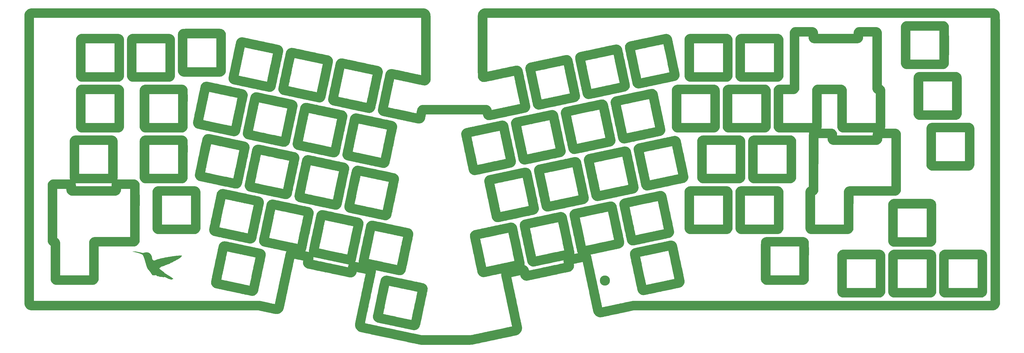
<source format=gts>
G04 #@! TF.GenerationSoftware,KiCad,Pcbnew,(5.1.10)-1*
G04 #@! TF.CreationDate,2021-10-05T19:05:20+03:00*
G04 #@! TF.ProjectId,kolibriplate,6b6f6c69-6272-4697-906c-6174652e6b69,rev?*
G04 #@! TF.SameCoordinates,Original*
G04 #@! TF.FileFunction,Soldermask,Top*
G04 #@! TF.FilePolarity,Negative*
%FSLAX46Y46*%
G04 Gerber Fmt 4.6, Leading zero omitted, Abs format (unit mm)*
G04 Created by KiCad (PCBNEW (5.1.10)-1) date 2021-10-05 19:05:20*
%MOMM*%
%LPD*%
G01*
G04 APERTURE LIST*
%ADD10C,0.010000*%
%ADD11C,3.800000*%
G04 APERTURE END LIST*
D10*
G36*
X315450280Y-27655701D02*
G01*
X315918876Y-27655853D01*
X316382209Y-27656102D01*
X316838297Y-27656448D01*
X317285160Y-27656891D01*
X317720815Y-27657432D01*
X318143282Y-27658070D01*
X318550579Y-27658806D01*
X318940724Y-27659640D01*
X319311736Y-27660572D01*
X319661633Y-27661603D01*
X319988434Y-27662732D01*
X320290157Y-27663961D01*
X320564822Y-27665289D01*
X320810446Y-27666716D01*
X321025048Y-27668243D01*
X321206646Y-27669870D01*
X321353260Y-27671597D01*
X321462907Y-27673424D01*
X321533606Y-27675352D01*
X321559040Y-27676779D01*
X321845953Y-27720669D01*
X322110925Y-27795454D01*
X322309931Y-27877551D01*
X322488487Y-27968333D01*
X322640081Y-28061405D01*
X322779393Y-28166671D01*
X322906467Y-28280083D01*
X323063194Y-28440416D01*
X323191395Y-28599759D01*
X323302044Y-28772354D01*
X323342863Y-28846434D01*
X323438444Y-29042613D01*
X323509268Y-29228258D01*
X323559592Y-29417974D01*
X323593671Y-29626367D01*
X323606881Y-29752533D01*
X323608787Y-29795383D01*
X323610605Y-29878576D01*
X323612337Y-30000122D01*
X323613982Y-30158030D01*
X323615540Y-30350312D01*
X323617010Y-30574975D01*
X323618393Y-30830031D01*
X323619687Y-31113490D01*
X323620893Y-31423360D01*
X323622011Y-31757652D01*
X323623040Y-32114376D01*
X323623980Y-32491541D01*
X323624831Y-32887158D01*
X323625592Y-33299236D01*
X323626264Y-33725785D01*
X323626845Y-34164816D01*
X323627336Y-34614337D01*
X323627737Y-35072358D01*
X323628047Y-35536890D01*
X323628266Y-36005943D01*
X323628394Y-36477526D01*
X323628430Y-36949648D01*
X323628375Y-37420321D01*
X323628228Y-37887553D01*
X323627988Y-38349355D01*
X323627656Y-38803737D01*
X323627231Y-39248707D01*
X323626713Y-39682277D01*
X323626103Y-40102456D01*
X323625398Y-40507254D01*
X323624600Y-40894680D01*
X323623708Y-41262745D01*
X323622722Y-41609458D01*
X323621641Y-41932829D01*
X323620465Y-42230869D01*
X323619195Y-42501586D01*
X323617829Y-42742991D01*
X323616368Y-42953094D01*
X323614812Y-43129904D01*
X323613159Y-43271432D01*
X323611410Y-43375686D01*
X323609565Y-43440678D01*
X323608590Y-43458022D01*
X323562444Y-43773084D01*
X323478710Y-44070496D01*
X323359211Y-44348057D01*
X323205772Y-44603570D01*
X323020215Y-44834836D01*
X322804365Y-45039656D01*
X322560046Y-45215833D01*
X322289080Y-45361168D01*
X321993293Y-45473461D01*
X321918523Y-45495331D01*
X321713083Y-45552083D01*
X314738667Y-45555315D01*
X314071842Y-45555597D01*
X313446130Y-45555802D01*
X312860311Y-45555927D01*
X312313165Y-45555967D01*
X311803473Y-45555918D01*
X311330013Y-45555775D01*
X310891566Y-45555536D01*
X310486911Y-45555195D01*
X310114829Y-45554749D01*
X309774099Y-45554192D01*
X309463502Y-45553522D01*
X309181817Y-45552734D01*
X308927824Y-45551824D01*
X308700304Y-45550788D01*
X308498035Y-45549621D01*
X308319798Y-45548320D01*
X308164373Y-45546880D01*
X308030540Y-45545297D01*
X307917079Y-45543567D01*
X307822768Y-45541686D01*
X307746390Y-45539650D01*
X307686723Y-45537454D01*
X307642547Y-45535095D01*
X307612642Y-45532568D01*
X307601644Y-45531073D01*
X307301688Y-45459523D01*
X307018912Y-45349399D01*
X306754390Y-45201277D01*
X306509198Y-45015735D01*
X306340911Y-44854766D01*
X306151514Y-44629781D01*
X305996420Y-44387678D01*
X305872432Y-44122673D01*
X305778674Y-43837583D01*
X305732709Y-43668250D01*
X305725780Y-36725583D01*
X305725135Y-36042100D01*
X305724607Y-35399902D01*
X305724200Y-34797943D01*
X305723915Y-34235175D01*
X305723756Y-33710549D01*
X305723725Y-33223020D01*
X305723824Y-32771539D01*
X305724058Y-32355059D01*
X305724427Y-31972532D01*
X305724936Y-31622912D01*
X305725586Y-31305150D01*
X305725961Y-31169333D01*
X309214167Y-31169333D01*
X309214167Y-42070167D01*
X320115000Y-42070167D01*
X320115000Y-31169333D01*
X309214167Y-31169333D01*
X305725961Y-31169333D01*
X305726380Y-31018199D01*
X305727321Y-30761011D01*
X305728411Y-30532540D01*
X305729654Y-30331738D01*
X305731052Y-30157556D01*
X305732607Y-30008949D01*
X305734322Y-29884867D01*
X305736200Y-29784265D01*
X305738244Y-29706094D01*
X305740456Y-29649306D01*
X305742839Y-29612856D01*
X305743941Y-29603000D01*
X305806176Y-29306300D01*
X305906832Y-29023516D01*
X306043390Y-28758130D01*
X306213331Y-28513623D01*
X306414134Y-28293477D01*
X306643282Y-28101173D01*
X306898255Y-27940195D01*
X306976027Y-27900182D01*
X307231824Y-27793089D01*
X307495463Y-27720225D01*
X307777447Y-27678368D01*
X307820200Y-27676358D01*
X307903263Y-27674441D01*
X308024656Y-27672615D01*
X308182397Y-27670881D01*
X308374506Y-27669239D01*
X308598999Y-27667689D01*
X308853896Y-27666232D01*
X309137215Y-27664868D01*
X309446976Y-27663597D01*
X309781195Y-27662419D01*
X310137893Y-27661335D01*
X310515087Y-27660344D01*
X310910796Y-27659448D01*
X311323038Y-27658646D01*
X311749832Y-27657938D01*
X312189197Y-27657324D01*
X312639151Y-27656806D01*
X313097712Y-27656383D01*
X313562900Y-27656055D01*
X314032732Y-27655823D01*
X314505227Y-27655686D01*
X314978403Y-27655645D01*
X315450280Y-27655701D01*
G37*
X315450280Y-27655701D02*
X315918876Y-27655853D01*
X316382209Y-27656102D01*
X316838297Y-27656448D01*
X317285160Y-27656891D01*
X317720815Y-27657432D01*
X318143282Y-27658070D01*
X318550579Y-27658806D01*
X318940724Y-27659640D01*
X319311736Y-27660572D01*
X319661633Y-27661603D01*
X319988434Y-27662732D01*
X320290157Y-27663961D01*
X320564822Y-27665289D01*
X320810446Y-27666716D01*
X321025048Y-27668243D01*
X321206646Y-27669870D01*
X321353260Y-27671597D01*
X321462907Y-27673424D01*
X321533606Y-27675352D01*
X321559040Y-27676779D01*
X321845953Y-27720669D01*
X322110925Y-27795454D01*
X322309931Y-27877551D01*
X322488487Y-27968333D01*
X322640081Y-28061405D01*
X322779393Y-28166671D01*
X322906467Y-28280083D01*
X323063194Y-28440416D01*
X323191395Y-28599759D01*
X323302044Y-28772354D01*
X323342863Y-28846434D01*
X323438444Y-29042613D01*
X323509268Y-29228258D01*
X323559592Y-29417974D01*
X323593671Y-29626367D01*
X323606881Y-29752533D01*
X323608787Y-29795383D01*
X323610605Y-29878576D01*
X323612337Y-30000122D01*
X323613982Y-30158030D01*
X323615540Y-30350312D01*
X323617010Y-30574975D01*
X323618393Y-30830031D01*
X323619687Y-31113490D01*
X323620893Y-31423360D01*
X323622011Y-31757652D01*
X323623040Y-32114376D01*
X323623980Y-32491541D01*
X323624831Y-32887158D01*
X323625592Y-33299236D01*
X323626264Y-33725785D01*
X323626845Y-34164816D01*
X323627336Y-34614337D01*
X323627737Y-35072358D01*
X323628047Y-35536890D01*
X323628266Y-36005943D01*
X323628394Y-36477526D01*
X323628430Y-36949648D01*
X323628375Y-37420321D01*
X323628228Y-37887553D01*
X323627988Y-38349355D01*
X323627656Y-38803737D01*
X323627231Y-39248707D01*
X323626713Y-39682277D01*
X323626103Y-40102456D01*
X323625398Y-40507254D01*
X323624600Y-40894680D01*
X323623708Y-41262745D01*
X323622722Y-41609458D01*
X323621641Y-41932829D01*
X323620465Y-42230869D01*
X323619195Y-42501586D01*
X323617829Y-42742991D01*
X323616368Y-42953094D01*
X323614812Y-43129904D01*
X323613159Y-43271432D01*
X323611410Y-43375686D01*
X323609565Y-43440678D01*
X323608590Y-43458022D01*
X323562444Y-43773084D01*
X323478710Y-44070496D01*
X323359211Y-44348057D01*
X323205772Y-44603570D01*
X323020215Y-44834836D01*
X322804365Y-45039656D01*
X322560046Y-45215833D01*
X322289080Y-45361168D01*
X321993293Y-45473461D01*
X321918523Y-45495331D01*
X321713083Y-45552083D01*
X314738667Y-45555315D01*
X314071842Y-45555597D01*
X313446130Y-45555802D01*
X312860311Y-45555927D01*
X312313165Y-45555967D01*
X311803473Y-45555918D01*
X311330013Y-45555775D01*
X310891566Y-45555536D01*
X310486911Y-45555195D01*
X310114829Y-45554749D01*
X309774099Y-45554192D01*
X309463502Y-45553522D01*
X309181817Y-45552734D01*
X308927824Y-45551824D01*
X308700304Y-45550788D01*
X308498035Y-45549621D01*
X308319798Y-45548320D01*
X308164373Y-45546880D01*
X308030540Y-45545297D01*
X307917079Y-45543567D01*
X307822768Y-45541686D01*
X307746390Y-45539650D01*
X307686723Y-45537454D01*
X307642547Y-45535095D01*
X307612642Y-45532568D01*
X307601644Y-45531073D01*
X307301688Y-45459523D01*
X307018912Y-45349399D01*
X306754390Y-45201277D01*
X306509198Y-45015735D01*
X306340911Y-44854766D01*
X306151514Y-44629781D01*
X305996420Y-44387678D01*
X305872432Y-44122673D01*
X305778674Y-43837583D01*
X305732709Y-43668250D01*
X305725780Y-36725583D01*
X305725135Y-36042100D01*
X305724607Y-35399902D01*
X305724200Y-34797943D01*
X305723915Y-34235175D01*
X305723756Y-33710549D01*
X305723725Y-33223020D01*
X305723824Y-32771539D01*
X305724058Y-32355059D01*
X305724427Y-31972532D01*
X305724936Y-31622912D01*
X305725586Y-31305150D01*
X305725961Y-31169333D01*
X309214167Y-31169333D01*
X309214167Y-42070167D01*
X320115000Y-42070167D01*
X320115000Y-31169333D01*
X309214167Y-31169333D01*
X305725961Y-31169333D01*
X305726380Y-31018199D01*
X305727321Y-30761011D01*
X305728411Y-30532540D01*
X305729654Y-30331738D01*
X305731052Y-30157556D01*
X305732607Y-30008949D01*
X305734322Y-29884867D01*
X305736200Y-29784265D01*
X305738244Y-29706094D01*
X305740456Y-29649306D01*
X305742839Y-29612856D01*
X305743941Y-29603000D01*
X305806176Y-29306300D01*
X305906832Y-29023516D01*
X306043390Y-28758130D01*
X306213331Y-28513623D01*
X306414134Y-28293477D01*
X306643282Y-28101173D01*
X306898255Y-27940195D01*
X306976027Y-27900182D01*
X307231824Y-27793089D01*
X307495463Y-27720225D01*
X307777447Y-27678368D01*
X307820200Y-27676358D01*
X307903263Y-27674441D01*
X308024656Y-27672615D01*
X308182397Y-27670881D01*
X308374506Y-27669239D01*
X308598999Y-27667689D01*
X308853896Y-27666232D01*
X309137215Y-27664868D01*
X309446976Y-27663597D01*
X309781195Y-27662419D01*
X310137893Y-27661335D01*
X310515087Y-27660344D01*
X310910796Y-27659448D01*
X311323038Y-27658646D01*
X311749832Y-27657938D01*
X312189197Y-27657324D01*
X312639151Y-27656806D01*
X313097712Y-27656383D01*
X313562900Y-27656055D01*
X314032732Y-27655823D01*
X314505227Y-27655686D01*
X314978403Y-27655645D01*
X315450280Y-27655701D01*
G36*
X47273580Y-30516649D02*
G01*
X47807945Y-30516857D01*
X48300838Y-30517245D01*
X48752405Y-30517813D01*
X49162787Y-30518560D01*
X49532130Y-30519489D01*
X49860577Y-30520597D01*
X50148271Y-30521887D01*
X50395357Y-30523358D01*
X50601977Y-30525011D01*
X50768276Y-30526846D01*
X50894397Y-30528862D01*
X50980484Y-30531062D01*
X51025760Y-30533360D01*
X51332163Y-30580746D01*
X51623628Y-30665594D01*
X51897280Y-30785684D01*
X52150242Y-30938802D01*
X52379639Y-31122730D01*
X52582593Y-31335251D01*
X52756230Y-31574149D01*
X52897673Y-31837208D01*
X52976887Y-32037167D01*
X52987962Y-32068505D01*
X52998345Y-32096493D01*
X53008057Y-32122510D01*
X53017121Y-32147936D01*
X53025557Y-32174152D01*
X53033386Y-32202537D01*
X53040630Y-32234471D01*
X53047310Y-32271334D01*
X53053447Y-32314507D01*
X53059062Y-32365368D01*
X53064176Y-32425299D01*
X53068811Y-32495679D01*
X53072988Y-32577887D01*
X53076728Y-32673305D01*
X53080052Y-32783312D01*
X53082981Y-32909287D01*
X53085537Y-33052612D01*
X53087741Y-33214665D01*
X53089614Y-33396828D01*
X53091178Y-33600479D01*
X53092453Y-33826999D01*
X53093460Y-34077768D01*
X53094222Y-34354165D01*
X53094758Y-34657571D01*
X53095091Y-34989366D01*
X53095242Y-35350930D01*
X53095231Y-35743642D01*
X53095080Y-36168883D01*
X53094810Y-36628032D01*
X53094443Y-37122470D01*
X53093999Y-37653576D01*
X53093500Y-38222731D01*
X53092967Y-38831315D01*
X53092421Y-39480706D01*
X53092363Y-39551333D01*
X53086720Y-46546917D01*
X53027959Y-46748000D01*
X52977094Y-46898578D01*
X52910928Y-47059896D01*
X52835523Y-47219214D01*
X52756943Y-47363789D01*
X52681253Y-47480880D01*
X52675388Y-47488833D01*
X52477041Y-47720915D01*
X52250372Y-47925672D01*
X52000685Y-48099203D01*
X51733286Y-48237605D01*
X51572352Y-48300182D01*
X51541227Y-48311198D01*
X51513247Y-48321521D01*
X51487022Y-48331174D01*
X51461164Y-48340179D01*
X51434285Y-48348557D01*
X51404997Y-48356331D01*
X51371911Y-48363522D01*
X51333638Y-48370153D01*
X51288789Y-48376245D01*
X51235978Y-48381821D01*
X51173814Y-48386902D01*
X51100910Y-48391511D01*
X51015877Y-48395669D01*
X50917327Y-48399398D01*
X50803871Y-48402721D01*
X50674120Y-48405659D01*
X50526687Y-48408234D01*
X50360183Y-48410469D01*
X50173218Y-48412384D01*
X49964406Y-48414003D01*
X49732357Y-48415347D01*
X49475683Y-48416438D01*
X49192996Y-48417299D01*
X48882906Y-48417950D01*
X48544026Y-48418414D01*
X48174967Y-48418714D01*
X47774341Y-48418870D01*
X47340758Y-48418905D01*
X46872832Y-48418842D01*
X46369172Y-48418701D01*
X45828392Y-48418505D01*
X45249101Y-48418276D01*
X44629913Y-48418035D01*
X44135936Y-48417860D01*
X43483795Y-48417622D01*
X42872665Y-48417355D01*
X42301224Y-48417052D01*
X41768149Y-48416707D01*
X41272118Y-48416315D01*
X40811809Y-48415868D01*
X40385899Y-48415361D01*
X39993066Y-48414787D01*
X39631987Y-48414141D01*
X39301341Y-48413416D01*
X38999805Y-48412606D01*
X38726057Y-48411705D01*
X38478774Y-48410707D01*
X38256634Y-48409606D01*
X38058314Y-48408395D01*
X37882493Y-48407069D01*
X37727848Y-48405620D01*
X37593056Y-48404044D01*
X37476796Y-48402334D01*
X37377745Y-48400484D01*
X37294580Y-48398487D01*
X37225979Y-48396338D01*
X37170621Y-48394030D01*
X37127182Y-48391558D01*
X37094340Y-48388914D01*
X37070774Y-48386094D01*
X37064059Y-48384989D01*
X36767423Y-48310539D01*
X36488200Y-48199094D01*
X36229125Y-48053367D01*
X35992935Y-47876072D01*
X35782366Y-47669921D01*
X35600153Y-47437629D01*
X35449034Y-47181909D01*
X35331743Y-46905473D01*
X35251019Y-46611035D01*
X35245186Y-46581357D01*
X35242055Y-46561972D01*
X35239124Y-46536991D01*
X35236386Y-46505053D01*
X35233835Y-46464798D01*
X35231465Y-46414864D01*
X35229269Y-46353890D01*
X35227242Y-46280516D01*
X35225376Y-46193379D01*
X35223666Y-46091120D01*
X35222106Y-45972377D01*
X35220688Y-45835789D01*
X35219407Y-45679996D01*
X35218257Y-45503635D01*
X35217231Y-45305346D01*
X35216324Y-45083769D01*
X35215527Y-44837541D01*
X35214837Y-44565302D01*
X35214245Y-44265692D01*
X35213747Y-43937348D01*
X35213335Y-43578910D01*
X35213003Y-43189017D01*
X35212746Y-42766308D01*
X35212556Y-42309421D01*
X35212428Y-41816997D01*
X35212355Y-41287673D01*
X35212331Y-40720089D01*
X35212350Y-40112883D01*
X35212405Y-39469620D01*
X35212460Y-38819722D01*
X35212495Y-38210769D01*
X35212533Y-37641372D01*
X35212594Y-37110142D01*
X35212700Y-36615691D01*
X35212873Y-36156630D01*
X35213134Y-35731570D01*
X35213504Y-35339123D01*
X35214005Y-34977900D01*
X35214658Y-34646512D01*
X35215484Y-34343571D01*
X35216506Y-34067688D01*
X35216708Y-34026833D01*
X38704167Y-34026833D01*
X38704167Y-44927667D01*
X49605000Y-44927667D01*
X49605000Y-34026833D01*
X38704167Y-34026833D01*
X35216708Y-34026833D01*
X35217744Y-33817474D01*
X35219220Y-33591541D01*
X35220956Y-33388500D01*
X35222972Y-33206962D01*
X35225290Y-33045539D01*
X35227932Y-32902842D01*
X35230919Y-32777482D01*
X35234273Y-32668071D01*
X35238014Y-32573220D01*
X35242165Y-32491541D01*
X35246746Y-32421644D01*
X35251780Y-32362141D01*
X35257287Y-32311643D01*
X35263290Y-32268763D01*
X35269808Y-32232110D01*
X35276865Y-32200296D01*
X35284481Y-32171934D01*
X35292678Y-32145633D01*
X35301477Y-32120006D01*
X35310899Y-32093663D01*
X35320967Y-32065217D01*
X35326928Y-32047750D01*
X35442831Y-31766465D01*
X35593310Y-31508318D01*
X35776436Y-31275010D01*
X35990283Y-31068238D01*
X36232922Y-30889702D01*
X36502426Y-30741101D01*
X36796867Y-30624135D01*
X37010833Y-30563417D01*
X37027066Y-30559831D01*
X37045962Y-30556472D01*
X37068914Y-30553331D01*
X37097314Y-30550399D01*
X37132553Y-30547667D01*
X37176023Y-30545126D01*
X37229116Y-30542767D01*
X37293223Y-30540580D01*
X37369737Y-30538558D01*
X37460049Y-30536690D01*
X37565550Y-30534968D01*
X37687634Y-30533382D01*
X37827690Y-30531925D01*
X37987112Y-30530586D01*
X38167290Y-30529357D01*
X38369617Y-30528229D01*
X38595484Y-30527192D01*
X38846283Y-30526238D01*
X39123407Y-30525357D01*
X39428245Y-30524541D01*
X39762191Y-30523781D01*
X40126637Y-30523068D01*
X40522973Y-30522391D01*
X40952591Y-30521744D01*
X41416884Y-30521116D01*
X41917243Y-30520498D01*
X42455060Y-30519882D01*
X43031727Y-30519258D01*
X43648635Y-30518618D01*
X43974667Y-30518287D01*
X44718540Y-30517603D01*
X45420225Y-30517097D01*
X46079864Y-30516769D01*
X46697602Y-30516619D01*
X47273580Y-30516649D01*
G37*
X47273580Y-30516649D02*
X47807945Y-30516857D01*
X48300838Y-30517245D01*
X48752405Y-30517813D01*
X49162787Y-30518560D01*
X49532130Y-30519489D01*
X49860577Y-30520597D01*
X50148271Y-30521887D01*
X50395357Y-30523358D01*
X50601977Y-30525011D01*
X50768276Y-30526846D01*
X50894397Y-30528862D01*
X50980484Y-30531062D01*
X51025760Y-30533360D01*
X51332163Y-30580746D01*
X51623628Y-30665594D01*
X51897280Y-30785684D01*
X52150242Y-30938802D01*
X52379639Y-31122730D01*
X52582593Y-31335251D01*
X52756230Y-31574149D01*
X52897673Y-31837208D01*
X52976887Y-32037167D01*
X52987962Y-32068505D01*
X52998345Y-32096493D01*
X53008057Y-32122510D01*
X53017121Y-32147936D01*
X53025557Y-32174152D01*
X53033386Y-32202537D01*
X53040630Y-32234471D01*
X53047310Y-32271334D01*
X53053447Y-32314507D01*
X53059062Y-32365368D01*
X53064176Y-32425299D01*
X53068811Y-32495679D01*
X53072988Y-32577887D01*
X53076728Y-32673305D01*
X53080052Y-32783312D01*
X53082981Y-32909287D01*
X53085537Y-33052612D01*
X53087741Y-33214665D01*
X53089614Y-33396828D01*
X53091178Y-33600479D01*
X53092453Y-33826999D01*
X53093460Y-34077768D01*
X53094222Y-34354165D01*
X53094758Y-34657571D01*
X53095091Y-34989366D01*
X53095242Y-35350930D01*
X53095231Y-35743642D01*
X53095080Y-36168883D01*
X53094810Y-36628032D01*
X53094443Y-37122470D01*
X53093999Y-37653576D01*
X53093500Y-38222731D01*
X53092967Y-38831315D01*
X53092421Y-39480706D01*
X53092363Y-39551333D01*
X53086720Y-46546917D01*
X53027959Y-46748000D01*
X52977094Y-46898578D01*
X52910928Y-47059896D01*
X52835523Y-47219214D01*
X52756943Y-47363789D01*
X52681253Y-47480880D01*
X52675388Y-47488833D01*
X52477041Y-47720915D01*
X52250372Y-47925672D01*
X52000685Y-48099203D01*
X51733286Y-48237605D01*
X51572352Y-48300182D01*
X51541227Y-48311198D01*
X51513247Y-48321521D01*
X51487022Y-48331174D01*
X51461164Y-48340179D01*
X51434285Y-48348557D01*
X51404997Y-48356331D01*
X51371911Y-48363522D01*
X51333638Y-48370153D01*
X51288789Y-48376245D01*
X51235978Y-48381821D01*
X51173814Y-48386902D01*
X51100910Y-48391511D01*
X51015877Y-48395669D01*
X50917327Y-48399398D01*
X50803871Y-48402721D01*
X50674120Y-48405659D01*
X50526687Y-48408234D01*
X50360183Y-48410469D01*
X50173218Y-48412384D01*
X49964406Y-48414003D01*
X49732357Y-48415347D01*
X49475683Y-48416438D01*
X49192996Y-48417299D01*
X48882906Y-48417950D01*
X48544026Y-48418414D01*
X48174967Y-48418714D01*
X47774341Y-48418870D01*
X47340758Y-48418905D01*
X46872832Y-48418842D01*
X46369172Y-48418701D01*
X45828392Y-48418505D01*
X45249101Y-48418276D01*
X44629913Y-48418035D01*
X44135936Y-48417860D01*
X43483795Y-48417622D01*
X42872665Y-48417355D01*
X42301224Y-48417052D01*
X41768149Y-48416707D01*
X41272118Y-48416315D01*
X40811809Y-48415868D01*
X40385899Y-48415361D01*
X39993066Y-48414787D01*
X39631987Y-48414141D01*
X39301341Y-48413416D01*
X38999805Y-48412606D01*
X38726057Y-48411705D01*
X38478774Y-48410707D01*
X38256634Y-48409606D01*
X38058314Y-48408395D01*
X37882493Y-48407069D01*
X37727848Y-48405620D01*
X37593056Y-48404044D01*
X37476796Y-48402334D01*
X37377745Y-48400484D01*
X37294580Y-48398487D01*
X37225979Y-48396338D01*
X37170621Y-48394030D01*
X37127182Y-48391558D01*
X37094340Y-48388914D01*
X37070774Y-48386094D01*
X37064059Y-48384989D01*
X36767423Y-48310539D01*
X36488200Y-48199094D01*
X36229125Y-48053367D01*
X35992935Y-47876072D01*
X35782366Y-47669921D01*
X35600153Y-47437629D01*
X35449034Y-47181909D01*
X35331743Y-46905473D01*
X35251019Y-46611035D01*
X35245186Y-46581357D01*
X35242055Y-46561972D01*
X35239124Y-46536991D01*
X35236386Y-46505053D01*
X35233835Y-46464798D01*
X35231465Y-46414864D01*
X35229269Y-46353890D01*
X35227242Y-46280516D01*
X35225376Y-46193379D01*
X35223666Y-46091120D01*
X35222106Y-45972377D01*
X35220688Y-45835789D01*
X35219407Y-45679996D01*
X35218257Y-45503635D01*
X35217231Y-45305346D01*
X35216324Y-45083769D01*
X35215527Y-44837541D01*
X35214837Y-44565302D01*
X35214245Y-44265692D01*
X35213747Y-43937348D01*
X35213335Y-43578910D01*
X35213003Y-43189017D01*
X35212746Y-42766308D01*
X35212556Y-42309421D01*
X35212428Y-41816997D01*
X35212355Y-41287673D01*
X35212331Y-40720089D01*
X35212350Y-40112883D01*
X35212405Y-39469620D01*
X35212460Y-38819722D01*
X35212495Y-38210769D01*
X35212533Y-37641372D01*
X35212594Y-37110142D01*
X35212700Y-36615691D01*
X35212873Y-36156630D01*
X35213134Y-35731570D01*
X35213504Y-35339123D01*
X35214005Y-34977900D01*
X35214658Y-34646512D01*
X35215484Y-34343571D01*
X35216506Y-34067688D01*
X35216708Y-34026833D01*
X38704167Y-34026833D01*
X38704167Y-44927667D01*
X49605000Y-44927667D01*
X49605000Y-34026833D01*
X38704167Y-34026833D01*
X35216708Y-34026833D01*
X35217744Y-33817474D01*
X35219220Y-33591541D01*
X35220956Y-33388500D01*
X35222972Y-33206962D01*
X35225290Y-33045539D01*
X35227932Y-32902842D01*
X35230919Y-32777482D01*
X35234273Y-32668071D01*
X35238014Y-32573220D01*
X35242165Y-32491541D01*
X35246746Y-32421644D01*
X35251780Y-32362141D01*
X35257287Y-32311643D01*
X35263290Y-32268763D01*
X35269808Y-32232110D01*
X35276865Y-32200296D01*
X35284481Y-32171934D01*
X35292678Y-32145633D01*
X35301477Y-32120006D01*
X35310899Y-32093663D01*
X35320967Y-32065217D01*
X35326928Y-32047750D01*
X35442831Y-31766465D01*
X35593310Y-31508318D01*
X35776436Y-31275010D01*
X35990283Y-31068238D01*
X36232922Y-30889702D01*
X36502426Y-30741101D01*
X36796867Y-30624135D01*
X37010833Y-30563417D01*
X37027066Y-30559831D01*
X37045962Y-30556472D01*
X37068914Y-30553331D01*
X37097314Y-30550399D01*
X37132553Y-30547667D01*
X37176023Y-30545126D01*
X37229116Y-30542767D01*
X37293223Y-30540580D01*
X37369737Y-30538558D01*
X37460049Y-30536690D01*
X37565550Y-30534968D01*
X37687634Y-30533382D01*
X37827690Y-30531925D01*
X37987112Y-30530586D01*
X38167290Y-30529357D01*
X38369617Y-30528229D01*
X38595484Y-30527192D01*
X38846283Y-30526238D01*
X39123407Y-30525357D01*
X39428245Y-30524541D01*
X39762191Y-30523781D01*
X40126637Y-30523068D01*
X40522973Y-30522391D01*
X40952591Y-30521744D01*
X41416884Y-30521116D01*
X41917243Y-30520498D01*
X42455060Y-30519882D01*
X43031727Y-30519258D01*
X43648635Y-30518618D01*
X43974667Y-30518287D01*
X44718540Y-30517603D01*
X45420225Y-30517097D01*
X46079864Y-30516769D01*
X46697602Y-30516619D01*
X47273580Y-30516649D01*
G36*
X250401829Y-32421479D02*
G01*
X251030195Y-32421675D01*
X251698740Y-32422052D01*
X252407321Y-32422612D01*
X252953167Y-32423139D01*
X253589828Y-32423806D01*
X254185550Y-32424451D01*
X254741726Y-32425083D01*
X255259751Y-32425711D01*
X255741019Y-32426345D01*
X256186924Y-32426993D01*
X256598860Y-32427664D01*
X256978220Y-32428368D01*
X257326399Y-32429113D01*
X257644791Y-32429909D01*
X257934789Y-32430765D01*
X258197788Y-32431690D01*
X258435183Y-32432693D01*
X258648366Y-32433782D01*
X258838731Y-32434968D01*
X259007674Y-32436259D01*
X259156587Y-32437665D01*
X259286866Y-32439194D01*
X259399903Y-32440855D01*
X259497093Y-32442658D01*
X259579830Y-32444612D01*
X259649507Y-32446726D01*
X259707520Y-32449008D01*
X259755262Y-32451469D01*
X259794126Y-32454116D01*
X259825508Y-32456960D01*
X259850800Y-32460009D01*
X259871397Y-32463272D01*
X259888694Y-32466759D01*
X259895833Y-32468418D01*
X260178044Y-32549730D01*
X260429233Y-32651736D01*
X260657384Y-32778679D01*
X260870483Y-32934805D01*
X261014028Y-33062827D01*
X261214600Y-33283314D01*
X261384302Y-33529515D01*
X261520211Y-33795838D01*
X261619404Y-34076691D01*
X261672745Y-34323167D01*
X261675156Y-34350020D01*
X261677397Y-34398879D01*
X261679472Y-34470712D01*
X261681382Y-34566487D01*
X261683131Y-34687174D01*
X261684719Y-34833741D01*
X261686151Y-35007157D01*
X261687427Y-35208391D01*
X261688551Y-35438411D01*
X261689525Y-35698186D01*
X261690351Y-35988685D01*
X261691031Y-36310877D01*
X261691569Y-36665730D01*
X261691966Y-37054214D01*
X261692225Y-37477296D01*
X261692349Y-37935946D01*
X261692338Y-38431132D01*
X261692197Y-38963823D01*
X261691927Y-39534988D01*
X261691531Y-40145596D01*
X261691012Y-40796615D01*
X261690382Y-41477500D01*
X261683517Y-48473083D01*
X261635781Y-48637376D01*
X261527048Y-48940248D01*
X261384785Y-49218856D01*
X261210849Y-49471346D01*
X261007101Y-49695866D01*
X260775398Y-49890562D01*
X260517601Y-50053580D01*
X260235567Y-50183068D01*
X260011753Y-50256378D01*
X259800583Y-50314583D01*
X252815583Y-50317679D01*
X252160192Y-50317950D01*
X251545815Y-50318162D01*
X250971132Y-50318309D01*
X250434824Y-50318387D01*
X249935573Y-50318389D01*
X249472058Y-50318311D01*
X249042960Y-50318148D01*
X248646961Y-50317895D01*
X248282740Y-50317546D01*
X247948978Y-50317097D01*
X247644356Y-50316543D01*
X247367554Y-50315878D01*
X247117254Y-50315097D01*
X246892136Y-50314196D01*
X246690880Y-50313169D01*
X246512168Y-50312011D01*
X246354679Y-50310717D01*
X246217095Y-50309281D01*
X246098096Y-50307700D01*
X245996363Y-50305967D01*
X245910577Y-50304078D01*
X245839417Y-50302028D01*
X245781566Y-50299811D01*
X245735703Y-50297423D01*
X245700509Y-50294857D01*
X245674665Y-50292110D01*
X245661559Y-50290100D01*
X245364492Y-50215827D01*
X245086137Y-50103993D01*
X244825542Y-49954072D01*
X244581754Y-49765538D01*
X244409558Y-49598681D01*
X244217761Y-49365016D01*
X244061343Y-49108346D01*
X243940823Y-48829688D01*
X243856722Y-48530055D01*
X243852645Y-48510452D01*
X243848608Y-48490350D01*
X243844830Y-48470020D01*
X243841301Y-48448068D01*
X243838013Y-48423100D01*
X243834957Y-48393719D01*
X243832125Y-48358533D01*
X243829508Y-48316146D01*
X243827098Y-48265164D01*
X243824886Y-48204191D01*
X243822864Y-48131834D01*
X243821023Y-48046697D01*
X243819356Y-47947386D01*
X243817852Y-47832506D01*
X243816504Y-47700663D01*
X243815303Y-47550461D01*
X243814241Y-47380507D01*
X243813309Y-47189405D01*
X243812499Y-46975761D01*
X243811802Y-46738181D01*
X243811210Y-46475268D01*
X243810714Y-46185630D01*
X243810305Y-45867871D01*
X243809976Y-45520596D01*
X243809717Y-45142411D01*
X243809520Y-44731921D01*
X243809377Y-44287732D01*
X243809279Y-43808449D01*
X243809217Y-43292677D01*
X243809184Y-42739021D01*
X243809170Y-42146087D01*
X243809167Y-41512480D01*
X243809167Y-41386989D01*
X243809183Y-40737561D01*
X243809238Y-40129118D01*
X243809337Y-39560312D01*
X243809486Y-39029798D01*
X243809690Y-38536225D01*
X243809957Y-38078248D01*
X243810292Y-37654517D01*
X243810702Y-37263686D01*
X243811191Y-36904407D01*
X243811768Y-36575332D01*
X243812436Y-36275113D01*
X243813203Y-36002402D01*
X243813452Y-35931833D01*
X247301667Y-35931833D01*
X247301667Y-46832667D01*
X258202500Y-46832667D01*
X258202500Y-35931833D01*
X247301667Y-35931833D01*
X243813452Y-35931833D01*
X243814075Y-35755853D01*
X243815057Y-35534116D01*
X243816157Y-35335845D01*
X243817379Y-35159692D01*
X243818730Y-35004310D01*
X243820215Y-34868349D01*
X243821842Y-34750463D01*
X243823616Y-34649304D01*
X243825543Y-34563525D01*
X243827630Y-34491777D01*
X243829881Y-34432713D01*
X243832304Y-34384985D01*
X243834905Y-34347245D01*
X243837689Y-34318146D01*
X243840662Y-34296341D01*
X243841105Y-34293728D01*
X243914088Y-33994931D01*
X244024739Y-33713135D01*
X244170873Y-33451255D01*
X244350301Y-33212207D01*
X244560835Y-32998910D01*
X244800289Y-32814278D01*
X245065078Y-32661911D01*
X245303376Y-32560825D01*
X245546887Y-32490316D01*
X245808752Y-32446871D01*
X245903935Y-32437671D01*
X245954715Y-32435351D01*
X246047685Y-32433210D01*
X246182700Y-32431246D01*
X246359618Y-32429460D01*
X246578294Y-32427854D01*
X246838585Y-32426426D01*
X247140348Y-32425177D01*
X247483438Y-32424108D01*
X247867713Y-32423219D01*
X248293029Y-32422509D01*
X248759242Y-32421980D01*
X249266209Y-32421632D01*
X249813785Y-32421465D01*
X250401829Y-32421479D01*
G37*
X250401829Y-32421479D02*
X251030195Y-32421675D01*
X251698740Y-32422052D01*
X252407321Y-32422612D01*
X252953167Y-32423139D01*
X253589828Y-32423806D01*
X254185550Y-32424451D01*
X254741726Y-32425083D01*
X255259751Y-32425711D01*
X255741019Y-32426345D01*
X256186924Y-32426993D01*
X256598860Y-32427664D01*
X256978220Y-32428368D01*
X257326399Y-32429113D01*
X257644791Y-32429909D01*
X257934789Y-32430765D01*
X258197788Y-32431690D01*
X258435183Y-32432693D01*
X258648366Y-32433782D01*
X258838731Y-32434968D01*
X259007674Y-32436259D01*
X259156587Y-32437665D01*
X259286866Y-32439194D01*
X259399903Y-32440855D01*
X259497093Y-32442658D01*
X259579830Y-32444612D01*
X259649507Y-32446726D01*
X259707520Y-32449008D01*
X259755262Y-32451469D01*
X259794126Y-32454116D01*
X259825508Y-32456960D01*
X259850800Y-32460009D01*
X259871397Y-32463272D01*
X259888694Y-32466759D01*
X259895833Y-32468418D01*
X260178044Y-32549730D01*
X260429233Y-32651736D01*
X260657384Y-32778679D01*
X260870483Y-32934805D01*
X261014028Y-33062827D01*
X261214600Y-33283314D01*
X261384302Y-33529515D01*
X261520211Y-33795838D01*
X261619404Y-34076691D01*
X261672745Y-34323167D01*
X261675156Y-34350020D01*
X261677397Y-34398879D01*
X261679472Y-34470712D01*
X261681382Y-34566487D01*
X261683131Y-34687174D01*
X261684719Y-34833741D01*
X261686151Y-35007157D01*
X261687427Y-35208391D01*
X261688551Y-35438411D01*
X261689525Y-35698186D01*
X261690351Y-35988685D01*
X261691031Y-36310877D01*
X261691569Y-36665730D01*
X261691966Y-37054214D01*
X261692225Y-37477296D01*
X261692349Y-37935946D01*
X261692338Y-38431132D01*
X261692197Y-38963823D01*
X261691927Y-39534988D01*
X261691531Y-40145596D01*
X261691012Y-40796615D01*
X261690382Y-41477500D01*
X261683517Y-48473083D01*
X261635781Y-48637376D01*
X261527048Y-48940248D01*
X261384785Y-49218856D01*
X261210849Y-49471346D01*
X261007101Y-49695866D01*
X260775398Y-49890562D01*
X260517601Y-50053580D01*
X260235567Y-50183068D01*
X260011753Y-50256378D01*
X259800583Y-50314583D01*
X252815583Y-50317679D01*
X252160192Y-50317950D01*
X251545815Y-50318162D01*
X250971132Y-50318309D01*
X250434824Y-50318387D01*
X249935573Y-50318389D01*
X249472058Y-50318311D01*
X249042960Y-50318148D01*
X248646961Y-50317895D01*
X248282740Y-50317546D01*
X247948978Y-50317097D01*
X247644356Y-50316543D01*
X247367554Y-50315878D01*
X247117254Y-50315097D01*
X246892136Y-50314196D01*
X246690880Y-50313169D01*
X246512168Y-50312011D01*
X246354679Y-50310717D01*
X246217095Y-50309281D01*
X246098096Y-50307700D01*
X245996363Y-50305967D01*
X245910577Y-50304078D01*
X245839417Y-50302028D01*
X245781566Y-50299811D01*
X245735703Y-50297423D01*
X245700509Y-50294857D01*
X245674665Y-50292110D01*
X245661559Y-50290100D01*
X245364492Y-50215827D01*
X245086137Y-50103993D01*
X244825542Y-49954072D01*
X244581754Y-49765538D01*
X244409558Y-49598681D01*
X244217761Y-49365016D01*
X244061343Y-49108346D01*
X243940823Y-48829688D01*
X243856722Y-48530055D01*
X243852645Y-48510452D01*
X243848608Y-48490350D01*
X243844830Y-48470020D01*
X243841301Y-48448068D01*
X243838013Y-48423100D01*
X243834957Y-48393719D01*
X243832125Y-48358533D01*
X243829508Y-48316146D01*
X243827098Y-48265164D01*
X243824886Y-48204191D01*
X243822864Y-48131834D01*
X243821023Y-48046697D01*
X243819356Y-47947386D01*
X243817852Y-47832506D01*
X243816504Y-47700663D01*
X243815303Y-47550461D01*
X243814241Y-47380507D01*
X243813309Y-47189405D01*
X243812499Y-46975761D01*
X243811802Y-46738181D01*
X243811210Y-46475268D01*
X243810714Y-46185630D01*
X243810305Y-45867871D01*
X243809976Y-45520596D01*
X243809717Y-45142411D01*
X243809520Y-44731921D01*
X243809377Y-44287732D01*
X243809279Y-43808449D01*
X243809217Y-43292677D01*
X243809184Y-42739021D01*
X243809170Y-42146087D01*
X243809167Y-41512480D01*
X243809167Y-41386989D01*
X243809183Y-40737561D01*
X243809238Y-40129118D01*
X243809337Y-39560312D01*
X243809486Y-39029798D01*
X243809690Y-38536225D01*
X243809957Y-38078248D01*
X243810292Y-37654517D01*
X243810702Y-37263686D01*
X243811191Y-36904407D01*
X243811768Y-36575332D01*
X243812436Y-36275113D01*
X243813203Y-36002402D01*
X243813452Y-35931833D01*
X247301667Y-35931833D01*
X247301667Y-46832667D01*
X258202500Y-46832667D01*
X258202500Y-35931833D01*
X247301667Y-35931833D01*
X243813452Y-35931833D01*
X243814075Y-35755853D01*
X243815057Y-35534116D01*
X243816157Y-35335845D01*
X243817379Y-35159692D01*
X243818730Y-35004310D01*
X243820215Y-34868349D01*
X243821842Y-34750463D01*
X243823616Y-34649304D01*
X243825543Y-34563525D01*
X243827630Y-34491777D01*
X243829881Y-34432713D01*
X243832304Y-34384985D01*
X243834905Y-34347245D01*
X243837689Y-34318146D01*
X243840662Y-34296341D01*
X243841105Y-34293728D01*
X243914088Y-33994931D01*
X244024739Y-33713135D01*
X244170873Y-33451255D01*
X244350301Y-33212207D01*
X244560835Y-32998910D01*
X244800289Y-32814278D01*
X245065078Y-32661911D01*
X245303376Y-32560825D01*
X245546887Y-32490316D01*
X245808752Y-32446871D01*
X245903935Y-32437671D01*
X245954715Y-32435351D01*
X246047685Y-32433210D01*
X246182700Y-32431246D01*
X246359618Y-32429460D01*
X246578294Y-32427854D01*
X246838585Y-32426426D01*
X247140348Y-32425177D01*
X247483438Y-32424108D01*
X247867713Y-32423219D01*
X248293029Y-32422509D01*
X248759242Y-32421980D01*
X249266209Y-32421632D01*
X249813785Y-32421465D01*
X250401829Y-32421479D01*
G36*
X231351829Y-32421479D02*
G01*
X231980195Y-32421675D01*
X232648740Y-32422052D01*
X233357321Y-32422612D01*
X233903167Y-32423139D01*
X234539828Y-32423806D01*
X235135550Y-32424451D01*
X235691726Y-32425083D01*
X236209751Y-32425711D01*
X236691019Y-32426345D01*
X237136924Y-32426993D01*
X237548860Y-32427664D01*
X237928220Y-32428368D01*
X238276399Y-32429113D01*
X238594791Y-32429909D01*
X238884789Y-32430765D01*
X239147788Y-32431690D01*
X239385183Y-32432693D01*
X239598366Y-32433782D01*
X239788731Y-32434968D01*
X239957674Y-32436259D01*
X240106587Y-32437665D01*
X240236866Y-32439194D01*
X240349903Y-32440855D01*
X240447093Y-32442658D01*
X240529830Y-32444612D01*
X240599507Y-32446726D01*
X240657520Y-32449008D01*
X240705262Y-32451469D01*
X240744126Y-32454116D01*
X240775508Y-32456960D01*
X240800800Y-32460009D01*
X240821397Y-32463272D01*
X240838694Y-32466759D01*
X240845833Y-32468418D01*
X241160142Y-32563752D01*
X241448822Y-32691570D01*
X241710583Y-32850755D01*
X241944135Y-33040190D01*
X242148189Y-33258758D01*
X242321456Y-33505344D01*
X242462645Y-33778829D01*
X242517394Y-33915898D01*
X242529087Y-33946773D01*
X242540052Y-33974202D01*
X242550311Y-33999558D01*
X242559886Y-34024217D01*
X242568799Y-34049554D01*
X242577074Y-34076945D01*
X242584732Y-34107763D01*
X242591795Y-34143385D01*
X242598286Y-34185185D01*
X242604227Y-34234539D01*
X242609640Y-34292822D01*
X242614547Y-34361408D01*
X242618971Y-34441673D01*
X242622935Y-34534992D01*
X242626460Y-34642741D01*
X242629568Y-34766293D01*
X242632282Y-34907025D01*
X242634625Y-35066311D01*
X242636617Y-35245526D01*
X242638283Y-35446046D01*
X242639643Y-35669246D01*
X242640721Y-35916501D01*
X242641539Y-36189185D01*
X242642118Y-36488675D01*
X242642481Y-36816344D01*
X242642651Y-37173569D01*
X242642649Y-37561725D01*
X242642498Y-37982185D01*
X242642221Y-38436326D01*
X242641838Y-38925523D01*
X242641374Y-39451151D01*
X242640850Y-40014584D01*
X242640288Y-40617199D01*
X242639710Y-41260369D01*
X242639541Y-41456333D01*
X242633577Y-48473083D01*
X242588605Y-48621250D01*
X242547599Y-48751712D01*
X242510432Y-48857198D01*
X242470824Y-48953840D01*
X242422494Y-49057765D01*
X242403688Y-49096149D01*
X242255257Y-49349550D01*
X242073442Y-49579772D01*
X241861899Y-49784131D01*
X241624284Y-49959945D01*
X241364253Y-50104532D01*
X241085463Y-50215208D01*
X240791569Y-50289291D01*
X240773121Y-50292586D01*
X240752283Y-50295642D01*
X240725064Y-50298501D01*
X240690108Y-50301169D01*
X240646057Y-50303652D01*
X240591553Y-50305956D01*
X240525237Y-50308086D01*
X240445753Y-50310048D01*
X240351743Y-50311848D01*
X240241848Y-50313491D01*
X240114712Y-50314984D01*
X239968976Y-50316333D01*
X239803282Y-50317542D01*
X239616273Y-50318619D01*
X239406592Y-50319568D01*
X239172880Y-50320396D01*
X238913779Y-50321108D01*
X238627933Y-50321710D01*
X238313982Y-50322208D01*
X237970570Y-50322607D01*
X237596339Y-50322915D01*
X237189931Y-50323135D01*
X236749987Y-50323275D01*
X236275152Y-50323339D01*
X235764065Y-50323334D01*
X235215371Y-50323266D01*
X234627711Y-50323140D01*
X233999727Y-50322962D01*
X233683436Y-50322860D01*
X233031295Y-50322622D01*
X232420165Y-50322355D01*
X231848724Y-50322052D01*
X231315649Y-50321707D01*
X230819618Y-50321315D01*
X230359309Y-50320868D01*
X229933399Y-50320361D01*
X229540566Y-50319787D01*
X229179487Y-50319141D01*
X228848841Y-50318416D01*
X228547305Y-50317606D01*
X228273557Y-50316705D01*
X228026274Y-50315707D01*
X227804134Y-50314606D01*
X227605814Y-50313395D01*
X227429993Y-50312069D01*
X227275348Y-50310620D01*
X227140556Y-50309044D01*
X227024296Y-50307334D01*
X226925245Y-50305484D01*
X226842080Y-50303487D01*
X226773479Y-50301338D01*
X226718121Y-50299030D01*
X226674682Y-50296558D01*
X226641840Y-50293914D01*
X226618274Y-50291094D01*
X226611559Y-50289989D01*
X226313971Y-50215023D01*
X226032183Y-50101275D01*
X225769047Y-49950269D01*
X225527415Y-49763529D01*
X225403095Y-49644470D01*
X225205898Y-49416279D01*
X225046584Y-49176055D01*
X224920967Y-48916476D01*
X224826502Y-48636190D01*
X224769750Y-48430750D01*
X224764257Y-41456333D01*
X224763760Y-40804088D01*
X224763332Y-40192832D01*
X224762978Y-39621222D01*
X224762703Y-39087916D01*
X224762513Y-38591569D01*
X224762411Y-38130837D01*
X224762403Y-37704378D01*
X224762495Y-37310849D01*
X224762690Y-36948904D01*
X224762994Y-36617201D01*
X224763412Y-36314397D01*
X224763948Y-36039148D01*
X224764232Y-35931833D01*
X228251667Y-35931833D01*
X228251667Y-46832667D01*
X239152500Y-46832667D01*
X239152500Y-35931833D01*
X228251667Y-35931833D01*
X224764232Y-35931833D01*
X224764609Y-35790111D01*
X224765398Y-35565942D01*
X224766320Y-35365297D01*
X224767382Y-35186833D01*
X224768587Y-35029207D01*
X224769940Y-34891075D01*
X224771447Y-34771094D01*
X224773112Y-34667920D01*
X224774941Y-34580209D01*
X224776938Y-34506619D01*
X224779109Y-34445806D01*
X224781457Y-34396426D01*
X224783989Y-34357136D01*
X224786710Y-34326592D01*
X224789623Y-34303451D01*
X224790683Y-34296886D01*
X224863101Y-33998138D01*
X224973242Y-33716282D01*
X225118914Y-33454247D01*
X225297922Y-33214964D01*
X225508073Y-33001361D01*
X225747170Y-32816370D01*
X226013022Y-32662919D01*
X226015078Y-32661911D01*
X226253376Y-32560825D01*
X226496887Y-32490316D01*
X226758752Y-32446871D01*
X226853935Y-32437671D01*
X226904715Y-32435351D01*
X226997685Y-32433210D01*
X227132700Y-32431246D01*
X227309618Y-32429460D01*
X227528294Y-32427854D01*
X227788585Y-32426426D01*
X228090348Y-32425177D01*
X228433438Y-32424108D01*
X228817713Y-32423219D01*
X229243029Y-32422509D01*
X229709242Y-32421980D01*
X230216209Y-32421632D01*
X230763785Y-32421465D01*
X231351829Y-32421479D01*
G37*
X231351829Y-32421479D02*
X231980195Y-32421675D01*
X232648740Y-32422052D01*
X233357321Y-32422612D01*
X233903167Y-32423139D01*
X234539828Y-32423806D01*
X235135550Y-32424451D01*
X235691726Y-32425083D01*
X236209751Y-32425711D01*
X236691019Y-32426345D01*
X237136924Y-32426993D01*
X237548860Y-32427664D01*
X237928220Y-32428368D01*
X238276399Y-32429113D01*
X238594791Y-32429909D01*
X238884789Y-32430765D01*
X239147788Y-32431690D01*
X239385183Y-32432693D01*
X239598366Y-32433782D01*
X239788731Y-32434968D01*
X239957674Y-32436259D01*
X240106587Y-32437665D01*
X240236866Y-32439194D01*
X240349903Y-32440855D01*
X240447093Y-32442658D01*
X240529830Y-32444612D01*
X240599507Y-32446726D01*
X240657520Y-32449008D01*
X240705262Y-32451469D01*
X240744126Y-32454116D01*
X240775508Y-32456960D01*
X240800800Y-32460009D01*
X240821397Y-32463272D01*
X240838694Y-32466759D01*
X240845833Y-32468418D01*
X241160142Y-32563752D01*
X241448822Y-32691570D01*
X241710583Y-32850755D01*
X241944135Y-33040190D01*
X242148189Y-33258758D01*
X242321456Y-33505344D01*
X242462645Y-33778829D01*
X242517394Y-33915898D01*
X242529087Y-33946773D01*
X242540052Y-33974202D01*
X242550311Y-33999558D01*
X242559886Y-34024217D01*
X242568799Y-34049554D01*
X242577074Y-34076945D01*
X242584732Y-34107763D01*
X242591795Y-34143385D01*
X242598286Y-34185185D01*
X242604227Y-34234539D01*
X242609640Y-34292822D01*
X242614547Y-34361408D01*
X242618971Y-34441673D01*
X242622935Y-34534992D01*
X242626460Y-34642741D01*
X242629568Y-34766293D01*
X242632282Y-34907025D01*
X242634625Y-35066311D01*
X242636617Y-35245526D01*
X242638283Y-35446046D01*
X242639643Y-35669246D01*
X242640721Y-35916501D01*
X242641539Y-36189185D01*
X242642118Y-36488675D01*
X242642481Y-36816344D01*
X242642651Y-37173569D01*
X242642649Y-37561725D01*
X242642498Y-37982185D01*
X242642221Y-38436326D01*
X242641838Y-38925523D01*
X242641374Y-39451151D01*
X242640850Y-40014584D01*
X242640288Y-40617199D01*
X242639710Y-41260369D01*
X242639541Y-41456333D01*
X242633577Y-48473083D01*
X242588605Y-48621250D01*
X242547599Y-48751712D01*
X242510432Y-48857198D01*
X242470824Y-48953840D01*
X242422494Y-49057765D01*
X242403688Y-49096149D01*
X242255257Y-49349550D01*
X242073442Y-49579772D01*
X241861899Y-49784131D01*
X241624284Y-49959945D01*
X241364253Y-50104532D01*
X241085463Y-50215208D01*
X240791569Y-50289291D01*
X240773121Y-50292586D01*
X240752283Y-50295642D01*
X240725064Y-50298501D01*
X240690108Y-50301169D01*
X240646057Y-50303652D01*
X240591553Y-50305956D01*
X240525237Y-50308086D01*
X240445753Y-50310048D01*
X240351743Y-50311848D01*
X240241848Y-50313491D01*
X240114712Y-50314984D01*
X239968976Y-50316333D01*
X239803282Y-50317542D01*
X239616273Y-50318619D01*
X239406592Y-50319568D01*
X239172880Y-50320396D01*
X238913779Y-50321108D01*
X238627933Y-50321710D01*
X238313982Y-50322208D01*
X237970570Y-50322607D01*
X237596339Y-50322915D01*
X237189931Y-50323135D01*
X236749987Y-50323275D01*
X236275152Y-50323339D01*
X235764065Y-50323334D01*
X235215371Y-50323266D01*
X234627711Y-50323140D01*
X233999727Y-50322962D01*
X233683436Y-50322860D01*
X233031295Y-50322622D01*
X232420165Y-50322355D01*
X231848724Y-50322052D01*
X231315649Y-50321707D01*
X230819618Y-50321315D01*
X230359309Y-50320868D01*
X229933399Y-50320361D01*
X229540566Y-50319787D01*
X229179487Y-50319141D01*
X228848841Y-50318416D01*
X228547305Y-50317606D01*
X228273557Y-50316705D01*
X228026274Y-50315707D01*
X227804134Y-50314606D01*
X227605814Y-50313395D01*
X227429993Y-50312069D01*
X227275348Y-50310620D01*
X227140556Y-50309044D01*
X227024296Y-50307334D01*
X226925245Y-50305484D01*
X226842080Y-50303487D01*
X226773479Y-50301338D01*
X226718121Y-50299030D01*
X226674682Y-50296558D01*
X226641840Y-50293914D01*
X226618274Y-50291094D01*
X226611559Y-50289989D01*
X226313971Y-50215023D01*
X226032183Y-50101275D01*
X225769047Y-49950269D01*
X225527415Y-49763529D01*
X225403095Y-49644470D01*
X225205898Y-49416279D01*
X225046584Y-49176055D01*
X224920967Y-48916476D01*
X224826502Y-48636190D01*
X224769750Y-48430750D01*
X224764257Y-41456333D01*
X224763760Y-40804088D01*
X224763332Y-40192832D01*
X224762978Y-39621222D01*
X224762703Y-39087916D01*
X224762513Y-38591569D01*
X224762411Y-38130837D01*
X224762403Y-37704378D01*
X224762495Y-37310849D01*
X224762690Y-36948904D01*
X224762994Y-36617201D01*
X224763412Y-36314397D01*
X224763948Y-36039148D01*
X224764232Y-35931833D01*
X228251667Y-35931833D01*
X228251667Y-46832667D01*
X239152500Y-46832667D01*
X239152500Y-35931833D01*
X228251667Y-35931833D01*
X224764232Y-35931833D01*
X224764609Y-35790111D01*
X224765398Y-35565942D01*
X224766320Y-35365297D01*
X224767382Y-35186833D01*
X224768587Y-35029207D01*
X224769940Y-34891075D01*
X224771447Y-34771094D01*
X224773112Y-34667920D01*
X224774941Y-34580209D01*
X224776938Y-34506619D01*
X224779109Y-34445806D01*
X224781457Y-34396426D01*
X224783989Y-34357136D01*
X224786710Y-34326592D01*
X224789623Y-34303451D01*
X224790683Y-34296886D01*
X224863101Y-33998138D01*
X224973242Y-33716282D01*
X225118914Y-33454247D01*
X225297922Y-33214964D01*
X225508073Y-33001361D01*
X225747170Y-32816370D01*
X226013022Y-32662919D01*
X226015078Y-32661911D01*
X226253376Y-32560825D01*
X226496887Y-32490316D01*
X226758752Y-32446871D01*
X226853935Y-32437671D01*
X226904715Y-32435351D01*
X226997685Y-32433210D01*
X227132700Y-32431246D01*
X227309618Y-32429460D01*
X227528294Y-32427854D01*
X227788585Y-32426426D01*
X228090348Y-32425177D01*
X228433438Y-32424108D01*
X228817713Y-32423219D01*
X229243029Y-32422509D01*
X229709242Y-32421980D01*
X230216209Y-32421632D01*
X230763785Y-32421465D01*
X231351829Y-32421479D01*
G36*
X28223580Y-32421649D02*
G01*
X28757945Y-32421857D01*
X29250838Y-32422245D01*
X29702405Y-32422813D01*
X30112787Y-32423560D01*
X30482130Y-32424489D01*
X30810577Y-32425597D01*
X31098271Y-32426887D01*
X31345357Y-32428358D01*
X31551977Y-32430011D01*
X31718276Y-32431846D01*
X31844397Y-32433862D01*
X31930484Y-32436062D01*
X31975760Y-32438360D01*
X32282946Y-32485783D01*
X32574111Y-32570402D01*
X32846678Y-32689873D01*
X33098068Y-32841854D01*
X33325705Y-33024002D01*
X33527012Y-33233975D01*
X33699411Y-33469430D01*
X33840325Y-33728025D01*
X33947176Y-34007416D01*
X34015158Y-34292106D01*
X34018211Y-34312998D01*
X34021064Y-34340013D01*
X34023724Y-34374503D01*
X34026195Y-34417822D01*
X34028483Y-34471324D01*
X34030592Y-34536363D01*
X34032528Y-34614292D01*
X34034296Y-34706465D01*
X34035901Y-34814236D01*
X34037348Y-34938958D01*
X34038642Y-35081986D01*
X34039789Y-35244673D01*
X34040793Y-35428372D01*
X34041660Y-35634438D01*
X34042395Y-35864223D01*
X34043003Y-36119083D01*
X34043490Y-36400370D01*
X34043859Y-36709439D01*
X34044118Y-37047643D01*
X34044269Y-37416335D01*
X34044320Y-37816870D01*
X34044275Y-38250602D01*
X34044139Y-38718883D01*
X34043917Y-39223068D01*
X34043614Y-39764510D01*
X34043236Y-40344564D01*
X34042788Y-40964582D01*
X34042409Y-41456333D01*
X34036917Y-48430750D01*
X33979781Y-48637704D01*
X33877546Y-48932272D01*
X33740392Y-49206094D01*
X33570822Y-49456476D01*
X33371338Y-49680725D01*
X33144443Y-49876150D01*
X32892638Y-50040058D01*
X32618428Y-50169756D01*
X32523500Y-50204572D01*
X32492128Y-50215630D01*
X32463932Y-50225994D01*
X32437521Y-50235685D01*
X32411509Y-50244725D01*
X32384505Y-50253136D01*
X32355121Y-50260940D01*
X32321969Y-50268160D01*
X32283659Y-50274818D01*
X32238803Y-50280934D01*
X32186013Y-50286533D01*
X32123899Y-50291635D01*
X32051073Y-50296263D01*
X31966146Y-50300438D01*
X31867729Y-50304184D01*
X31754434Y-50307521D01*
X31624872Y-50310472D01*
X31477655Y-50313060D01*
X31311393Y-50315305D01*
X31124697Y-50317231D01*
X30916180Y-50318859D01*
X30684452Y-50320211D01*
X30428125Y-50321310D01*
X30145809Y-50322177D01*
X29836117Y-50322834D01*
X29497659Y-50323305D01*
X29129048Y-50323609D01*
X28728893Y-50323771D01*
X28295806Y-50323811D01*
X27828399Y-50323752D01*
X27325284Y-50323616D01*
X26785070Y-50323425D01*
X26206370Y-50323202D01*
X25587794Y-50322967D01*
X25083417Y-50322792D01*
X24431330Y-50322561D01*
X23820255Y-50322299D01*
X23248869Y-50322002D01*
X22715850Y-50321662D01*
X22219877Y-50321273D01*
X21759626Y-50320830D01*
X21333777Y-50320326D01*
X20941007Y-50319756D01*
X20579994Y-50319112D01*
X20249416Y-50318389D01*
X19947951Y-50317581D01*
X19674277Y-50316682D01*
X19427072Y-50315685D01*
X19205014Y-50314584D01*
X19006781Y-50313374D01*
X18831050Y-50312048D01*
X18676501Y-50310600D01*
X18541810Y-50309023D01*
X18425656Y-50307313D01*
X18326717Y-50305462D01*
X18243671Y-50303464D01*
X18175195Y-50301314D01*
X18119968Y-50299005D01*
X18076667Y-50296531D01*
X18043971Y-50293886D01*
X18020558Y-50291063D01*
X18014228Y-50290018D01*
X17716156Y-50215199D01*
X17435108Y-50102879D01*
X17173952Y-49955455D01*
X16935556Y-49775322D01*
X16722789Y-49564876D01*
X16538521Y-49326514D01*
X16385620Y-49062631D01*
X16295012Y-48854083D01*
X16272137Y-48789354D01*
X16243781Y-48703398D01*
X16218061Y-48621250D01*
X16173090Y-48473083D01*
X16167125Y-41456333D01*
X16166547Y-40801042D01*
X16165978Y-40186709D01*
X16165440Y-39611959D01*
X16164956Y-39075417D01*
X16164548Y-38575708D01*
X16164237Y-38111457D01*
X16164047Y-37681288D01*
X16163999Y-37283827D01*
X16164117Y-36917699D01*
X16164421Y-36581528D01*
X16164935Y-36273939D01*
X16165680Y-35993557D01*
X16165922Y-35931833D01*
X19654167Y-35931833D01*
X19654167Y-46832667D01*
X30555000Y-46832667D01*
X30555000Y-35931833D01*
X19654167Y-35931833D01*
X16165922Y-35931833D01*
X16166679Y-35739008D01*
X16167955Y-35508915D01*
X16169529Y-35301904D01*
X16171424Y-35116600D01*
X16173662Y-34951628D01*
X16176265Y-34805612D01*
X16179256Y-34677178D01*
X16182656Y-34564950D01*
X16186489Y-34467553D01*
X16190776Y-34383613D01*
X16195540Y-34311753D01*
X16200803Y-34250599D01*
X16206587Y-34198777D01*
X16212915Y-34154909D01*
X16219808Y-34117623D01*
X16227290Y-34085542D01*
X16235382Y-34057291D01*
X16244106Y-34031496D01*
X16253486Y-34006781D01*
X16263542Y-33981771D01*
X16274298Y-33955090D01*
X16285776Y-33925365D01*
X16289272Y-33915898D01*
X16414978Y-33630242D01*
X16573383Y-33370934D01*
X16763189Y-33139099D01*
X16983097Y-32935861D01*
X17231810Y-32762345D01*
X17508027Y-32619675D01*
X17810452Y-32508975D01*
X17960833Y-32468417D01*
X17977066Y-32464831D01*
X17995962Y-32461472D01*
X18018914Y-32458331D01*
X18047314Y-32455399D01*
X18082553Y-32452667D01*
X18126023Y-32450126D01*
X18179116Y-32447767D01*
X18243223Y-32445580D01*
X18319737Y-32443558D01*
X18410049Y-32441690D01*
X18515550Y-32439968D01*
X18637634Y-32438382D01*
X18777690Y-32436925D01*
X18937112Y-32435586D01*
X19117290Y-32434357D01*
X19319617Y-32433229D01*
X19545484Y-32432192D01*
X19796283Y-32431238D01*
X20073407Y-32430357D01*
X20378245Y-32429541D01*
X20712191Y-32428781D01*
X21076637Y-32428068D01*
X21472973Y-32427391D01*
X21902591Y-32426744D01*
X22366884Y-32426116D01*
X22867243Y-32425498D01*
X23405060Y-32424882D01*
X23981727Y-32424258D01*
X24598635Y-32423618D01*
X24924667Y-32423287D01*
X25668540Y-32422603D01*
X26370225Y-32422097D01*
X27029864Y-32421769D01*
X27647602Y-32421619D01*
X28223580Y-32421649D01*
G37*
X28223580Y-32421649D02*
X28757945Y-32421857D01*
X29250838Y-32422245D01*
X29702405Y-32422813D01*
X30112787Y-32423560D01*
X30482130Y-32424489D01*
X30810577Y-32425597D01*
X31098271Y-32426887D01*
X31345357Y-32428358D01*
X31551977Y-32430011D01*
X31718276Y-32431846D01*
X31844397Y-32433862D01*
X31930484Y-32436062D01*
X31975760Y-32438360D01*
X32282946Y-32485783D01*
X32574111Y-32570402D01*
X32846678Y-32689873D01*
X33098068Y-32841854D01*
X33325705Y-33024002D01*
X33527012Y-33233975D01*
X33699411Y-33469430D01*
X33840325Y-33728025D01*
X33947176Y-34007416D01*
X34015158Y-34292106D01*
X34018211Y-34312998D01*
X34021064Y-34340013D01*
X34023724Y-34374503D01*
X34026195Y-34417822D01*
X34028483Y-34471324D01*
X34030592Y-34536363D01*
X34032528Y-34614292D01*
X34034296Y-34706465D01*
X34035901Y-34814236D01*
X34037348Y-34938958D01*
X34038642Y-35081986D01*
X34039789Y-35244673D01*
X34040793Y-35428372D01*
X34041660Y-35634438D01*
X34042395Y-35864223D01*
X34043003Y-36119083D01*
X34043490Y-36400370D01*
X34043859Y-36709439D01*
X34044118Y-37047643D01*
X34044269Y-37416335D01*
X34044320Y-37816870D01*
X34044275Y-38250602D01*
X34044139Y-38718883D01*
X34043917Y-39223068D01*
X34043614Y-39764510D01*
X34043236Y-40344564D01*
X34042788Y-40964582D01*
X34042409Y-41456333D01*
X34036917Y-48430750D01*
X33979781Y-48637704D01*
X33877546Y-48932272D01*
X33740392Y-49206094D01*
X33570822Y-49456476D01*
X33371338Y-49680725D01*
X33144443Y-49876150D01*
X32892638Y-50040058D01*
X32618428Y-50169756D01*
X32523500Y-50204572D01*
X32492128Y-50215630D01*
X32463932Y-50225994D01*
X32437521Y-50235685D01*
X32411509Y-50244725D01*
X32384505Y-50253136D01*
X32355121Y-50260940D01*
X32321969Y-50268160D01*
X32283659Y-50274818D01*
X32238803Y-50280934D01*
X32186013Y-50286533D01*
X32123899Y-50291635D01*
X32051073Y-50296263D01*
X31966146Y-50300438D01*
X31867729Y-50304184D01*
X31754434Y-50307521D01*
X31624872Y-50310472D01*
X31477655Y-50313060D01*
X31311393Y-50315305D01*
X31124697Y-50317231D01*
X30916180Y-50318859D01*
X30684452Y-50320211D01*
X30428125Y-50321310D01*
X30145809Y-50322177D01*
X29836117Y-50322834D01*
X29497659Y-50323305D01*
X29129048Y-50323609D01*
X28728893Y-50323771D01*
X28295806Y-50323811D01*
X27828399Y-50323752D01*
X27325284Y-50323616D01*
X26785070Y-50323425D01*
X26206370Y-50323202D01*
X25587794Y-50322967D01*
X25083417Y-50322792D01*
X24431330Y-50322561D01*
X23820255Y-50322299D01*
X23248869Y-50322002D01*
X22715850Y-50321662D01*
X22219877Y-50321273D01*
X21759626Y-50320830D01*
X21333777Y-50320326D01*
X20941007Y-50319756D01*
X20579994Y-50319112D01*
X20249416Y-50318389D01*
X19947951Y-50317581D01*
X19674277Y-50316682D01*
X19427072Y-50315685D01*
X19205014Y-50314584D01*
X19006781Y-50313374D01*
X18831050Y-50312048D01*
X18676501Y-50310600D01*
X18541810Y-50309023D01*
X18425656Y-50307313D01*
X18326717Y-50305462D01*
X18243671Y-50303464D01*
X18175195Y-50301314D01*
X18119968Y-50299005D01*
X18076667Y-50296531D01*
X18043971Y-50293886D01*
X18020558Y-50291063D01*
X18014228Y-50290018D01*
X17716156Y-50215199D01*
X17435108Y-50102879D01*
X17173952Y-49955455D01*
X16935556Y-49775322D01*
X16722789Y-49564876D01*
X16538521Y-49326514D01*
X16385620Y-49062631D01*
X16295012Y-48854083D01*
X16272137Y-48789354D01*
X16243781Y-48703398D01*
X16218061Y-48621250D01*
X16173090Y-48473083D01*
X16167125Y-41456333D01*
X16166547Y-40801042D01*
X16165978Y-40186709D01*
X16165440Y-39611959D01*
X16164956Y-39075417D01*
X16164548Y-38575708D01*
X16164237Y-38111457D01*
X16164047Y-37681288D01*
X16163999Y-37283827D01*
X16164117Y-36917699D01*
X16164421Y-36581528D01*
X16164935Y-36273939D01*
X16165680Y-35993557D01*
X16165922Y-35931833D01*
X19654167Y-35931833D01*
X19654167Y-46832667D01*
X30555000Y-46832667D01*
X30555000Y-35931833D01*
X19654167Y-35931833D01*
X16165922Y-35931833D01*
X16166679Y-35739008D01*
X16167955Y-35508915D01*
X16169529Y-35301904D01*
X16171424Y-35116600D01*
X16173662Y-34951628D01*
X16176265Y-34805612D01*
X16179256Y-34677178D01*
X16182656Y-34564950D01*
X16186489Y-34467553D01*
X16190776Y-34383613D01*
X16195540Y-34311753D01*
X16200803Y-34250599D01*
X16206587Y-34198777D01*
X16212915Y-34154909D01*
X16219808Y-34117623D01*
X16227290Y-34085542D01*
X16235382Y-34057291D01*
X16244106Y-34031496D01*
X16253486Y-34006781D01*
X16263542Y-33981771D01*
X16274298Y-33955090D01*
X16285776Y-33925365D01*
X16289272Y-33915898D01*
X16414978Y-33630242D01*
X16573383Y-33370934D01*
X16763189Y-33139099D01*
X16983097Y-32935861D01*
X17231810Y-32762345D01*
X17508027Y-32619675D01*
X17810452Y-32508975D01*
X17960833Y-32468417D01*
X17977066Y-32464831D01*
X17995962Y-32461472D01*
X18018914Y-32458331D01*
X18047314Y-32455399D01*
X18082553Y-32452667D01*
X18126023Y-32450126D01*
X18179116Y-32447767D01*
X18243223Y-32445580D01*
X18319737Y-32443558D01*
X18410049Y-32441690D01*
X18515550Y-32439968D01*
X18637634Y-32438382D01*
X18777690Y-32436925D01*
X18937112Y-32435586D01*
X19117290Y-32434357D01*
X19319617Y-32433229D01*
X19545484Y-32432192D01*
X19796283Y-32431238D01*
X20073407Y-32430357D01*
X20378245Y-32429541D01*
X20712191Y-32428781D01*
X21076637Y-32428068D01*
X21472973Y-32427391D01*
X21902591Y-32426744D01*
X22366884Y-32426116D01*
X22867243Y-32425498D01*
X23405060Y-32424882D01*
X23981727Y-32424258D01*
X24598635Y-32423618D01*
X24924667Y-32423287D01*
X25668540Y-32422603D01*
X26370225Y-32422097D01*
X27029864Y-32421769D01*
X27647602Y-32421619D01*
X28223580Y-32421649D01*
G36*
X9173580Y-32421649D02*
G01*
X9707945Y-32421857D01*
X10200838Y-32422245D01*
X10652405Y-32422813D01*
X11062787Y-32423560D01*
X11432130Y-32424489D01*
X11760577Y-32425597D01*
X12048271Y-32426887D01*
X12295357Y-32428358D01*
X12501977Y-32430011D01*
X12668276Y-32431846D01*
X12794397Y-32433862D01*
X12880484Y-32436062D01*
X12925760Y-32438360D01*
X13232858Y-32485828D01*
X13523977Y-32570595D01*
X13796539Y-32690311D01*
X14047963Y-32842625D01*
X14275669Y-33025187D01*
X14477076Y-33235647D01*
X14649604Y-33471654D01*
X14790674Y-33730858D01*
X14897704Y-34010908D01*
X14965983Y-34296886D01*
X14968965Y-34317765D01*
X14971752Y-34345580D01*
X14974349Y-34381673D01*
X14976760Y-34427388D01*
X14978992Y-34484069D01*
X14981049Y-34553059D01*
X14982936Y-34635702D01*
X14984658Y-34733341D01*
X14986219Y-34847319D01*
X14987626Y-34978981D01*
X14988882Y-35129668D01*
X14989992Y-35300726D01*
X14990963Y-35493497D01*
X14991798Y-35709325D01*
X14992502Y-35949554D01*
X14993082Y-36215526D01*
X14993540Y-36508586D01*
X14993883Y-36830077D01*
X14994116Y-37181342D01*
X14994243Y-37563725D01*
X14994269Y-37978569D01*
X14994199Y-38427217D01*
X14994039Y-38911015D01*
X14993793Y-39431303D01*
X14993466Y-39989427D01*
X14993063Y-40586730D01*
X14992590Y-41224555D01*
X14992409Y-41456333D01*
X14986917Y-48430750D01*
X14930165Y-48636190D01*
X14829525Y-48930192D01*
X14696269Y-49198544D01*
X14528010Y-49445230D01*
X14322362Y-49674236D01*
X14289398Y-49706114D01*
X14050097Y-49904918D01*
X13788358Y-50067972D01*
X13505522Y-50194546D01*
X13240667Y-50275074D01*
X13224707Y-50278639D01*
X13206258Y-50281979D01*
X13183944Y-50285102D01*
X13156391Y-50288017D01*
X13122224Y-50290733D01*
X13080069Y-50293256D01*
X13028551Y-50295596D01*
X12966296Y-50297760D01*
X12891929Y-50299758D01*
X12804075Y-50301596D01*
X12701360Y-50303283D01*
X12582409Y-50304828D01*
X12445847Y-50306238D01*
X12290301Y-50307522D01*
X12114395Y-50308688D01*
X11916755Y-50309744D01*
X11696006Y-50310698D01*
X11450774Y-50311558D01*
X11179684Y-50312334D01*
X10881361Y-50313032D01*
X10554431Y-50313661D01*
X10197519Y-50314229D01*
X9809251Y-50314745D01*
X9388253Y-50315216D01*
X8933148Y-50315651D01*
X8442564Y-50316058D01*
X7915125Y-50316445D01*
X7349456Y-50316821D01*
X6744184Y-50317193D01*
X6107500Y-50317564D01*
X5451180Y-50317920D01*
X4835885Y-50318208D01*
X4260306Y-50318425D01*
X3723134Y-50318564D01*
X3223059Y-50318622D01*
X2758774Y-50318593D01*
X2328969Y-50318473D01*
X1932336Y-50318256D01*
X1567566Y-50317939D01*
X1233350Y-50317517D01*
X928378Y-50316984D01*
X651344Y-50316335D01*
X400936Y-50315567D01*
X175848Y-50314674D01*
X-25231Y-50313651D01*
X-203608Y-50312495D01*
X-360593Y-50311199D01*
X-497495Y-50309759D01*
X-615622Y-50308170D01*
X-716283Y-50306428D01*
X-800787Y-50304528D01*
X-870442Y-50302464D01*
X-926558Y-50300233D01*
X-970444Y-50297829D01*
X-1003408Y-50295248D01*
X-1026758Y-50292485D01*
X-1032964Y-50291463D01*
X-1326353Y-50217517D01*
X-1606278Y-50105822D01*
X-1868454Y-49959182D01*
X-2108596Y-49780400D01*
X-2322419Y-49572281D01*
X-2505639Y-49337629D01*
X-2517235Y-49320241D01*
X-2603724Y-49180629D01*
X-2675864Y-49043108D01*
X-2739283Y-48895176D01*
X-2799608Y-48724333D01*
X-2831938Y-48621250D01*
X-2876909Y-48473083D01*
X-2883744Y-41477500D01*
X-2884381Y-40785767D01*
X-2884896Y-40135399D01*
X-2885287Y-39525427D01*
X-2885553Y-38954882D01*
X-2885690Y-38422796D01*
X-2885695Y-37928199D01*
X-2885568Y-37470124D01*
X-2885305Y-37047602D01*
X-2884904Y-36659664D01*
X-2884362Y-36305342D01*
X-2883678Y-35983666D01*
X-2883530Y-35931833D01*
X604167Y-35931833D01*
X604167Y-46832667D01*
X11505000Y-46832667D01*
X11505000Y-35931833D01*
X604167Y-35931833D01*
X-2883530Y-35931833D01*
X-2882848Y-35693668D01*
X-2881871Y-35434380D01*
X-2880744Y-35204833D01*
X-2879464Y-35004058D01*
X-2878029Y-34831087D01*
X-2876437Y-34684951D01*
X-2874686Y-34564682D01*
X-2872773Y-34469310D01*
X-2870695Y-34397867D01*
X-2868450Y-34349385D01*
X-2866079Y-34323167D01*
X-2800461Y-34034346D01*
X-2695640Y-33755294D01*
X-2554536Y-33491602D01*
X-2380072Y-33248861D01*
X-2207361Y-33062827D01*
X-2000033Y-32883912D01*
X-1783205Y-32737128D01*
X-1548893Y-32618233D01*
X-1289111Y-32522979D01*
X-1089167Y-32468417D01*
X-1072934Y-32464831D01*
X-1054038Y-32461472D01*
X-1031086Y-32458331D01*
X-1002686Y-32455399D01*
X-967447Y-32452667D01*
X-923977Y-32450126D01*
X-870884Y-32447767D01*
X-806777Y-32445580D01*
X-730263Y-32443558D01*
X-639951Y-32441690D01*
X-534450Y-32439968D01*
X-412366Y-32438382D01*
X-272310Y-32436925D01*
X-112888Y-32435586D01*
X67290Y-32434357D01*
X269617Y-32433229D01*
X495484Y-32432192D01*
X746283Y-32431238D01*
X1023407Y-32430357D01*
X1328245Y-32429541D01*
X1662191Y-32428781D01*
X2026637Y-32428068D01*
X2422973Y-32427391D01*
X2852591Y-32426744D01*
X3316884Y-32426116D01*
X3817243Y-32425498D01*
X4355060Y-32424882D01*
X4931727Y-32424258D01*
X5548635Y-32423618D01*
X5874667Y-32423287D01*
X6618540Y-32422603D01*
X7320225Y-32422097D01*
X7979864Y-32421769D01*
X8597602Y-32421619D01*
X9173580Y-32421649D01*
G37*
X9173580Y-32421649D02*
X9707945Y-32421857D01*
X10200838Y-32422245D01*
X10652405Y-32422813D01*
X11062787Y-32423560D01*
X11432130Y-32424489D01*
X11760577Y-32425597D01*
X12048271Y-32426887D01*
X12295357Y-32428358D01*
X12501977Y-32430011D01*
X12668276Y-32431846D01*
X12794397Y-32433862D01*
X12880484Y-32436062D01*
X12925760Y-32438360D01*
X13232858Y-32485828D01*
X13523977Y-32570595D01*
X13796539Y-32690311D01*
X14047963Y-32842625D01*
X14275669Y-33025187D01*
X14477076Y-33235647D01*
X14649604Y-33471654D01*
X14790674Y-33730858D01*
X14897704Y-34010908D01*
X14965983Y-34296886D01*
X14968965Y-34317765D01*
X14971752Y-34345580D01*
X14974349Y-34381673D01*
X14976760Y-34427388D01*
X14978992Y-34484069D01*
X14981049Y-34553059D01*
X14982936Y-34635702D01*
X14984658Y-34733341D01*
X14986219Y-34847319D01*
X14987626Y-34978981D01*
X14988882Y-35129668D01*
X14989992Y-35300726D01*
X14990963Y-35493497D01*
X14991798Y-35709325D01*
X14992502Y-35949554D01*
X14993082Y-36215526D01*
X14993540Y-36508586D01*
X14993883Y-36830077D01*
X14994116Y-37181342D01*
X14994243Y-37563725D01*
X14994269Y-37978569D01*
X14994199Y-38427217D01*
X14994039Y-38911015D01*
X14993793Y-39431303D01*
X14993466Y-39989427D01*
X14993063Y-40586730D01*
X14992590Y-41224555D01*
X14992409Y-41456333D01*
X14986917Y-48430750D01*
X14930165Y-48636190D01*
X14829525Y-48930192D01*
X14696269Y-49198544D01*
X14528010Y-49445230D01*
X14322362Y-49674236D01*
X14289398Y-49706114D01*
X14050097Y-49904918D01*
X13788358Y-50067972D01*
X13505522Y-50194546D01*
X13240667Y-50275074D01*
X13224707Y-50278639D01*
X13206258Y-50281979D01*
X13183944Y-50285102D01*
X13156391Y-50288017D01*
X13122224Y-50290733D01*
X13080069Y-50293256D01*
X13028551Y-50295596D01*
X12966296Y-50297760D01*
X12891929Y-50299758D01*
X12804075Y-50301596D01*
X12701360Y-50303283D01*
X12582409Y-50304828D01*
X12445847Y-50306238D01*
X12290301Y-50307522D01*
X12114395Y-50308688D01*
X11916755Y-50309744D01*
X11696006Y-50310698D01*
X11450774Y-50311558D01*
X11179684Y-50312334D01*
X10881361Y-50313032D01*
X10554431Y-50313661D01*
X10197519Y-50314229D01*
X9809251Y-50314745D01*
X9388253Y-50315216D01*
X8933148Y-50315651D01*
X8442564Y-50316058D01*
X7915125Y-50316445D01*
X7349456Y-50316821D01*
X6744184Y-50317193D01*
X6107500Y-50317564D01*
X5451180Y-50317920D01*
X4835885Y-50318208D01*
X4260306Y-50318425D01*
X3723134Y-50318564D01*
X3223059Y-50318622D01*
X2758774Y-50318593D01*
X2328969Y-50318473D01*
X1932336Y-50318256D01*
X1567566Y-50317939D01*
X1233350Y-50317517D01*
X928378Y-50316984D01*
X651344Y-50316335D01*
X400936Y-50315567D01*
X175848Y-50314674D01*
X-25231Y-50313651D01*
X-203608Y-50312495D01*
X-360593Y-50311199D01*
X-497495Y-50309759D01*
X-615622Y-50308170D01*
X-716283Y-50306428D01*
X-800787Y-50304528D01*
X-870442Y-50302464D01*
X-926558Y-50300233D01*
X-970444Y-50297829D01*
X-1003408Y-50295248D01*
X-1026758Y-50292485D01*
X-1032964Y-50291463D01*
X-1326353Y-50217517D01*
X-1606278Y-50105822D01*
X-1868454Y-49959182D01*
X-2108596Y-49780400D01*
X-2322419Y-49572281D01*
X-2505639Y-49337629D01*
X-2517235Y-49320241D01*
X-2603724Y-49180629D01*
X-2675864Y-49043108D01*
X-2739283Y-48895176D01*
X-2799608Y-48724333D01*
X-2831938Y-48621250D01*
X-2876909Y-48473083D01*
X-2883744Y-41477500D01*
X-2884381Y-40785767D01*
X-2884896Y-40135399D01*
X-2885287Y-39525427D01*
X-2885553Y-38954882D01*
X-2885690Y-38422796D01*
X-2885695Y-37928199D01*
X-2885568Y-37470124D01*
X-2885305Y-37047602D01*
X-2884904Y-36659664D01*
X-2884362Y-36305342D01*
X-2883678Y-35983666D01*
X-2883530Y-35931833D01*
X604167Y-35931833D01*
X604167Y-46832667D01*
X11505000Y-46832667D01*
X11505000Y-35931833D01*
X604167Y-35931833D01*
X-2883530Y-35931833D01*
X-2882848Y-35693668D01*
X-2881871Y-35434380D01*
X-2880744Y-35204833D01*
X-2879464Y-35004058D01*
X-2878029Y-34831087D01*
X-2876437Y-34684951D01*
X-2874686Y-34564682D01*
X-2872773Y-34469310D01*
X-2870695Y-34397867D01*
X-2868450Y-34349385D01*
X-2866079Y-34323167D01*
X-2800461Y-34034346D01*
X-2695640Y-33755294D01*
X-2554536Y-33491602D01*
X-2380072Y-33248861D01*
X-2207361Y-33062827D01*
X-2000033Y-32883912D01*
X-1783205Y-32737128D01*
X-1548893Y-32618233D01*
X-1289111Y-32522979D01*
X-1089167Y-32468417D01*
X-1072934Y-32464831D01*
X-1054038Y-32461472D01*
X-1031086Y-32458331D01*
X-1002686Y-32455399D01*
X-967447Y-32452667D01*
X-923977Y-32450126D01*
X-870884Y-32447767D01*
X-806777Y-32445580D01*
X-730263Y-32443558D01*
X-639951Y-32441690D01*
X-534450Y-32439968D01*
X-412366Y-32438382D01*
X-272310Y-32436925D01*
X-112888Y-32435586D01*
X67290Y-32434357D01*
X269617Y-32433229D01*
X495484Y-32432192D01*
X746283Y-32431238D01*
X1023407Y-32430357D01*
X1328245Y-32429541D01*
X1662191Y-32428781D01*
X2026637Y-32428068D01*
X2422973Y-32427391D01*
X2852591Y-32426744D01*
X3316884Y-32426116D01*
X3817243Y-32425498D01*
X4355060Y-32424882D01*
X4931727Y-32424258D01*
X5548635Y-32423618D01*
X5874667Y-32423287D01*
X6618540Y-32422603D01*
X7320225Y-32422097D01*
X7979864Y-32421769D01*
X8597602Y-32421619D01*
X9173580Y-32421649D01*
G36*
X217848297Y-32460788D02*
G01*
X217881499Y-32462377D01*
X217914523Y-32464912D01*
X217949333Y-32468019D01*
X217975250Y-32470288D01*
X218289160Y-32516809D01*
X218586507Y-32601292D01*
X218865022Y-32722352D01*
X219122435Y-32878607D01*
X219356477Y-33068675D01*
X219564879Y-33291174D01*
X219745370Y-33544720D01*
X219749255Y-33551036D01*
X219817825Y-33675205D01*
X219885720Y-33819433D01*
X219945100Y-33965767D01*
X219988125Y-34096258D01*
X219989401Y-34100917D01*
X219996031Y-34129773D01*
X220011126Y-34198455D01*
X220034350Y-34305378D01*
X220065364Y-34448962D01*
X220103828Y-34627622D01*
X220149406Y-34839776D01*
X220201759Y-35083842D01*
X220260548Y-35358237D01*
X220325436Y-35661377D01*
X220396083Y-35991682D01*
X220472151Y-36347566D01*
X220553303Y-36727449D01*
X220639200Y-37129748D01*
X220729503Y-37552879D01*
X220823874Y-37995260D01*
X220921976Y-38455308D01*
X221023469Y-38931441D01*
X221128015Y-39422076D01*
X221235276Y-39925630D01*
X221344914Y-40440520D01*
X221428231Y-40831917D01*
X221560590Y-41453814D01*
X221684411Y-42035699D01*
X221799983Y-42578966D01*
X221907590Y-43085005D01*
X222007520Y-43555209D01*
X222100059Y-43990971D01*
X222185494Y-44393681D01*
X222264112Y-44764733D01*
X222336198Y-45105518D01*
X222402041Y-45417429D01*
X222461925Y-45701858D01*
X222516138Y-45960196D01*
X222564967Y-46193836D01*
X222608697Y-46404171D01*
X222647616Y-46592591D01*
X222682010Y-46760490D01*
X222712166Y-46909259D01*
X222738370Y-47040291D01*
X222760909Y-47154977D01*
X222780070Y-47254710D01*
X222796139Y-47340883D01*
X222809402Y-47414886D01*
X222820147Y-47478112D01*
X222828660Y-47531954D01*
X222835227Y-47577803D01*
X222840135Y-47617051D01*
X222843671Y-47651091D01*
X222846121Y-47681315D01*
X222847772Y-47709115D01*
X222848775Y-47732250D01*
X222851025Y-47933138D01*
X222839971Y-48108341D01*
X222813775Y-48272925D01*
X222770597Y-48441956D01*
X222756515Y-48488005D01*
X222645140Y-48773893D01*
X222498787Y-49038577D01*
X222320197Y-49279264D01*
X222112113Y-49493159D01*
X221877276Y-49677468D01*
X221618427Y-49829396D01*
X221338310Y-49946149D01*
X221319583Y-49952404D01*
X221285653Y-49961173D01*
X221211912Y-49978371D01*
X221099967Y-50003652D01*
X220951419Y-50036670D01*
X220767875Y-50077079D01*
X220550937Y-50124535D01*
X220302211Y-50178691D01*
X220023300Y-50239201D01*
X219715809Y-50305721D01*
X219381341Y-50377905D01*
X219021502Y-50455406D01*
X218637895Y-50537880D01*
X218232125Y-50624980D01*
X217805796Y-50716362D01*
X217360511Y-50811679D01*
X216897876Y-50910586D01*
X216419494Y-51012738D01*
X215926970Y-51117788D01*
X215421908Y-51225391D01*
X214905912Y-51335202D01*
X214533527Y-51414375D01*
X213882312Y-51552735D01*
X213271263Y-51682467D01*
X212699153Y-51803825D01*
X212164754Y-51917058D01*
X211666842Y-52022419D01*
X211204188Y-52120159D01*
X210775567Y-52210529D01*
X210379751Y-52293781D01*
X210015515Y-52370165D01*
X209681631Y-52439934D01*
X209376873Y-52503340D01*
X209100015Y-52560632D01*
X208849830Y-52612063D01*
X208625090Y-52657884D01*
X208424571Y-52698346D01*
X208247045Y-52733702D01*
X208091285Y-52764202D01*
X207956065Y-52790097D01*
X207840158Y-52811639D01*
X207742338Y-52829080D01*
X207661378Y-52842671D01*
X207596052Y-52852663D01*
X207545133Y-52859308D01*
X207507394Y-52862856D01*
X207481609Y-52863561D01*
X207469049Y-52862306D01*
X207443071Y-52859088D01*
X207385604Y-52852983D01*
X207307301Y-52845109D01*
X207275500Y-52842002D01*
X206985422Y-52793109D01*
X206706257Y-52705466D01*
X206441541Y-52582011D01*
X206194812Y-52425678D01*
X205969609Y-52239405D01*
X205769469Y-52026127D01*
X205597929Y-51788782D01*
X205458528Y-51530305D01*
X205354804Y-51253634D01*
X205352525Y-51245917D01*
X205344252Y-51212004D01*
X205327638Y-51138590D01*
X205303089Y-51027590D01*
X205271013Y-50880923D01*
X205231817Y-50700506D01*
X205185909Y-50488255D01*
X205133695Y-50246088D01*
X205075584Y-49975923D01*
X205011982Y-49679675D01*
X204943297Y-49359264D01*
X204869935Y-49016605D01*
X204792306Y-48653616D01*
X204710815Y-48272215D01*
X204625870Y-47874318D01*
X204537878Y-47461843D01*
X204447247Y-47036706D01*
X204354385Y-46600826D01*
X204259697Y-46156120D01*
X204163593Y-45704504D01*
X204066478Y-45247895D01*
X203968761Y-44788212D01*
X203870848Y-44327371D01*
X203773148Y-43867290D01*
X203676067Y-43409885D01*
X203580012Y-42957074D01*
X203485392Y-42510775D01*
X203392613Y-42072903D01*
X203302082Y-41645377D01*
X203214208Y-41230115D01*
X203129396Y-40829032D01*
X203048056Y-40444046D01*
X202970593Y-40077075D01*
X202897416Y-39730035D01*
X202828931Y-39404845D01*
X202765546Y-39103420D01*
X202707669Y-38827679D01*
X202655706Y-38579539D01*
X202637787Y-38493705D01*
X206211232Y-38493705D01*
X206215987Y-38516889D01*
X206229173Y-38579725D01*
X206250418Y-38680456D01*
X206279349Y-38817326D01*
X206315592Y-38988579D01*
X206358777Y-39192457D01*
X206408529Y-39427205D01*
X206464477Y-39691067D01*
X206526247Y-39982286D01*
X206593468Y-40299106D01*
X206665766Y-40639770D01*
X206742769Y-41002522D01*
X206824104Y-41385606D01*
X206909399Y-41787265D01*
X206998281Y-42205744D01*
X207090377Y-42639285D01*
X207185316Y-43086133D01*
X207282723Y-43544531D01*
X207329258Y-43763500D01*
X207427782Y-44227093D01*
X207524063Y-44680155D01*
X207617725Y-45120916D01*
X207708392Y-45547609D01*
X207795690Y-45958464D01*
X207879242Y-46351713D01*
X207958673Y-46725588D01*
X208033607Y-47078321D01*
X208103668Y-47408142D01*
X208168481Y-47713284D01*
X208227671Y-47991977D01*
X208280861Y-48242454D01*
X208327675Y-48462945D01*
X208367739Y-48651683D01*
X208400677Y-48806899D01*
X208426113Y-48926824D01*
X208443671Y-49009690D01*
X208452975Y-49053729D01*
X208454380Y-49060458D01*
X208468185Y-49102605D01*
X208483113Y-49118667D01*
X208505876Y-49114363D01*
X208567076Y-49101869D01*
X208663742Y-49081810D01*
X208792905Y-49054811D01*
X208951595Y-49021498D01*
X209136844Y-48982495D01*
X209345681Y-48938427D01*
X209575137Y-48889920D01*
X209822244Y-48837599D01*
X210084030Y-48782089D01*
X210348425Y-48725950D01*
X210897399Y-48609305D01*
X211426676Y-48496840D01*
X211934644Y-48388896D01*
X212419693Y-48285816D01*
X212880211Y-48187942D01*
X213314589Y-48095617D01*
X213721216Y-48009183D01*
X214098479Y-47928983D01*
X214444769Y-47855359D01*
X214758475Y-47788653D01*
X215037985Y-47729208D01*
X215281689Y-47677367D01*
X215487976Y-47633472D01*
X215655235Y-47597864D01*
X215721000Y-47583857D01*
X216039737Y-47515980D01*
X216360546Y-47447715D01*
X216679072Y-47379988D01*
X216990962Y-47313720D01*
X217291863Y-47249836D01*
X217577420Y-47189259D01*
X217843279Y-47132913D01*
X218085088Y-47081721D01*
X218298493Y-47036607D01*
X218479138Y-46998495D01*
X218620833Y-46968694D01*
X218757469Y-46939611D01*
X218880110Y-46912718D01*
X218982716Y-46889404D01*
X219059248Y-46871059D01*
X219103665Y-46859071D01*
X219112212Y-46855695D01*
X219109071Y-46834305D01*
X219097533Y-46773628D01*
X219078046Y-46675777D01*
X219051057Y-46542864D01*
X219017013Y-46377002D01*
X218976363Y-46180303D01*
X218929553Y-45954879D01*
X218877032Y-45702844D01*
X218819246Y-45426309D01*
X218756645Y-45127386D01*
X218689674Y-44808189D01*
X218618783Y-44470830D01*
X218544417Y-44117421D01*
X218467026Y-43750074D01*
X218387056Y-43370903D01*
X218304956Y-42982018D01*
X218221172Y-42585534D01*
X218136152Y-42183562D01*
X218050344Y-41778215D01*
X217964196Y-41371605D01*
X217878155Y-40965844D01*
X217792669Y-40563046D01*
X217708185Y-40165322D01*
X217625151Y-39774785D01*
X217544014Y-39393547D01*
X217465222Y-39023721D01*
X217389223Y-38667419D01*
X217316465Y-38326754D01*
X217247394Y-38003838D01*
X217182459Y-37700783D01*
X217122106Y-37419702D01*
X217066785Y-37162708D01*
X217016941Y-36931912D01*
X216973023Y-36729428D01*
X216935479Y-36557367D01*
X216904756Y-36417843D01*
X216881301Y-36312967D01*
X216865563Y-36244851D01*
X216857988Y-36215610D01*
X216857532Y-36214643D01*
X216835702Y-36217498D01*
X216774643Y-36228748D01*
X216676523Y-36247941D01*
X216543513Y-36274626D01*
X216377780Y-36308353D01*
X216181496Y-36348671D01*
X215956828Y-36395128D01*
X215705947Y-36447275D01*
X215431021Y-36504660D01*
X215134221Y-36566833D01*
X214817715Y-36633342D01*
X214483672Y-36703737D01*
X214134263Y-36777567D01*
X213771656Y-36854381D01*
X213430316Y-36926863D01*
X213019687Y-37014156D01*
X212597286Y-37103953D01*
X212167216Y-37195381D01*
X211733578Y-37287569D01*
X211300475Y-37379644D01*
X210872008Y-37470733D01*
X210452281Y-37559966D01*
X210045394Y-37646469D01*
X209655451Y-37729372D01*
X209286554Y-37807800D01*
X208942804Y-37880884D01*
X208628305Y-37947749D01*
X208347157Y-38007525D01*
X208111583Y-38057613D01*
X207775578Y-38129184D01*
X207478927Y-38192669D01*
X207219530Y-38248550D01*
X206995284Y-38297309D01*
X206804087Y-38339428D01*
X206643838Y-38375391D01*
X206512434Y-38405679D01*
X206407774Y-38430774D01*
X206327755Y-38451160D01*
X206270276Y-38467318D01*
X206233234Y-38479731D01*
X206214529Y-38488880D01*
X206211232Y-38493705D01*
X202637787Y-38493705D01*
X202610065Y-38360916D01*
X202571153Y-38173728D01*
X202539378Y-38019893D01*
X202515147Y-37901327D01*
X202498867Y-37819947D01*
X202490945Y-37777672D01*
X202490515Y-37774907D01*
X202471869Y-37506242D01*
X202490555Y-37228470D01*
X202544934Y-36949014D01*
X202633365Y-36675301D01*
X202754211Y-36414755D01*
X202813416Y-36312372D01*
X202948649Y-36122095D01*
X203114462Y-35936398D01*
X203300862Y-35764512D01*
X203497858Y-35615667D01*
X203691701Y-35500980D01*
X203752304Y-35470891D01*
X203809382Y-35444095D01*
X203866718Y-35419590D01*
X203928094Y-35396372D01*
X203997292Y-35373438D01*
X204078094Y-35349785D01*
X204174284Y-35324412D01*
X204289642Y-35296314D01*
X204427951Y-35264489D01*
X204592994Y-35227934D01*
X204788553Y-35185647D01*
X205018410Y-35136624D01*
X205254717Y-35086554D01*
X205397314Y-35056362D01*
X205575709Y-35018550D01*
X205784291Y-34974309D01*
X206017451Y-34924830D01*
X206269580Y-34871304D01*
X206535067Y-34814922D01*
X206808305Y-34756875D01*
X207083682Y-34698354D01*
X207355591Y-34640549D01*
X207455417Y-34619322D01*
X207722251Y-34562580D01*
X207992873Y-34505037D01*
X208261918Y-34447835D01*
X208524020Y-34392115D01*
X208773813Y-34339016D01*
X209005931Y-34289679D01*
X209215009Y-34245245D01*
X209395681Y-34206854D01*
X209542581Y-34175648D01*
X209593250Y-34164887D01*
X209810409Y-34118761D01*
X210065965Y-34064459D01*
X210356908Y-34002620D01*
X210680228Y-33933885D01*
X211032918Y-33858893D01*
X211411968Y-33778283D01*
X211814369Y-33692697D01*
X212237111Y-33602774D01*
X212677187Y-33509154D01*
X213131587Y-33412477D01*
X213597302Y-33313383D01*
X214071323Y-33212512D01*
X214122917Y-33201532D01*
X214572039Y-33105940D01*
X214981712Y-33018749D01*
X215353897Y-32939585D01*
X215690558Y-32868075D01*
X215993660Y-32803847D01*
X216265166Y-32746528D01*
X216507040Y-32695746D01*
X216721244Y-32651127D01*
X216909743Y-32612299D01*
X217074501Y-32578889D01*
X217217481Y-32550525D01*
X217340647Y-32526833D01*
X217445962Y-32507442D01*
X217535390Y-32491977D01*
X217610895Y-32480067D01*
X217674440Y-32471339D01*
X217727989Y-32465420D01*
X217773506Y-32461936D01*
X217812954Y-32460517D01*
X217848297Y-32460788D01*
G37*
X217848297Y-32460788D02*
X217881499Y-32462377D01*
X217914523Y-32464912D01*
X217949333Y-32468019D01*
X217975250Y-32470288D01*
X218289160Y-32516809D01*
X218586507Y-32601292D01*
X218865022Y-32722352D01*
X219122435Y-32878607D01*
X219356477Y-33068675D01*
X219564879Y-33291174D01*
X219745370Y-33544720D01*
X219749255Y-33551036D01*
X219817825Y-33675205D01*
X219885720Y-33819433D01*
X219945100Y-33965767D01*
X219988125Y-34096258D01*
X219989401Y-34100917D01*
X219996031Y-34129773D01*
X220011126Y-34198455D01*
X220034350Y-34305378D01*
X220065364Y-34448962D01*
X220103828Y-34627622D01*
X220149406Y-34839776D01*
X220201759Y-35083842D01*
X220260548Y-35358237D01*
X220325436Y-35661377D01*
X220396083Y-35991682D01*
X220472151Y-36347566D01*
X220553303Y-36727449D01*
X220639200Y-37129748D01*
X220729503Y-37552879D01*
X220823874Y-37995260D01*
X220921976Y-38455308D01*
X221023469Y-38931441D01*
X221128015Y-39422076D01*
X221235276Y-39925630D01*
X221344914Y-40440520D01*
X221428231Y-40831917D01*
X221560590Y-41453814D01*
X221684411Y-42035699D01*
X221799983Y-42578966D01*
X221907590Y-43085005D01*
X222007520Y-43555209D01*
X222100059Y-43990971D01*
X222185494Y-44393681D01*
X222264112Y-44764733D01*
X222336198Y-45105518D01*
X222402041Y-45417429D01*
X222461925Y-45701858D01*
X222516138Y-45960196D01*
X222564967Y-46193836D01*
X222608697Y-46404171D01*
X222647616Y-46592591D01*
X222682010Y-46760490D01*
X222712166Y-46909259D01*
X222738370Y-47040291D01*
X222760909Y-47154977D01*
X222780070Y-47254710D01*
X222796139Y-47340883D01*
X222809402Y-47414886D01*
X222820147Y-47478112D01*
X222828660Y-47531954D01*
X222835227Y-47577803D01*
X222840135Y-47617051D01*
X222843671Y-47651091D01*
X222846121Y-47681315D01*
X222847772Y-47709115D01*
X222848775Y-47732250D01*
X222851025Y-47933138D01*
X222839971Y-48108341D01*
X222813775Y-48272925D01*
X222770597Y-48441956D01*
X222756515Y-48488005D01*
X222645140Y-48773893D01*
X222498787Y-49038577D01*
X222320197Y-49279264D01*
X222112113Y-49493159D01*
X221877276Y-49677468D01*
X221618427Y-49829396D01*
X221338310Y-49946149D01*
X221319583Y-49952404D01*
X221285653Y-49961173D01*
X221211912Y-49978371D01*
X221099967Y-50003652D01*
X220951419Y-50036670D01*
X220767875Y-50077079D01*
X220550937Y-50124535D01*
X220302211Y-50178691D01*
X220023300Y-50239201D01*
X219715809Y-50305721D01*
X219381341Y-50377905D01*
X219021502Y-50455406D01*
X218637895Y-50537880D01*
X218232125Y-50624980D01*
X217805796Y-50716362D01*
X217360511Y-50811679D01*
X216897876Y-50910586D01*
X216419494Y-51012738D01*
X215926970Y-51117788D01*
X215421908Y-51225391D01*
X214905912Y-51335202D01*
X214533527Y-51414375D01*
X213882312Y-51552735D01*
X213271263Y-51682467D01*
X212699153Y-51803825D01*
X212164754Y-51917058D01*
X211666842Y-52022419D01*
X211204188Y-52120159D01*
X210775567Y-52210529D01*
X210379751Y-52293781D01*
X210015515Y-52370165D01*
X209681631Y-52439934D01*
X209376873Y-52503340D01*
X209100015Y-52560632D01*
X208849830Y-52612063D01*
X208625090Y-52657884D01*
X208424571Y-52698346D01*
X208247045Y-52733702D01*
X208091285Y-52764202D01*
X207956065Y-52790097D01*
X207840158Y-52811639D01*
X207742338Y-52829080D01*
X207661378Y-52842671D01*
X207596052Y-52852663D01*
X207545133Y-52859308D01*
X207507394Y-52862856D01*
X207481609Y-52863561D01*
X207469049Y-52862306D01*
X207443071Y-52859088D01*
X207385604Y-52852983D01*
X207307301Y-52845109D01*
X207275500Y-52842002D01*
X206985422Y-52793109D01*
X206706257Y-52705466D01*
X206441541Y-52582011D01*
X206194812Y-52425678D01*
X205969609Y-52239405D01*
X205769469Y-52026127D01*
X205597929Y-51788782D01*
X205458528Y-51530305D01*
X205354804Y-51253634D01*
X205352525Y-51245917D01*
X205344252Y-51212004D01*
X205327638Y-51138590D01*
X205303089Y-51027590D01*
X205271013Y-50880923D01*
X205231817Y-50700506D01*
X205185909Y-50488255D01*
X205133695Y-50246088D01*
X205075584Y-49975923D01*
X205011982Y-49679675D01*
X204943297Y-49359264D01*
X204869935Y-49016605D01*
X204792306Y-48653616D01*
X204710815Y-48272215D01*
X204625870Y-47874318D01*
X204537878Y-47461843D01*
X204447247Y-47036706D01*
X204354385Y-46600826D01*
X204259697Y-46156120D01*
X204163593Y-45704504D01*
X204066478Y-45247895D01*
X203968761Y-44788212D01*
X203870848Y-44327371D01*
X203773148Y-43867290D01*
X203676067Y-43409885D01*
X203580012Y-42957074D01*
X203485392Y-42510775D01*
X203392613Y-42072903D01*
X203302082Y-41645377D01*
X203214208Y-41230115D01*
X203129396Y-40829032D01*
X203048056Y-40444046D01*
X202970593Y-40077075D01*
X202897416Y-39730035D01*
X202828931Y-39404845D01*
X202765546Y-39103420D01*
X202707669Y-38827679D01*
X202655706Y-38579539D01*
X202637787Y-38493705D01*
X206211232Y-38493705D01*
X206215987Y-38516889D01*
X206229173Y-38579725D01*
X206250418Y-38680456D01*
X206279349Y-38817326D01*
X206315592Y-38988579D01*
X206358777Y-39192457D01*
X206408529Y-39427205D01*
X206464477Y-39691067D01*
X206526247Y-39982286D01*
X206593468Y-40299106D01*
X206665766Y-40639770D01*
X206742769Y-41002522D01*
X206824104Y-41385606D01*
X206909399Y-41787265D01*
X206998281Y-42205744D01*
X207090377Y-42639285D01*
X207185316Y-43086133D01*
X207282723Y-43544531D01*
X207329258Y-43763500D01*
X207427782Y-44227093D01*
X207524063Y-44680155D01*
X207617725Y-45120916D01*
X207708392Y-45547609D01*
X207795690Y-45958464D01*
X207879242Y-46351713D01*
X207958673Y-46725588D01*
X208033607Y-47078321D01*
X208103668Y-47408142D01*
X208168481Y-47713284D01*
X208227671Y-47991977D01*
X208280861Y-48242454D01*
X208327675Y-48462945D01*
X208367739Y-48651683D01*
X208400677Y-48806899D01*
X208426113Y-48926824D01*
X208443671Y-49009690D01*
X208452975Y-49053729D01*
X208454380Y-49060458D01*
X208468185Y-49102605D01*
X208483113Y-49118667D01*
X208505876Y-49114363D01*
X208567076Y-49101869D01*
X208663742Y-49081810D01*
X208792905Y-49054811D01*
X208951595Y-49021498D01*
X209136844Y-48982495D01*
X209345681Y-48938427D01*
X209575137Y-48889920D01*
X209822244Y-48837599D01*
X210084030Y-48782089D01*
X210348425Y-48725950D01*
X210897399Y-48609305D01*
X211426676Y-48496840D01*
X211934644Y-48388896D01*
X212419693Y-48285816D01*
X212880211Y-48187942D01*
X213314589Y-48095617D01*
X213721216Y-48009183D01*
X214098479Y-47928983D01*
X214444769Y-47855359D01*
X214758475Y-47788653D01*
X215037985Y-47729208D01*
X215281689Y-47677367D01*
X215487976Y-47633472D01*
X215655235Y-47597864D01*
X215721000Y-47583857D01*
X216039737Y-47515980D01*
X216360546Y-47447715D01*
X216679072Y-47379988D01*
X216990962Y-47313720D01*
X217291863Y-47249836D01*
X217577420Y-47189259D01*
X217843279Y-47132913D01*
X218085088Y-47081721D01*
X218298493Y-47036607D01*
X218479138Y-46998495D01*
X218620833Y-46968694D01*
X218757469Y-46939611D01*
X218880110Y-46912718D01*
X218982716Y-46889404D01*
X219059248Y-46871059D01*
X219103665Y-46859071D01*
X219112212Y-46855695D01*
X219109071Y-46834305D01*
X219097533Y-46773628D01*
X219078046Y-46675777D01*
X219051057Y-46542864D01*
X219017013Y-46377002D01*
X218976363Y-46180303D01*
X218929553Y-45954879D01*
X218877032Y-45702844D01*
X218819246Y-45426309D01*
X218756645Y-45127386D01*
X218689674Y-44808189D01*
X218618783Y-44470830D01*
X218544417Y-44117421D01*
X218467026Y-43750074D01*
X218387056Y-43370903D01*
X218304956Y-42982018D01*
X218221172Y-42585534D01*
X218136152Y-42183562D01*
X218050344Y-41778215D01*
X217964196Y-41371605D01*
X217878155Y-40965844D01*
X217792669Y-40563046D01*
X217708185Y-40165322D01*
X217625151Y-39774785D01*
X217544014Y-39393547D01*
X217465222Y-39023721D01*
X217389223Y-38667419D01*
X217316465Y-38326754D01*
X217247394Y-38003838D01*
X217182459Y-37700783D01*
X217122106Y-37419702D01*
X217066785Y-37162708D01*
X217016941Y-36931912D01*
X216973023Y-36729428D01*
X216935479Y-36557367D01*
X216904756Y-36417843D01*
X216881301Y-36312967D01*
X216865563Y-36244851D01*
X216857988Y-36215610D01*
X216857532Y-36214643D01*
X216835702Y-36217498D01*
X216774643Y-36228748D01*
X216676523Y-36247941D01*
X216543513Y-36274626D01*
X216377780Y-36308353D01*
X216181496Y-36348671D01*
X215956828Y-36395128D01*
X215705947Y-36447275D01*
X215431021Y-36504660D01*
X215134221Y-36566833D01*
X214817715Y-36633342D01*
X214483672Y-36703737D01*
X214134263Y-36777567D01*
X213771656Y-36854381D01*
X213430316Y-36926863D01*
X213019687Y-37014156D01*
X212597286Y-37103953D01*
X212167216Y-37195381D01*
X211733578Y-37287569D01*
X211300475Y-37379644D01*
X210872008Y-37470733D01*
X210452281Y-37559966D01*
X210045394Y-37646469D01*
X209655451Y-37729372D01*
X209286554Y-37807800D01*
X208942804Y-37880884D01*
X208628305Y-37947749D01*
X208347157Y-38007525D01*
X208111583Y-38057613D01*
X207775578Y-38129184D01*
X207478927Y-38192669D01*
X207219530Y-38248550D01*
X206995284Y-38297309D01*
X206804087Y-38339428D01*
X206643838Y-38375391D01*
X206512434Y-38405679D01*
X206407774Y-38430774D01*
X206327755Y-38451160D01*
X206270276Y-38467318D01*
X206233234Y-38479731D01*
X206214529Y-38488880D01*
X206211232Y-38493705D01*
X202637787Y-38493705D01*
X202610065Y-38360916D01*
X202571153Y-38173728D01*
X202539378Y-38019893D01*
X202515147Y-37901327D01*
X202498867Y-37819947D01*
X202490945Y-37777672D01*
X202490515Y-37774907D01*
X202471869Y-37506242D01*
X202490555Y-37228470D01*
X202544934Y-36949014D01*
X202633365Y-36675301D01*
X202754211Y-36414755D01*
X202813416Y-36312372D01*
X202948649Y-36122095D01*
X203114462Y-35936398D01*
X203300862Y-35764512D01*
X203497858Y-35615667D01*
X203691701Y-35500980D01*
X203752304Y-35470891D01*
X203809382Y-35444095D01*
X203866718Y-35419590D01*
X203928094Y-35396372D01*
X203997292Y-35373438D01*
X204078094Y-35349785D01*
X204174284Y-35324412D01*
X204289642Y-35296314D01*
X204427951Y-35264489D01*
X204592994Y-35227934D01*
X204788553Y-35185647D01*
X205018410Y-35136624D01*
X205254717Y-35086554D01*
X205397314Y-35056362D01*
X205575709Y-35018550D01*
X205784291Y-34974309D01*
X206017451Y-34924830D01*
X206269580Y-34871304D01*
X206535067Y-34814922D01*
X206808305Y-34756875D01*
X207083682Y-34698354D01*
X207355591Y-34640549D01*
X207455417Y-34619322D01*
X207722251Y-34562580D01*
X207992873Y-34505037D01*
X208261918Y-34447835D01*
X208524020Y-34392115D01*
X208773813Y-34339016D01*
X209005931Y-34289679D01*
X209215009Y-34245245D01*
X209395681Y-34206854D01*
X209542581Y-34175648D01*
X209593250Y-34164887D01*
X209810409Y-34118761D01*
X210065965Y-34064459D01*
X210356908Y-34002620D01*
X210680228Y-33933885D01*
X211032918Y-33858893D01*
X211411968Y-33778283D01*
X211814369Y-33692697D01*
X212237111Y-33602774D01*
X212677187Y-33509154D01*
X213131587Y-33412477D01*
X213597302Y-33313383D01*
X214071323Y-33212512D01*
X214122917Y-33201532D01*
X214572039Y-33105940D01*
X214981712Y-33018749D01*
X215353897Y-32939585D01*
X215690558Y-32868075D01*
X215993660Y-32803847D01*
X216265166Y-32746528D01*
X216507040Y-32695746D01*
X216721244Y-32651127D01*
X216909743Y-32612299D01*
X217074501Y-32578889D01*
X217217481Y-32550525D01*
X217340647Y-32526833D01*
X217445962Y-32507442D01*
X217535390Y-32491977D01*
X217610895Y-32480067D01*
X217674440Y-32471339D01*
X217727989Y-32465420D01*
X217773506Y-32461936D01*
X217812954Y-32460517D01*
X217848297Y-32460788D01*
G36*
X59325430Y-33736221D02*
G01*
X59463299Y-33747605D01*
X59483395Y-33750553D01*
X59520744Y-33757587D01*
X59597387Y-33772996D01*
X59711211Y-33796334D01*
X59860107Y-33827158D01*
X60041962Y-33865024D01*
X60254666Y-33909487D01*
X60496107Y-33960104D01*
X60764173Y-34016431D01*
X61056755Y-34078024D01*
X61371739Y-34144437D01*
X61707015Y-34215228D01*
X62060472Y-34289953D01*
X62429999Y-34368166D01*
X62813484Y-34449425D01*
X63208815Y-34533285D01*
X63613882Y-34619301D01*
X63627917Y-34622283D01*
X64078391Y-34717990D01*
X64545480Y-34817216D01*
X65025008Y-34919073D01*
X65512800Y-35022675D01*
X66004680Y-35127136D01*
X66496473Y-35231569D01*
X66984004Y-35335087D01*
X67463096Y-35436805D01*
X67929575Y-35535835D01*
X68379265Y-35631292D01*
X68807991Y-35722288D01*
X69211576Y-35807937D01*
X69585847Y-35887353D01*
X69926627Y-35959648D01*
X70200167Y-36017666D01*
X70606961Y-36104033D01*
X70974512Y-36182310D01*
X71305025Y-36253019D01*
X71600705Y-36316681D01*
X71863757Y-36373819D01*
X72096384Y-36424955D01*
X72300793Y-36470611D01*
X72479189Y-36511309D01*
X72633775Y-36547571D01*
X72766757Y-36579919D01*
X72880340Y-36608876D01*
X72976729Y-36634963D01*
X73058129Y-36658702D01*
X73126744Y-36680616D01*
X73184779Y-36701226D01*
X73234439Y-36721055D01*
X73277930Y-36740625D01*
X73300710Y-36751816D01*
X73554378Y-36903348D01*
X73786758Y-37088789D01*
X73994171Y-37303549D01*
X74172942Y-37543042D01*
X74319392Y-37802679D01*
X74429844Y-38077872D01*
X74467254Y-38207250D01*
X74503461Y-38386537D01*
X74526860Y-38581809D01*
X74536526Y-38777994D01*
X74531534Y-38960021D01*
X74519851Y-39064500D01*
X74513526Y-39097576D01*
X74498725Y-39170458D01*
X74475787Y-39281546D01*
X74445050Y-39429241D01*
X74406851Y-39611942D01*
X74361529Y-39828050D01*
X74309422Y-40075965D01*
X74250867Y-40354087D01*
X74186202Y-40660816D01*
X74115765Y-40994553D01*
X74039895Y-41353697D01*
X73958928Y-41736650D01*
X73873204Y-42141810D01*
X73783059Y-42567579D01*
X73688833Y-43012356D01*
X73590862Y-43474542D01*
X73489484Y-43952537D01*
X73385039Y-44444740D01*
X73277863Y-44949553D01*
X73168294Y-45465376D01*
X73087748Y-45844407D01*
X72937308Y-46551815D01*
X72794701Y-47221593D01*
X72659975Y-47853518D01*
X72533178Y-48447365D01*
X72414359Y-49002909D01*
X72303566Y-49519925D01*
X72200849Y-49998187D01*
X72106256Y-50437472D01*
X72019836Y-50837555D01*
X71941637Y-51198210D01*
X71871707Y-51519213D01*
X71810096Y-51800339D01*
X71756853Y-52041362D01*
X71712025Y-52242059D01*
X71675662Y-52402205D01*
X71647812Y-52521574D01*
X71628524Y-52599941D01*
X71618205Y-52636127D01*
X71493081Y-52919332D01*
X71334347Y-53177899D01*
X71144083Y-53409956D01*
X70924369Y-53613633D01*
X70677284Y-53787056D01*
X70404908Y-53928356D01*
X70109322Y-54035661D01*
X70041933Y-54054375D01*
X69938335Y-54074717D01*
X69805403Y-54090773D01*
X69655447Y-54102022D01*
X69500778Y-54107942D01*
X69353707Y-54108011D01*
X69226544Y-54101708D01*
X69149925Y-54092182D01*
X69115162Y-54085274D01*
X69041759Y-54070133D01*
X68932483Y-54047340D01*
X68790099Y-54017482D01*
X68617373Y-53981141D01*
X68417072Y-53938901D01*
X68191959Y-53891347D01*
X67944801Y-53839062D01*
X67678365Y-53782629D01*
X67395414Y-53722634D01*
X67098716Y-53659660D01*
X66791036Y-53594291D01*
X66694592Y-53573788D01*
X66365748Y-53503869D01*
X66034684Y-53433480D01*
X65705415Y-53363476D01*
X65381957Y-53294709D01*
X65068326Y-53228034D01*
X64768537Y-53164305D01*
X64486606Y-53104373D01*
X64226547Y-53049095D01*
X63992378Y-52999322D01*
X63788113Y-52955909D01*
X63617769Y-52919709D01*
X63500917Y-52894880D01*
X63292614Y-52850615D01*
X63075944Y-52804551D01*
X62859288Y-52758471D01*
X62651027Y-52714158D01*
X62459544Y-52673397D01*
X62293219Y-52637970D01*
X62167417Y-52611151D01*
X62045762Y-52585221D01*
X61889351Y-52551920D01*
X61704839Y-52512662D01*
X61498879Y-52468863D01*
X61278128Y-52421936D01*
X61049240Y-52373298D01*
X60818870Y-52324363D01*
X60622250Y-52282613D01*
X60367932Y-52228612D01*
X60089974Y-52169573D01*
X59792966Y-52106474D01*
X59481497Y-52040289D01*
X59160158Y-51971995D01*
X58833539Y-51902568D01*
X58506230Y-51832983D01*
X58182822Y-51764217D01*
X57867904Y-51697246D01*
X57566066Y-51633046D01*
X57281900Y-51572592D01*
X57019994Y-51516862D01*
X56784938Y-51466830D01*
X56581324Y-51423473D01*
X56413742Y-51387766D01*
X56388917Y-51382474D01*
X56189296Y-51339536D01*
X56025300Y-51303119D01*
X55891030Y-51271489D01*
X55780589Y-51242913D01*
X55688081Y-51215658D01*
X55607607Y-51187991D01*
X55533271Y-51158179D01*
X55459176Y-51124490D01*
X55382381Y-51086681D01*
X55124155Y-50933159D01*
X54889788Y-50746455D01*
X54682234Y-50530199D01*
X54504443Y-50288018D01*
X54359368Y-50023540D01*
X54249960Y-49740395D01*
X54229044Y-49669000D01*
X54186617Y-49464080D01*
X54163342Y-49236292D01*
X54159729Y-49000778D01*
X54176291Y-48772679D01*
X54194724Y-48653000D01*
X54202759Y-48613054D01*
X54219133Y-48533986D01*
X54243436Y-48417728D01*
X54275258Y-48266208D01*
X54306238Y-48119103D01*
X57890547Y-48119103D01*
X57911443Y-48123976D01*
X57971633Y-48137205D01*
X58069007Y-48158342D01*
X58201452Y-48186934D01*
X58366856Y-48222533D01*
X58563107Y-48264687D01*
X58788093Y-48312947D01*
X59039703Y-48366862D01*
X59315824Y-48425981D01*
X59614344Y-48489855D01*
X59933152Y-48558032D01*
X60270134Y-48630063D01*
X60623181Y-48705498D01*
X60990178Y-48783886D01*
X61369015Y-48864776D01*
X61757580Y-48947719D01*
X62153760Y-49032263D01*
X62555444Y-49117959D01*
X62960519Y-49204357D01*
X63366874Y-49291005D01*
X63772396Y-49377454D01*
X64174974Y-49463254D01*
X64572496Y-49547953D01*
X64962849Y-49631102D01*
X65343923Y-49712251D01*
X65713604Y-49790948D01*
X66069780Y-49866744D01*
X66410341Y-49939188D01*
X66733174Y-50007830D01*
X67036166Y-50072220D01*
X67317207Y-50131907D01*
X67574183Y-50186441D01*
X67804983Y-50235372D01*
X68007496Y-50278249D01*
X68179608Y-50314622D01*
X68319208Y-50344040D01*
X68424185Y-50366054D01*
X68492426Y-50380213D01*
X68521819Y-50386066D01*
X68522708Y-50386197D01*
X68547465Y-50378520D01*
X68549499Y-50372792D01*
X68553873Y-50350970D01*
X68566689Y-50289480D01*
X68587581Y-50190058D01*
X68616178Y-50054441D01*
X68652112Y-49884366D01*
X68695016Y-49681571D01*
X68744520Y-49447793D01*
X68800257Y-49184768D01*
X68861857Y-48894235D01*
X68928953Y-48577930D01*
X69001175Y-48237590D01*
X69078156Y-47874952D01*
X69159526Y-47491755D01*
X69244918Y-47089733D01*
X69333963Y-46670626D01*
X69426292Y-46236170D01*
X69521538Y-45788102D01*
X69619331Y-45328159D01*
X69679743Y-45044083D01*
X69778862Y-44577953D01*
X69875634Y-44122730D01*
X69969689Y-43680147D01*
X70060663Y-43251935D01*
X70148186Y-42839826D01*
X70231893Y-42445552D01*
X70311416Y-42070843D01*
X70386388Y-41717433D01*
X70456443Y-41387052D01*
X70521212Y-41081433D01*
X70580330Y-40802307D01*
X70633429Y-40551406D01*
X70680142Y-40330461D01*
X70720102Y-40141205D01*
X70752942Y-39985368D01*
X70778294Y-39864684D01*
X70795793Y-39780882D01*
X70805070Y-39735696D01*
X70806535Y-39727834D01*
X70785867Y-39722744D01*
X70728953Y-39710023D01*
X70640966Y-39690792D01*
X70527078Y-39666172D01*
X70392461Y-39637287D01*
X70242289Y-39605257D01*
X70200167Y-39596305D01*
X70058518Y-39566218D01*
X69882269Y-39528773D01*
X69678226Y-39485416D01*
X69453194Y-39437594D01*
X69213981Y-39386753D01*
X68967393Y-39334341D01*
X68720236Y-39281803D01*
X68479318Y-39230586D01*
X68443333Y-39222936D01*
X68199995Y-39171207D01*
X67946137Y-39117255D01*
X67689094Y-39062636D01*
X67436205Y-39008910D01*
X67194804Y-38957635D01*
X66972230Y-38910370D01*
X66775818Y-38868672D01*
X66612905Y-38834101D01*
X66601833Y-38831753D01*
X66478425Y-38805560D01*
X66317881Y-38771461D01*
X66124471Y-38730365D01*
X65902463Y-38683179D01*
X65656128Y-38630811D01*
X65389736Y-38574169D01*
X65107555Y-38514161D01*
X64813855Y-38451693D01*
X64512907Y-38387676D01*
X64208979Y-38323015D01*
X63913667Y-38260178D01*
X63484582Y-38168873D01*
X63094543Y-38085884D01*
X62741188Y-38010709D01*
X62422157Y-37942847D01*
X62135091Y-37881797D01*
X61877628Y-37827057D01*
X61647409Y-37778126D01*
X61442074Y-37734502D01*
X61259262Y-37695684D01*
X61096613Y-37661171D01*
X60951766Y-37630461D01*
X60822363Y-37603053D01*
X60706041Y-37578445D01*
X60600442Y-37556136D01*
X60503205Y-37535625D01*
X60480507Y-37530842D01*
X60148264Y-37460841D01*
X60136147Y-37516545D01*
X60114747Y-37615468D01*
X60085960Y-37749383D01*
X60050232Y-37916185D01*
X60008010Y-38113767D01*
X59959740Y-38340024D01*
X59905867Y-38592850D01*
X59846837Y-38870137D01*
X59783098Y-39169781D01*
X59715094Y-39489675D01*
X59643272Y-39827713D01*
X59568078Y-40181789D01*
X59489958Y-40549796D01*
X59409359Y-40929629D01*
X59326725Y-41319182D01*
X59242504Y-41716348D01*
X59157141Y-42119021D01*
X59071082Y-42525095D01*
X58984774Y-42932465D01*
X58898662Y-43339023D01*
X58813193Y-43742665D01*
X58728813Y-44141283D01*
X58645967Y-44532771D01*
X58565102Y-44915024D01*
X58486664Y-45285936D01*
X58411099Y-45643400D01*
X58338853Y-45985310D01*
X58270372Y-46309560D01*
X58206102Y-46614044D01*
X58146490Y-46896656D01*
X58091980Y-47155290D01*
X58043020Y-47387839D01*
X58000056Y-47592198D01*
X57963533Y-47766260D01*
X57933897Y-47907920D01*
X57911595Y-48015071D01*
X57897073Y-48085607D01*
X57890777Y-48117421D01*
X57890547Y-48119103D01*
X54306238Y-48119103D01*
X54314187Y-48081359D01*
X54359814Y-47865109D01*
X54411729Y-47619390D01*
X54469520Y-47346133D01*
X54532777Y-47047267D01*
X54601090Y-46724724D01*
X54674048Y-46380433D01*
X54751242Y-46016326D01*
X54832260Y-45634332D01*
X54916693Y-45236383D01*
X55004129Y-44824408D01*
X55094158Y-44400339D01*
X55186370Y-43966105D01*
X55280355Y-43523638D01*
X55375702Y-43074867D01*
X55472000Y-42621723D01*
X55568840Y-42166137D01*
X55665810Y-41710040D01*
X55762501Y-41255361D01*
X55858501Y-40804031D01*
X55953401Y-40357981D01*
X56046790Y-39919141D01*
X56138258Y-39489442D01*
X56227394Y-39070814D01*
X56313787Y-38665188D01*
X56397028Y-38274493D01*
X56476706Y-37900662D01*
X56552411Y-37545623D01*
X56623731Y-37211309D01*
X56690257Y-36899648D01*
X56751578Y-36612572D01*
X56807284Y-36352012D01*
X56856964Y-36119896D01*
X56900209Y-35918157D01*
X56936606Y-35748725D01*
X56965747Y-35613530D01*
X56987221Y-35514502D01*
X57000616Y-35453573D01*
X57005019Y-35434417D01*
X57099738Y-35141573D01*
X57230203Y-34869500D01*
X57394094Y-34620457D01*
X57589086Y-34396697D01*
X57812858Y-34200479D01*
X58063088Y-34034058D01*
X58337453Y-33899690D01*
X58633630Y-33799631D01*
X58706667Y-33781217D01*
X58839837Y-33757637D01*
X58997892Y-33741861D01*
X59165026Y-33734515D01*
X59325430Y-33736221D01*
G37*
X59325430Y-33736221D02*
X59463299Y-33747605D01*
X59483395Y-33750553D01*
X59520744Y-33757587D01*
X59597387Y-33772996D01*
X59711211Y-33796334D01*
X59860107Y-33827158D01*
X60041962Y-33865024D01*
X60254666Y-33909487D01*
X60496107Y-33960104D01*
X60764173Y-34016431D01*
X61056755Y-34078024D01*
X61371739Y-34144437D01*
X61707015Y-34215228D01*
X62060472Y-34289953D01*
X62429999Y-34368166D01*
X62813484Y-34449425D01*
X63208815Y-34533285D01*
X63613882Y-34619301D01*
X63627917Y-34622283D01*
X64078391Y-34717990D01*
X64545480Y-34817216D01*
X65025008Y-34919073D01*
X65512800Y-35022675D01*
X66004680Y-35127136D01*
X66496473Y-35231569D01*
X66984004Y-35335087D01*
X67463096Y-35436805D01*
X67929575Y-35535835D01*
X68379265Y-35631292D01*
X68807991Y-35722288D01*
X69211576Y-35807937D01*
X69585847Y-35887353D01*
X69926627Y-35959648D01*
X70200167Y-36017666D01*
X70606961Y-36104033D01*
X70974512Y-36182310D01*
X71305025Y-36253019D01*
X71600705Y-36316681D01*
X71863757Y-36373819D01*
X72096384Y-36424955D01*
X72300793Y-36470611D01*
X72479189Y-36511309D01*
X72633775Y-36547571D01*
X72766757Y-36579919D01*
X72880340Y-36608876D01*
X72976729Y-36634963D01*
X73058129Y-36658702D01*
X73126744Y-36680616D01*
X73184779Y-36701226D01*
X73234439Y-36721055D01*
X73277930Y-36740625D01*
X73300710Y-36751816D01*
X73554378Y-36903348D01*
X73786758Y-37088789D01*
X73994171Y-37303549D01*
X74172942Y-37543042D01*
X74319392Y-37802679D01*
X74429844Y-38077872D01*
X74467254Y-38207250D01*
X74503461Y-38386537D01*
X74526860Y-38581809D01*
X74536526Y-38777994D01*
X74531534Y-38960021D01*
X74519851Y-39064500D01*
X74513526Y-39097576D01*
X74498725Y-39170458D01*
X74475787Y-39281546D01*
X74445050Y-39429241D01*
X74406851Y-39611942D01*
X74361529Y-39828050D01*
X74309422Y-40075965D01*
X74250867Y-40354087D01*
X74186202Y-40660816D01*
X74115765Y-40994553D01*
X74039895Y-41353697D01*
X73958928Y-41736650D01*
X73873204Y-42141810D01*
X73783059Y-42567579D01*
X73688833Y-43012356D01*
X73590862Y-43474542D01*
X73489484Y-43952537D01*
X73385039Y-44444740D01*
X73277863Y-44949553D01*
X73168294Y-45465376D01*
X73087748Y-45844407D01*
X72937308Y-46551815D01*
X72794701Y-47221593D01*
X72659975Y-47853518D01*
X72533178Y-48447365D01*
X72414359Y-49002909D01*
X72303566Y-49519925D01*
X72200849Y-49998187D01*
X72106256Y-50437472D01*
X72019836Y-50837555D01*
X71941637Y-51198210D01*
X71871707Y-51519213D01*
X71810096Y-51800339D01*
X71756853Y-52041362D01*
X71712025Y-52242059D01*
X71675662Y-52402205D01*
X71647812Y-52521574D01*
X71628524Y-52599941D01*
X71618205Y-52636127D01*
X71493081Y-52919332D01*
X71334347Y-53177899D01*
X71144083Y-53409956D01*
X70924369Y-53613633D01*
X70677284Y-53787056D01*
X70404908Y-53928356D01*
X70109322Y-54035661D01*
X70041933Y-54054375D01*
X69938335Y-54074717D01*
X69805403Y-54090773D01*
X69655447Y-54102022D01*
X69500778Y-54107942D01*
X69353707Y-54108011D01*
X69226544Y-54101708D01*
X69149925Y-54092182D01*
X69115162Y-54085274D01*
X69041759Y-54070133D01*
X68932483Y-54047340D01*
X68790099Y-54017482D01*
X68617373Y-53981141D01*
X68417072Y-53938901D01*
X68191959Y-53891347D01*
X67944801Y-53839062D01*
X67678365Y-53782629D01*
X67395414Y-53722634D01*
X67098716Y-53659660D01*
X66791036Y-53594291D01*
X66694592Y-53573788D01*
X66365748Y-53503869D01*
X66034684Y-53433480D01*
X65705415Y-53363476D01*
X65381957Y-53294709D01*
X65068326Y-53228034D01*
X64768537Y-53164305D01*
X64486606Y-53104373D01*
X64226547Y-53049095D01*
X63992378Y-52999322D01*
X63788113Y-52955909D01*
X63617769Y-52919709D01*
X63500917Y-52894880D01*
X63292614Y-52850615D01*
X63075944Y-52804551D01*
X62859288Y-52758471D01*
X62651027Y-52714158D01*
X62459544Y-52673397D01*
X62293219Y-52637970D01*
X62167417Y-52611151D01*
X62045762Y-52585221D01*
X61889351Y-52551920D01*
X61704839Y-52512662D01*
X61498879Y-52468863D01*
X61278128Y-52421936D01*
X61049240Y-52373298D01*
X60818870Y-52324363D01*
X60622250Y-52282613D01*
X60367932Y-52228612D01*
X60089974Y-52169573D01*
X59792966Y-52106474D01*
X59481497Y-52040289D01*
X59160158Y-51971995D01*
X58833539Y-51902568D01*
X58506230Y-51832983D01*
X58182822Y-51764217D01*
X57867904Y-51697246D01*
X57566066Y-51633046D01*
X57281900Y-51572592D01*
X57019994Y-51516862D01*
X56784938Y-51466830D01*
X56581324Y-51423473D01*
X56413742Y-51387766D01*
X56388917Y-51382474D01*
X56189296Y-51339536D01*
X56025300Y-51303119D01*
X55891030Y-51271489D01*
X55780589Y-51242913D01*
X55688081Y-51215658D01*
X55607607Y-51187991D01*
X55533271Y-51158179D01*
X55459176Y-51124490D01*
X55382381Y-51086681D01*
X55124155Y-50933159D01*
X54889788Y-50746455D01*
X54682234Y-50530199D01*
X54504443Y-50288018D01*
X54359368Y-50023540D01*
X54249960Y-49740395D01*
X54229044Y-49669000D01*
X54186617Y-49464080D01*
X54163342Y-49236292D01*
X54159729Y-49000778D01*
X54176291Y-48772679D01*
X54194724Y-48653000D01*
X54202759Y-48613054D01*
X54219133Y-48533986D01*
X54243436Y-48417728D01*
X54275258Y-48266208D01*
X54306238Y-48119103D01*
X57890547Y-48119103D01*
X57911443Y-48123976D01*
X57971633Y-48137205D01*
X58069007Y-48158342D01*
X58201452Y-48186934D01*
X58366856Y-48222533D01*
X58563107Y-48264687D01*
X58788093Y-48312947D01*
X59039703Y-48366862D01*
X59315824Y-48425981D01*
X59614344Y-48489855D01*
X59933152Y-48558032D01*
X60270134Y-48630063D01*
X60623181Y-48705498D01*
X60990178Y-48783886D01*
X61369015Y-48864776D01*
X61757580Y-48947719D01*
X62153760Y-49032263D01*
X62555444Y-49117959D01*
X62960519Y-49204357D01*
X63366874Y-49291005D01*
X63772396Y-49377454D01*
X64174974Y-49463254D01*
X64572496Y-49547953D01*
X64962849Y-49631102D01*
X65343923Y-49712251D01*
X65713604Y-49790948D01*
X66069780Y-49866744D01*
X66410341Y-49939188D01*
X66733174Y-50007830D01*
X67036166Y-50072220D01*
X67317207Y-50131907D01*
X67574183Y-50186441D01*
X67804983Y-50235372D01*
X68007496Y-50278249D01*
X68179608Y-50314622D01*
X68319208Y-50344040D01*
X68424185Y-50366054D01*
X68492426Y-50380213D01*
X68521819Y-50386066D01*
X68522708Y-50386197D01*
X68547465Y-50378520D01*
X68549499Y-50372792D01*
X68553873Y-50350970D01*
X68566689Y-50289480D01*
X68587581Y-50190058D01*
X68616178Y-50054441D01*
X68652112Y-49884366D01*
X68695016Y-49681571D01*
X68744520Y-49447793D01*
X68800257Y-49184768D01*
X68861857Y-48894235D01*
X68928953Y-48577930D01*
X69001175Y-48237590D01*
X69078156Y-47874952D01*
X69159526Y-47491755D01*
X69244918Y-47089733D01*
X69333963Y-46670626D01*
X69426292Y-46236170D01*
X69521538Y-45788102D01*
X69619331Y-45328159D01*
X69679743Y-45044083D01*
X69778862Y-44577953D01*
X69875634Y-44122730D01*
X69969689Y-43680147D01*
X70060663Y-43251935D01*
X70148186Y-42839826D01*
X70231893Y-42445552D01*
X70311416Y-42070843D01*
X70386388Y-41717433D01*
X70456443Y-41387052D01*
X70521212Y-41081433D01*
X70580330Y-40802307D01*
X70633429Y-40551406D01*
X70680142Y-40330461D01*
X70720102Y-40141205D01*
X70752942Y-39985368D01*
X70778294Y-39864684D01*
X70795793Y-39780882D01*
X70805070Y-39735696D01*
X70806535Y-39727834D01*
X70785867Y-39722744D01*
X70728953Y-39710023D01*
X70640966Y-39690792D01*
X70527078Y-39666172D01*
X70392461Y-39637287D01*
X70242289Y-39605257D01*
X70200167Y-39596305D01*
X70058518Y-39566218D01*
X69882269Y-39528773D01*
X69678226Y-39485416D01*
X69453194Y-39437594D01*
X69213981Y-39386753D01*
X68967393Y-39334341D01*
X68720236Y-39281803D01*
X68479318Y-39230586D01*
X68443333Y-39222936D01*
X68199995Y-39171207D01*
X67946137Y-39117255D01*
X67689094Y-39062636D01*
X67436205Y-39008910D01*
X67194804Y-38957635D01*
X66972230Y-38910370D01*
X66775818Y-38868672D01*
X66612905Y-38834101D01*
X66601833Y-38831753D01*
X66478425Y-38805560D01*
X66317881Y-38771461D01*
X66124471Y-38730365D01*
X65902463Y-38683179D01*
X65656128Y-38630811D01*
X65389736Y-38574169D01*
X65107555Y-38514161D01*
X64813855Y-38451693D01*
X64512907Y-38387676D01*
X64208979Y-38323015D01*
X63913667Y-38260178D01*
X63484582Y-38168873D01*
X63094543Y-38085884D01*
X62741188Y-38010709D01*
X62422157Y-37942847D01*
X62135091Y-37881797D01*
X61877628Y-37827057D01*
X61647409Y-37778126D01*
X61442074Y-37734502D01*
X61259262Y-37695684D01*
X61096613Y-37661171D01*
X60951766Y-37630461D01*
X60822363Y-37603053D01*
X60706041Y-37578445D01*
X60600442Y-37556136D01*
X60503205Y-37535625D01*
X60480507Y-37530842D01*
X60148264Y-37460841D01*
X60136147Y-37516545D01*
X60114747Y-37615468D01*
X60085960Y-37749383D01*
X60050232Y-37916185D01*
X60008010Y-38113767D01*
X59959740Y-38340024D01*
X59905867Y-38592850D01*
X59846837Y-38870137D01*
X59783098Y-39169781D01*
X59715094Y-39489675D01*
X59643272Y-39827713D01*
X59568078Y-40181789D01*
X59489958Y-40549796D01*
X59409359Y-40929629D01*
X59326725Y-41319182D01*
X59242504Y-41716348D01*
X59157141Y-42119021D01*
X59071082Y-42525095D01*
X58984774Y-42932465D01*
X58898662Y-43339023D01*
X58813193Y-43742665D01*
X58728813Y-44141283D01*
X58645967Y-44532771D01*
X58565102Y-44915024D01*
X58486664Y-45285936D01*
X58411099Y-45643400D01*
X58338853Y-45985310D01*
X58270372Y-46309560D01*
X58206102Y-46614044D01*
X58146490Y-46896656D01*
X58091980Y-47155290D01*
X58043020Y-47387839D01*
X58000056Y-47592198D01*
X57963533Y-47766260D01*
X57933897Y-47907920D01*
X57911595Y-48015071D01*
X57897073Y-48085607D01*
X57890777Y-48117421D01*
X57890547Y-48119103D01*
X54306238Y-48119103D01*
X54314187Y-48081359D01*
X54359814Y-47865109D01*
X54411729Y-47619390D01*
X54469520Y-47346133D01*
X54532777Y-47047267D01*
X54601090Y-46724724D01*
X54674048Y-46380433D01*
X54751242Y-46016326D01*
X54832260Y-45634332D01*
X54916693Y-45236383D01*
X55004129Y-44824408D01*
X55094158Y-44400339D01*
X55186370Y-43966105D01*
X55280355Y-43523638D01*
X55375702Y-43074867D01*
X55472000Y-42621723D01*
X55568840Y-42166137D01*
X55665810Y-41710040D01*
X55762501Y-41255361D01*
X55858501Y-40804031D01*
X55953401Y-40357981D01*
X56046790Y-39919141D01*
X56138258Y-39489442D01*
X56227394Y-39070814D01*
X56313787Y-38665188D01*
X56397028Y-38274493D01*
X56476706Y-37900662D01*
X56552411Y-37545623D01*
X56623731Y-37211309D01*
X56690257Y-36899648D01*
X56751578Y-36612572D01*
X56807284Y-36352012D01*
X56856964Y-36119896D01*
X56900209Y-35918157D01*
X56936606Y-35748725D01*
X56965747Y-35613530D01*
X56987221Y-35514502D01*
X57000616Y-35453573D01*
X57005019Y-35434417D01*
X57099738Y-35141573D01*
X57230203Y-34869500D01*
X57394094Y-34620457D01*
X57589086Y-34396697D01*
X57812858Y-34200479D01*
X58063088Y-34034058D01*
X58337453Y-33899690D01*
X58633630Y-33799631D01*
X58706667Y-33781217D01*
X58839837Y-33757637D01*
X58997892Y-33741861D01*
X59165026Y-33734515D01*
X59325430Y-33736221D01*
G36*
X199559952Y-36459566D02*
G01*
X199841808Y-36525122D01*
X200057667Y-36603406D01*
X200339769Y-36745864D01*
X200593194Y-36919304D01*
X200817004Y-37122730D01*
X201010259Y-37355145D01*
X201172019Y-37615552D01*
X201301346Y-37902953D01*
X201313974Y-37937348D01*
X201321845Y-37967630D01*
X201338083Y-38037428D01*
X201362283Y-38144844D01*
X201394039Y-38287977D01*
X201432947Y-38464929D01*
X201478600Y-38673801D01*
X201530595Y-38912696D01*
X201588525Y-39179713D01*
X201651985Y-39472953D01*
X201720571Y-39790519D01*
X201793876Y-40130512D01*
X201871496Y-40491032D01*
X201953025Y-40870180D01*
X202038058Y-41266058D01*
X202126189Y-41676768D01*
X202217014Y-42100410D01*
X202310128Y-42535085D01*
X202405124Y-42978894D01*
X202501598Y-43429940D01*
X202599145Y-43886322D01*
X202697358Y-44346143D01*
X202795834Y-44807503D01*
X202894166Y-45268504D01*
X202991949Y-45727246D01*
X203088779Y-46181831D01*
X203184249Y-46630361D01*
X203277955Y-47070935D01*
X203369492Y-47501657D01*
X203458453Y-47920625D01*
X203544434Y-48325943D01*
X203627030Y-48715711D01*
X203705835Y-49088030D01*
X203780445Y-49441001D01*
X203850452Y-49772726D01*
X203915454Y-50081306D01*
X203975043Y-50364842D01*
X204028816Y-50621435D01*
X204076366Y-50849186D01*
X204117289Y-51046197D01*
X204151179Y-51210568D01*
X204177631Y-51340402D01*
X204196240Y-51433798D01*
X204206600Y-51488859D01*
X204207817Y-51496179D01*
X204220563Y-51628615D01*
X204223290Y-51786380D01*
X204216673Y-51953844D01*
X204201389Y-52115374D01*
X204178115Y-52255340D01*
X204174216Y-52272500D01*
X204083596Y-52567108D01*
X203956950Y-52843155D01*
X203796935Y-53097687D01*
X203606206Y-53327749D01*
X203387419Y-53530385D01*
X203143232Y-53702641D01*
X202876299Y-53841561D01*
X202703500Y-53908649D01*
X202655625Y-53922316D01*
X202570223Y-53943768D01*
X202451202Y-53972122D01*
X202302471Y-54006498D01*
X202127939Y-54046013D01*
X201931515Y-54089785D01*
X201717107Y-54136933D01*
X201488626Y-54186575D01*
X201249980Y-54237829D01*
X201147750Y-54259605D01*
X200998745Y-54291267D01*
X200810754Y-54331216D01*
X200586200Y-54378938D01*
X200327506Y-54433917D01*
X200037093Y-54495638D01*
X199717383Y-54563587D01*
X199370801Y-54637249D01*
X198999767Y-54716108D01*
X198606705Y-54799651D01*
X198194037Y-54887361D01*
X197764185Y-54978725D01*
X197319572Y-55073227D01*
X196862620Y-55170353D01*
X196395751Y-55269587D01*
X195921389Y-55370415D01*
X195441955Y-55472322D01*
X194959872Y-55574793D01*
X194521100Y-55668058D01*
X194056153Y-55766815D01*
X193600801Y-55863391D01*
X193156873Y-55957403D01*
X192726197Y-56048469D01*
X192310602Y-56136206D01*
X191911917Y-56220233D01*
X191531970Y-56300167D01*
X191172590Y-56375624D01*
X190835606Y-56446223D01*
X190522847Y-56511582D01*
X190236140Y-56571317D01*
X189977315Y-56625047D01*
X189748200Y-56672388D01*
X189550624Y-56712959D01*
X189386416Y-56746378D01*
X189257404Y-56772260D01*
X189165418Y-56790225D01*
X189112285Y-56799889D01*
X189102433Y-56801332D01*
X188989040Y-56813154D01*
X188897855Y-56818806D01*
X188812487Y-56818234D01*
X188716545Y-56811384D01*
X188606500Y-56799678D01*
X188313593Y-56745413D01*
X188033685Y-56652732D01*
X187769964Y-56524399D01*
X187525619Y-56363177D01*
X187303839Y-56171833D01*
X187107813Y-55953129D01*
X186940730Y-55709830D01*
X186805778Y-55444701D01*
X186706148Y-55160507D01*
X186703200Y-55149734D01*
X186695451Y-55116735D01*
X186679238Y-55043934D01*
X186654907Y-54932935D01*
X186622801Y-54785341D01*
X186583263Y-54602758D01*
X186536639Y-54386789D01*
X186483271Y-54139040D01*
X186423503Y-53861114D01*
X186357680Y-53554616D01*
X186286145Y-53221150D01*
X186209243Y-52862320D01*
X186127316Y-52479732D01*
X186040710Y-52074989D01*
X185949767Y-51649696D01*
X185854833Y-51205456D01*
X185756250Y-50743876D01*
X185654362Y-50266558D01*
X185549514Y-49775107D01*
X185442049Y-49271128D01*
X185332312Y-48756225D01*
X185258466Y-48409583D01*
X183984364Y-42427750D01*
X187586379Y-42427750D01*
X187589874Y-42448822D01*
X187601711Y-42509191D01*
X187621445Y-42606741D01*
X187648628Y-42739356D01*
X187682815Y-42904923D01*
X187723558Y-43101325D01*
X187770413Y-43326448D01*
X187822932Y-43578177D01*
X187880670Y-43854397D01*
X187943179Y-44152992D01*
X188010015Y-44471849D01*
X188080730Y-44808850D01*
X188154878Y-45161883D01*
X188232013Y-45528831D01*
X188311689Y-45907580D01*
X188393459Y-46296014D01*
X188476877Y-46692019D01*
X188561497Y-47093479D01*
X188646873Y-47498279D01*
X188732558Y-47904305D01*
X188818106Y-48309442D01*
X188903071Y-48711573D01*
X188987007Y-49108585D01*
X189069467Y-49498363D01*
X189150004Y-49878790D01*
X189228173Y-50247753D01*
X189303528Y-50603136D01*
X189375622Y-50942824D01*
X189444009Y-51264702D01*
X189508242Y-51566655D01*
X189567876Y-51846568D01*
X189622463Y-52102327D01*
X189671559Y-52331815D01*
X189714715Y-52532918D01*
X189751488Y-52703521D01*
X189781429Y-52841509D01*
X189804092Y-52944767D01*
X189819032Y-53011180D01*
X189823295Y-53029208D01*
X189840132Y-53066300D01*
X189855641Y-53076833D01*
X189880072Y-53072565D01*
X189941584Y-53060357D01*
X190035856Y-53041107D01*
X190158569Y-53015711D01*
X190305403Y-52985067D01*
X190472037Y-52950072D01*
X190654151Y-52911621D01*
X190781280Y-52884670D01*
X191537414Y-52724110D01*
X192253241Y-52572106D01*
X192929865Y-52428419D01*
X193568390Y-52292811D01*
X194169918Y-52165044D01*
X194735553Y-52044880D01*
X195266398Y-51932081D01*
X195763557Y-51826408D01*
X196228134Y-51727623D01*
X196661231Y-51635488D01*
X197063951Y-51549765D01*
X197437399Y-51470216D01*
X197782678Y-51396602D01*
X198100891Y-51328685D01*
X198393141Y-51266228D01*
X198660532Y-51208991D01*
X198904168Y-51156737D01*
X199125150Y-51109227D01*
X199324584Y-51066224D01*
X199503573Y-51027488D01*
X199663219Y-50992783D01*
X199804626Y-50961870D01*
X199928897Y-50934510D01*
X200037137Y-50910465D01*
X200130448Y-50889497D01*
X200209933Y-50871369D01*
X200276697Y-50855841D01*
X200331842Y-50842676D01*
X200376472Y-50831635D01*
X200411690Y-50822480D01*
X200438599Y-50814974D01*
X200458304Y-50808877D01*
X200471907Y-50803952D01*
X200480512Y-50799960D01*
X200485221Y-50796664D01*
X200487140Y-50793824D01*
X200487370Y-50791204D01*
X200487128Y-50789447D01*
X200481886Y-50762898D01*
X200468320Y-50697350D01*
X200446881Y-50594916D01*
X200418019Y-50457709D01*
X200382182Y-50287843D01*
X200339822Y-50087430D01*
X200291388Y-49858584D01*
X200237330Y-49603418D01*
X200178097Y-49324046D01*
X200114140Y-49022580D01*
X200045908Y-48701134D01*
X199973851Y-48361820D01*
X199898419Y-48006753D01*
X199820062Y-47638044D01*
X199739229Y-47257809D01*
X199656371Y-46868158D01*
X199571938Y-46471207D01*
X199486378Y-46069068D01*
X199400143Y-45663854D01*
X199313681Y-45257678D01*
X199227443Y-44852654D01*
X199141879Y-44450895D01*
X199057438Y-44054514D01*
X198974569Y-43665625D01*
X198893724Y-43286339D01*
X198815352Y-42918771D01*
X198739903Y-42565035D01*
X198667826Y-42227242D01*
X198599571Y-41907506D01*
X198535588Y-41607941D01*
X198476328Y-41330659D01*
X198422239Y-41077775D01*
X198373772Y-40851400D01*
X198331376Y-40653649D01*
X198295502Y-40486634D01*
X198266599Y-40352468D01*
X198245117Y-40253266D01*
X198231506Y-40191139D01*
X198226215Y-40168202D01*
X198226177Y-40168121D01*
X198204837Y-40171374D01*
X198144712Y-40182921D01*
X198048419Y-40202216D01*
X197918572Y-40228715D01*
X197757787Y-40261873D01*
X197568680Y-40301143D01*
X197353867Y-40345982D01*
X197115963Y-40395843D01*
X196857584Y-40450183D01*
X196581345Y-40508455D01*
X196289863Y-40570114D01*
X195985752Y-40634616D01*
X195872933Y-40658587D01*
X195546496Y-40727970D01*
X195184196Y-40804961D01*
X194791581Y-40888381D01*
X194374200Y-40977051D01*
X193937600Y-41069793D01*
X193487330Y-41165430D01*
X193028938Y-41262781D01*
X192567974Y-41360670D01*
X192109984Y-41457918D01*
X191660518Y-41553346D01*
X191225124Y-41645776D01*
X190809350Y-41734030D01*
X190564417Y-41786014D01*
X190217326Y-41859743D01*
X189881577Y-41931193D01*
X189559503Y-41999862D01*
X189253435Y-42065247D01*
X188965708Y-42126845D01*
X188698655Y-42184153D01*
X188454608Y-42236669D01*
X188235900Y-42283890D01*
X188044865Y-42325313D01*
X187883835Y-42360435D01*
X187755145Y-42388754D01*
X187661125Y-42409767D01*
X187604111Y-42422971D01*
X187586379Y-42427750D01*
X183984364Y-42427750D01*
X183856353Y-41826750D01*
X183856897Y-41445750D01*
X183857524Y-41306125D01*
X183859573Y-41199719D01*
X183863979Y-41117422D01*
X183871676Y-41050123D01*
X183883600Y-40988710D01*
X183900686Y-40924074D01*
X183915541Y-40874250D01*
X184029151Y-40566124D01*
X184173069Y-40287523D01*
X184347399Y-40038310D01*
X184552244Y-39818348D01*
X184787708Y-39627500D01*
X184930988Y-39534483D01*
X185025784Y-39479957D01*
X185118178Y-39432385D01*
X185213799Y-39389968D01*
X185318278Y-39350907D01*
X185437245Y-39313404D01*
X185576332Y-39275660D01*
X185741167Y-39235877D01*
X185937382Y-39192255D01*
X186130000Y-39151450D01*
X186206385Y-39135422D01*
X186319492Y-39111566D01*
X186464638Y-39080875D01*
X186637140Y-39044342D01*
X186832317Y-39002958D01*
X187045487Y-38957718D01*
X187271965Y-38909614D01*
X187507071Y-38859638D01*
X187738667Y-38810370D01*
X188084025Y-38736883D01*
X188447964Y-38659460D01*
X188825120Y-38579244D01*
X189210129Y-38497372D01*
X189597629Y-38414986D01*
X189982256Y-38333226D01*
X190358646Y-38253230D01*
X190721436Y-38176140D01*
X191065262Y-38103096D01*
X191384761Y-38035236D01*
X191674570Y-37973702D01*
X191929325Y-37919633D01*
X191972000Y-37910579D01*
X192150789Y-37872629D01*
X192357087Y-37828810D01*
X192577001Y-37782075D01*
X192796637Y-37735376D01*
X193002100Y-37691667D01*
X193104417Y-37669889D01*
X193701557Y-37542788D01*
X194258608Y-37424284D01*
X194776874Y-37314105D01*
X195257659Y-37211978D01*
X195702269Y-37117630D01*
X196112006Y-37030789D01*
X196488176Y-36951181D01*
X196832083Y-36878535D01*
X197145032Y-36812578D01*
X197428326Y-36753036D01*
X197683270Y-36699638D01*
X197911169Y-36652111D01*
X198113327Y-36610181D01*
X198291048Y-36573578D01*
X198445636Y-36542026D01*
X198578396Y-36515255D01*
X198690633Y-36492992D01*
X198783651Y-36474963D01*
X198858753Y-36460897D01*
X198917246Y-36450520D01*
X198960432Y-36443559D01*
X198989460Y-36439759D01*
X199272445Y-36430592D01*
X199559952Y-36459566D01*
G37*
X199559952Y-36459566D02*
X199841808Y-36525122D01*
X200057667Y-36603406D01*
X200339769Y-36745864D01*
X200593194Y-36919304D01*
X200817004Y-37122730D01*
X201010259Y-37355145D01*
X201172019Y-37615552D01*
X201301346Y-37902953D01*
X201313974Y-37937348D01*
X201321845Y-37967630D01*
X201338083Y-38037428D01*
X201362283Y-38144844D01*
X201394039Y-38287977D01*
X201432947Y-38464929D01*
X201478600Y-38673801D01*
X201530595Y-38912696D01*
X201588525Y-39179713D01*
X201651985Y-39472953D01*
X201720571Y-39790519D01*
X201793876Y-40130512D01*
X201871496Y-40491032D01*
X201953025Y-40870180D01*
X202038058Y-41266058D01*
X202126189Y-41676768D01*
X202217014Y-42100410D01*
X202310128Y-42535085D01*
X202405124Y-42978894D01*
X202501598Y-43429940D01*
X202599145Y-43886322D01*
X202697358Y-44346143D01*
X202795834Y-44807503D01*
X202894166Y-45268504D01*
X202991949Y-45727246D01*
X203088779Y-46181831D01*
X203184249Y-46630361D01*
X203277955Y-47070935D01*
X203369492Y-47501657D01*
X203458453Y-47920625D01*
X203544434Y-48325943D01*
X203627030Y-48715711D01*
X203705835Y-49088030D01*
X203780445Y-49441001D01*
X203850452Y-49772726D01*
X203915454Y-50081306D01*
X203975043Y-50364842D01*
X204028816Y-50621435D01*
X204076366Y-50849186D01*
X204117289Y-51046197D01*
X204151179Y-51210568D01*
X204177631Y-51340402D01*
X204196240Y-51433798D01*
X204206600Y-51488859D01*
X204207817Y-51496179D01*
X204220563Y-51628615D01*
X204223290Y-51786380D01*
X204216673Y-51953844D01*
X204201389Y-52115374D01*
X204178115Y-52255340D01*
X204174216Y-52272500D01*
X204083596Y-52567108D01*
X203956950Y-52843155D01*
X203796935Y-53097687D01*
X203606206Y-53327749D01*
X203387419Y-53530385D01*
X203143232Y-53702641D01*
X202876299Y-53841561D01*
X202703500Y-53908649D01*
X202655625Y-53922316D01*
X202570223Y-53943768D01*
X202451202Y-53972122D01*
X202302471Y-54006498D01*
X202127939Y-54046013D01*
X201931515Y-54089785D01*
X201717107Y-54136933D01*
X201488626Y-54186575D01*
X201249980Y-54237829D01*
X201147750Y-54259605D01*
X200998745Y-54291267D01*
X200810754Y-54331216D01*
X200586200Y-54378938D01*
X200327506Y-54433917D01*
X200037093Y-54495638D01*
X199717383Y-54563587D01*
X199370801Y-54637249D01*
X198999767Y-54716108D01*
X198606705Y-54799651D01*
X198194037Y-54887361D01*
X197764185Y-54978725D01*
X197319572Y-55073227D01*
X196862620Y-55170353D01*
X196395751Y-55269587D01*
X195921389Y-55370415D01*
X195441955Y-55472322D01*
X194959872Y-55574793D01*
X194521100Y-55668058D01*
X194056153Y-55766815D01*
X193600801Y-55863391D01*
X193156873Y-55957403D01*
X192726197Y-56048469D01*
X192310602Y-56136206D01*
X191911917Y-56220233D01*
X191531970Y-56300167D01*
X191172590Y-56375624D01*
X190835606Y-56446223D01*
X190522847Y-56511582D01*
X190236140Y-56571317D01*
X189977315Y-56625047D01*
X189748200Y-56672388D01*
X189550624Y-56712959D01*
X189386416Y-56746378D01*
X189257404Y-56772260D01*
X189165418Y-56790225D01*
X189112285Y-56799889D01*
X189102433Y-56801332D01*
X188989040Y-56813154D01*
X188897855Y-56818806D01*
X188812487Y-56818234D01*
X188716545Y-56811384D01*
X188606500Y-56799678D01*
X188313593Y-56745413D01*
X188033685Y-56652732D01*
X187769964Y-56524399D01*
X187525619Y-56363177D01*
X187303839Y-56171833D01*
X187107813Y-55953129D01*
X186940730Y-55709830D01*
X186805778Y-55444701D01*
X186706148Y-55160507D01*
X186703200Y-55149734D01*
X186695451Y-55116735D01*
X186679238Y-55043934D01*
X186654907Y-54932935D01*
X186622801Y-54785341D01*
X186583263Y-54602758D01*
X186536639Y-54386789D01*
X186483271Y-54139040D01*
X186423503Y-53861114D01*
X186357680Y-53554616D01*
X186286145Y-53221150D01*
X186209243Y-52862320D01*
X186127316Y-52479732D01*
X186040710Y-52074989D01*
X185949767Y-51649696D01*
X185854833Y-51205456D01*
X185756250Y-50743876D01*
X185654362Y-50266558D01*
X185549514Y-49775107D01*
X185442049Y-49271128D01*
X185332312Y-48756225D01*
X185258466Y-48409583D01*
X183984364Y-42427750D01*
X187586379Y-42427750D01*
X187589874Y-42448822D01*
X187601711Y-42509191D01*
X187621445Y-42606741D01*
X187648628Y-42739356D01*
X187682815Y-42904923D01*
X187723558Y-43101325D01*
X187770413Y-43326448D01*
X187822932Y-43578177D01*
X187880670Y-43854397D01*
X187943179Y-44152992D01*
X188010015Y-44471849D01*
X188080730Y-44808850D01*
X188154878Y-45161883D01*
X188232013Y-45528831D01*
X188311689Y-45907580D01*
X188393459Y-46296014D01*
X188476877Y-46692019D01*
X188561497Y-47093479D01*
X188646873Y-47498279D01*
X188732558Y-47904305D01*
X188818106Y-48309442D01*
X188903071Y-48711573D01*
X188987007Y-49108585D01*
X189069467Y-49498363D01*
X189150004Y-49878790D01*
X189228173Y-50247753D01*
X189303528Y-50603136D01*
X189375622Y-50942824D01*
X189444009Y-51264702D01*
X189508242Y-51566655D01*
X189567876Y-51846568D01*
X189622463Y-52102327D01*
X189671559Y-52331815D01*
X189714715Y-52532918D01*
X189751488Y-52703521D01*
X189781429Y-52841509D01*
X189804092Y-52944767D01*
X189819032Y-53011180D01*
X189823295Y-53029208D01*
X189840132Y-53066300D01*
X189855641Y-53076833D01*
X189880072Y-53072565D01*
X189941584Y-53060357D01*
X190035856Y-53041107D01*
X190158569Y-53015711D01*
X190305403Y-52985067D01*
X190472037Y-52950072D01*
X190654151Y-52911621D01*
X190781280Y-52884670D01*
X191537414Y-52724110D01*
X192253241Y-52572106D01*
X192929865Y-52428419D01*
X193568390Y-52292811D01*
X194169918Y-52165044D01*
X194735553Y-52044880D01*
X195266398Y-51932081D01*
X195763557Y-51826408D01*
X196228134Y-51727623D01*
X196661231Y-51635488D01*
X197063951Y-51549765D01*
X197437399Y-51470216D01*
X197782678Y-51396602D01*
X198100891Y-51328685D01*
X198393141Y-51266228D01*
X198660532Y-51208991D01*
X198904168Y-51156737D01*
X199125150Y-51109227D01*
X199324584Y-51066224D01*
X199503573Y-51027488D01*
X199663219Y-50992783D01*
X199804626Y-50961870D01*
X199928897Y-50934510D01*
X200037137Y-50910465D01*
X200130448Y-50889497D01*
X200209933Y-50871369D01*
X200276697Y-50855841D01*
X200331842Y-50842676D01*
X200376472Y-50831635D01*
X200411690Y-50822480D01*
X200438599Y-50814974D01*
X200458304Y-50808877D01*
X200471907Y-50803952D01*
X200480512Y-50799960D01*
X200485221Y-50796664D01*
X200487140Y-50793824D01*
X200487370Y-50791204D01*
X200487128Y-50789447D01*
X200481886Y-50762898D01*
X200468320Y-50697350D01*
X200446881Y-50594916D01*
X200418019Y-50457709D01*
X200382182Y-50287843D01*
X200339822Y-50087430D01*
X200291388Y-49858584D01*
X200237330Y-49603418D01*
X200178097Y-49324046D01*
X200114140Y-49022580D01*
X200045908Y-48701134D01*
X199973851Y-48361820D01*
X199898419Y-48006753D01*
X199820062Y-47638044D01*
X199739229Y-47257809D01*
X199656371Y-46868158D01*
X199571938Y-46471207D01*
X199486378Y-46069068D01*
X199400143Y-45663854D01*
X199313681Y-45257678D01*
X199227443Y-44852654D01*
X199141879Y-44450895D01*
X199057438Y-44054514D01*
X198974569Y-43665625D01*
X198893724Y-43286339D01*
X198815352Y-42918771D01*
X198739903Y-42565035D01*
X198667826Y-42227242D01*
X198599571Y-41907506D01*
X198535588Y-41607941D01*
X198476328Y-41330659D01*
X198422239Y-41077775D01*
X198373772Y-40851400D01*
X198331376Y-40653649D01*
X198295502Y-40486634D01*
X198266599Y-40352468D01*
X198245117Y-40253266D01*
X198231506Y-40191139D01*
X198226215Y-40168202D01*
X198226177Y-40168121D01*
X198204837Y-40171374D01*
X198144712Y-40182921D01*
X198048419Y-40202216D01*
X197918572Y-40228715D01*
X197757787Y-40261873D01*
X197568680Y-40301143D01*
X197353867Y-40345982D01*
X197115963Y-40395843D01*
X196857584Y-40450183D01*
X196581345Y-40508455D01*
X196289863Y-40570114D01*
X195985752Y-40634616D01*
X195872933Y-40658587D01*
X195546496Y-40727970D01*
X195184196Y-40804961D01*
X194791581Y-40888381D01*
X194374200Y-40977051D01*
X193937600Y-41069793D01*
X193487330Y-41165430D01*
X193028938Y-41262781D01*
X192567974Y-41360670D01*
X192109984Y-41457918D01*
X191660518Y-41553346D01*
X191225124Y-41645776D01*
X190809350Y-41734030D01*
X190564417Y-41786014D01*
X190217326Y-41859743D01*
X189881577Y-41931193D01*
X189559503Y-41999862D01*
X189253435Y-42065247D01*
X188965708Y-42126845D01*
X188698655Y-42184153D01*
X188454608Y-42236669D01*
X188235900Y-42283890D01*
X188044865Y-42325313D01*
X187883835Y-42360435D01*
X187755145Y-42388754D01*
X187661125Y-42409767D01*
X187604111Y-42422971D01*
X187586379Y-42427750D01*
X183984364Y-42427750D01*
X183856353Y-41826750D01*
X183856897Y-41445750D01*
X183857524Y-41306125D01*
X183859573Y-41199719D01*
X183863979Y-41117422D01*
X183871676Y-41050123D01*
X183883600Y-40988710D01*
X183900686Y-40924074D01*
X183915541Y-40874250D01*
X184029151Y-40566124D01*
X184173069Y-40287523D01*
X184347399Y-40038310D01*
X184552244Y-39818348D01*
X184787708Y-39627500D01*
X184930988Y-39534483D01*
X185025784Y-39479957D01*
X185118178Y-39432385D01*
X185213799Y-39389968D01*
X185318278Y-39350907D01*
X185437245Y-39313404D01*
X185576332Y-39275660D01*
X185741167Y-39235877D01*
X185937382Y-39192255D01*
X186130000Y-39151450D01*
X186206385Y-39135422D01*
X186319492Y-39111566D01*
X186464638Y-39080875D01*
X186637140Y-39044342D01*
X186832317Y-39002958D01*
X187045487Y-38957718D01*
X187271965Y-38909614D01*
X187507071Y-38859638D01*
X187738667Y-38810370D01*
X188084025Y-38736883D01*
X188447964Y-38659460D01*
X188825120Y-38579244D01*
X189210129Y-38497372D01*
X189597629Y-38414986D01*
X189982256Y-38333226D01*
X190358646Y-38253230D01*
X190721436Y-38176140D01*
X191065262Y-38103096D01*
X191384761Y-38035236D01*
X191674570Y-37973702D01*
X191929325Y-37919633D01*
X191972000Y-37910579D01*
X192150789Y-37872629D01*
X192357087Y-37828810D01*
X192577001Y-37782075D01*
X192796637Y-37735376D01*
X193002100Y-37691667D01*
X193104417Y-37669889D01*
X193701557Y-37542788D01*
X194258608Y-37424284D01*
X194776874Y-37314105D01*
X195257659Y-37211978D01*
X195702269Y-37117630D01*
X196112006Y-37030789D01*
X196488176Y-36951181D01*
X196832083Y-36878535D01*
X197145032Y-36812578D01*
X197428326Y-36753036D01*
X197683270Y-36699638D01*
X197911169Y-36652111D01*
X198113327Y-36610181D01*
X198291048Y-36573578D01*
X198445636Y-36542026D01*
X198578396Y-36515255D01*
X198690633Y-36492992D01*
X198783651Y-36474963D01*
X198858753Y-36460897D01*
X198917246Y-36450520D01*
X198960432Y-36443559D01*
X198989460Y-36439759D01*
X199272445Y-36430592D01*
X199559952Y-36459566D01*
G36*
X77963209Y-37696461D02*
G01*
X78222333Y-37729508D01*
X78261786Y-37737242D01*
X78340891Y-37753426D01*
X78457896Y-37777690D01*
X78611049Y-37809663D01*
X78798597Y-37848974D01*
X79018789Y-37895255D01*
X79269872Y-37948133D01*
X79550094Y-38007238D01*
X79857703Y-38072201D01*
X80190947Y-38142650D01*
X80548073Y-38218215D01*
X80927331Y-38298525D01*
X81326966Y-38383211D01*
X81745228Y-38471901D01*
X82180364Y-38564226D01*
X82630621Y-38659815D01*
X83094249Y-38758296D01*
X83569494Y-38859301D01*
X84054605Y-38962458D01*
X84180750Y-38989291D01*
X84675636Y-39094570D01*
X85164915Y-39198655D01*
X85646603Y-39301124D01*
X86118715Y-39401556D01*
X86579266Y-39499529D01*
X87026274Y-39594619D01*
X87457754Y-39686406D01*
X87871721Y-39774467D01*
X88266191Y-39858380D01*
X88639181Y-39937723D01*
X88988706Y-40012073D01*
X89312782Y-40081010D01*
X89609425Y-40144110D01*
X89876650Y-40200952D01*
X90112474Y-40251114D01*
X90314912Y-40294173D01*
X90481980Y-40329708D01*
X90611694Y-40357296D01*
X90702070Y-40376515D01*
X90705010Y-40377140D01*
X90953877Y-40430571D01*
X91165833Y-40477538D01*
X91345541Y-40519568D01*
X91497663Y-40558191D01*
X91626860Y-40594934D01*
X91737795Y-40631325D01*
X91835130Y-40668893D01*
X91923526Y-40709165D01*
X92007646Y-40753670D01*
X92092152Y-40803935D01*
X92180754Y-40860863D01*
X92410051Y-41036834D01*
X92616036Y-41245850D01*
X92795765Y-41483845D01*
X92946295Y-41746754D01*
X93064680Y-42030510D01*
X93094698Y-42123083D01*
X93115388Y-42194229D01*
X93130493Y-42256492D01*
X93140913Y-42318774D01*
X93147550Y-42389972D01*
X93151306Y-42478987D01*
X93153081Y-42594717D01*
X93153659Y-42705167D01*
X93154941Y-43096750D01*
X91752764Y-49679583D01*
X91641607Y-50201246D01*
X91532431Y-50713238D01*
X91425583Y-51213946D01*
X91321410Y-51701752D01*
X91220260Y-52175043D01*
X91122479Y-52632204D01*
X91028415Y-53071618D01*
X90938415Y-53491672D01*
X90852825Y-53890750D01*
X90771993Y-54267238D01*
X90696267Y-54619519D01*
X90625992Y-54945980D01*
X90561517Y-55245004D01*
X90503188Y-55514977D01*
X90451352Y-55754285D01*
X90406356Y-55961311D01*
X90368549Y-56134440D01*
X90338276Y-56272059D01*
X90315884Y-56372551D01*
X90301722Y-56434301D01*
X90297089Y-56452917D01*
X90197436Y-56731239D01*
X90061466Y-56992005D01*
X89892644Y-57232125D01*
X89694435Y-57448511D01*
X89470308Y-57638072D01*
X89223727Y-57797720D01*
X88958160Y-57924366D01*
X88677072Y-58014919D01*
X88504797Y-58050256D01*
X88432062Y-58058162D01*
X88331430Y-58063974D01*
X88214454Y-58067579D01*
X88092686Y-58068862D01*
X87977678Y-58067711D01*
X87880984Y-58064010D01*
X87814154Y-58057647D01*
X87810833Y-58057089D01*
X87777244Y-58050456D01*
X87706390Y-58035915D01*
X87602419Y-58014341D01*
X87469479Y-57986607D01*
X87311716Y-57953585D01*
X87133280Y-57916150D01*
X86938318Y-57875173D01*
X86730978Y-57831530D01*
X86515407Y-57786092D01*
X86295753Y-57739734D01*
X86076164Y-57693328D01*
X85860788Y-57647748D01*
X85653773Y-57603867D01*
X85459266Y-57562558D01*
X85281416Y-57524695D01*
X85228500Y-57513407D01*
X85080967Y-57481942D01*
X84898763Y-57443125D01*
X84688629Y-57398391D01*
X84457305Y-57349171D01*
X84211531Y-57296901D01*
X83958048Y-57243015D01*
X83703597Y-57188945D01*
X83454919Y-57136125D01*
X83376417Y-57119457D01*
X83138024Y-57068836D01*
X82897253Y-57017696D01*
X82659972Y-56967283D01*
X82432048Y-56918844D01*
X82219350Y-56873628D01*
X82027746Y-56832882D01*
X81863104Y-56797853D01*
X81731292Y-56769788D01*
X81683083Y-56759514D01*
X81518660Y-56724480D01*
X81316706Y-56681484D01*
X81081103Y-56631351D01*
X80815731Y-56574906D01*
X80524472Y-56512972D01*
X80211208Y-56446375D01*
X79879817Y-56375939D01*
X79534183Y-56302489D01*
X79178186Y-56226848D01*
X78815707Y-56149842D01*
X78450628Y-56072296D01*
X78086828Y-55995032D01*
X77728190Y-55918877D01*
X77378594Y-55844655D01*
X77041921Y-55773190D01*
X76722053Y-55705307D01*
X76422871Y-55641830D01*
X76148255Y-55583583D01*
X75999833Y-55552113D01*
X75749865Y-55498852D01*
X75508302Y-55446869D01*
X75278924Y-55397010D01*
X75065513Y-55350119D01*
X74871851Y-55307042D01*
X74701719Y-55268625D01*
X74558898Y-55235714D01*
X74447171Y-55209152D01*
X74370318Y-55189787D01*
X74338250Y-55180628D01*
X74107755Y-55089522D01*
X73877282Y-54968497D01*
X73672272Y-54832743D01*
X73456204Y-54646750D01*
X73266309Y-54431580D01*
X73104776Y-54192373D01*
X72973798Y-53934273D01*
X72875565Y-53662422D01*
X72812269Y-53381963D01*
X72786100Y-53098039D01*
X72799250Y-52815791D01*
X72802379Y-52791083D01*
X72809168Y-52752496D01*
X72824391Y-52674533D01*
X72847640Y-52559115D01*
X72878507Y-52408162D01*
X72916585Y-52223596D01*
X72946724Y-52078367D01*
X76520545Y-52078367D01*
X76541259Y-52083230D01*
X76601269Y-52096448D01*
X76698462Y-52117573D01*
X76830727Y-52146154D01*
X76995952Y-52181740D01*
X77192026Y-52223881D01*
X77416836Y-52272127D01*
X77668272Y-52326028D01*
X77944220Y-52385132D01*
X78242570Y-52448990D01*
X78561210Y-52517152D01*
X78898028Y-52589167D01*
X79250911Y-52664585D01*
X79617750Y-52742955D01*
X79996431Y-52823827D01*
X80384843Y-52906751D01*
X80780874Y-52991276D01*
X81182413Y-53076953D01*
X81587348Y-53163330D01*
X81993566Y-53249958D01*
X82398957Y-53336386D01*
X82801409Y-53422164D01*
X83198809Y-53506841D01*
X83589046Y-53589968D01*
X83970009Y-53671093D01*
X84339585Y-53749767D01*
X84695663Y-53825539D01*
X85036131Y-53897958D01*
X85358877Y-53966576D01*
X85661790Y-54030940D01*
X85942757Y-54090601D01*
X86199668Y-54145109D01*
X86430410Y-54194013D01*
X86632872Y-54236863D01*
X86804941Y-54273208D01*
X86944507Y-54302599D01*
X87049457Y-54324584D01*
X87117680Y-54338714D01*
X87147063Y-54344538D01*
X87147948Y-54344665D01*
X87174265Y-54329274D01*
X87184158Y-54309792D01*
X87190251Y-54283547D01*
X87204588Y-54218298D01*
X87226721Y-54116155D01*
X87256202Y-53979232D01*
X87292584Y-53809642D01*
X87335417Y-53609495D01*
X87384255Y-53380906D01*
X87438648Y-53125987D01*
X87498150Y-52846850D01*
X87562312Y-52545607D01*
X87630686Y-52224372D01*
X87702824Y-51885257D01*
X87778278Y-51530374D01*
X87856600Y-51161835D01*
X87937342Y-50781754D01*
X88020057Y-50392243D01*
X88104295Y-49995415D01*
X88189610Y-49593381D01*
X88275552Y-49188255D01*
X88361675Y-48782148D01*
X88447530Y-48377175D01*
X88532669Y-47975446D01*
X88616644Y-47579075D01*
X88699007Y-47190174D01*
X88779311Y-46810855D01*
X88857106Y-46443232D01*
X88931946Y-46089416D01*
X89003382Y-45751521D01*
X89070965Y-45431658D01*
X89134249Y-45131941D01*
X89192785Y-44854481D01*
X89246126Y-44601392D01*
X89293822Y-44374785D01*
X89335427Y-44176774D01*
X89370491Y-44009471D01*
X89398568Y-43874988D01*
X89419209Y-43775438D01*
X89431966Y-43712933D01*
X89436392Y-43689587D01*
X89436380Y-43689475D01*
X89434851Y-43688417D01*
X89431092Y-43686965D01*
X89422811Y-43684629D01*
X89407713Y-43680917D01*
X89383506Y-43675335D01*
X89347895Y-43667393D01*
X89298587Y-43656598D01*
X89233290Y-43642459D01*
X89149708Y-43624482D01*
X89045550Y-43602177D01*
X88918520Y-43575052D01*
X88766327Y-43542613D01*
X88586676Y-43504370D01*
X88377275Y-43459830D01*
X88135828Y-43408501D01*
X87860044Y-43349892D01*
X87547628Y-43283510D01*
X87196288Y-43208863D01*
X87165250Y-43202269D01*
X86886032Y-43142941D01*
X86603029Y-43082800D01*
X86321327Y-43022926D01*
X86046015Y-42964401D01*
X85782179Y-42908308D01*
X85534909Y-42855728D01*
X85309290Y-42807742D01*
X85110412Y-42765433D01*
X84943361Y-42729882D01*
X84826333Y-42704964D01*
X84669837Y-42671653D01*
X84478914Y-42631056D01*
X84260553Y-42584656D01*
X84021740Y-42533936D01*
X83769464Y-42480381D01*
X83510714Y-42425474D01*
X83252476Y-42370698D01*
X83001740Y-42317539D01*
X82931917Y-42302740D01*
X82707552Y-42255170D01*
X82491990Y-42209425D01*
X82289435Y-42166400D01*
X82104093Y-42126991D01*
X81940168Y-42092092D01*
X81801866Y-42062599D01*
X81693391Y-42039406D01*
X81618949Y-42023409D01*
X81587833Y-42016640D01*
X81527727Y-42003560D01*
X81434007Y-41983422D01*
X81314482Y-41957891D01*
X81176963Y-41928634D01*
X81029260Y-41897316D01*
X80942250Y-41878917D01*
X80796890Y-41848167D01*
X80619430Y-41810554D01*
X80419168Y-41768054D01*
X80205404Y-41722642D01*
X79987437Y-41676293D01*
X79774567Y-41630984D01*
X79645034Y-41603386D01*
X79466975Y-41565645D01*
X79300938Y-41530858D01*
X79151708Y-41499996D01*
X79024069Y-41474033D01*
X78922806Y-41453939D01*
X78852705Y-41440687D01*
X78818549Y-41435249D01*
X78816941Y-41435167D01*
X78796349Y-41442368D01*
X78778978Y-41468824D01*
X78761775Y-41521806D01*
X78741687Y-41608590D01*
X78739199Y-41620375D01*
X78731340Y-41657541D01*
X78715060Y-41734268D01*
X78690755Y-41848708D01*
X78658815Y-41999017D01*
X78619633Y-42183348D01*
X78573603Y-42399855D01*
X78521117Y-42646692D01*
X78462567Y-42922014D01*
X78398346Y-43223973D01*
X78328847Y-43550725D01*
X78254462Y-43900423D01*
X78175584Y-44271222D01*
X78092605Y-44661275D01*
X78005919Y-45068736D01*
X77915917Y-45491760D01*
X77822993Y-45928500D01*
X77727539Y-46377110D01*
X77629947Y-46835745D01*
X77608082Y-46938500D01*
X77510621Y-47396621D01*
X77415530Y-47843831D01*
X77323181Y-48278367D01*
X77233949Y-48698466D01*
X77148205Y-49102363D01*
X77066324Y-49488296D01*
X76988677Y-49854502D01*
X76915639Y-50199216D01*
X76847583Y-50520676D01*
X76784880Y-50817119D01*
X76727906Y-51086780D01*
X76677032Y-51327897D01*
X76632632Y-51538706D01*
X76595079Y-51717444D01*
X76564745Y-51862347D01*
X76542005Y-51971653D01*
X76527231Y-52043598D01*
X76520797Y-52076418D01*
X76520545Y-52078367D01*
X72946724Y-52078367D01*
X72961465Y-52007337D01*
X73012738Y-51761305D01*
X73069997Y-51487422D01*
X73132834Y-51187607D01*
X73200840Y-50863781D01*
X73273607Y-50517865D01*
X73350728Y-50151779D01*
X73431794Y-49767445D01*
X73516396Y-49366782D01*
X73604128Y-48951711D01*
X73694579Y-48524154D01*
X73787344Y-48086029D01*
X73882013Y-47639259D01*
X73978178Y-47185763D01*
X74075431Y-46727463D01*
X74173364Y-46266278D01*
X74271569Y-45804130D01*
X74369638Y-45342939D01*
X74467163Y-44884626D01*
X74563734Y-44431110D01*
X74658946Y-43984314D01*
X74752388Y-43546157D01*
X74843653Y-43118560D01*
X74932334Y-42703443D01*
X75018021Y-42302728D01*
X75100307Y-41918335D01*
X75178784Y-41552184D01*
X75253042Y-41206196D01*
X75322676Y-40882292D01*
X75387275Y-40582391D01*
X75446432Y-40308416D01*
X75499739Y-40062286D01*
X75546788Y-39845922D01*
X75587171Y-39661245D01*
X75620479Y-39510175D01*
X75646305Y-39394633D01*
X75664239Y-39316539D01*
X75673875Y-39277814D01*
X75674224Y-39276641D01*
X75781588Y-38995819D01*
X75924471Y-38734922D01*
X76099700Y-38496710D01*
X76304096Y-38283942D01*
X76534484Y-38099378D01*
X76787689Y-37945776D01*
X77060534Y-37825897D01*
X77349842Y-37742499D01*
X77465298Y-37720644D01*
X77716453Y-37693562D01*
X77963209Y-37696461D01*
G37*
X77963209Y-37696461D02*
X78222333Y-37729508D01*
X78261786Y-37737242D01*
X78340891Y-37753426D01*
X78457896Y-37777690D01*
X78611049Y-37809663D01*
X78798597Y-37848974D01*
X79018789Y-37895255D01*
X79269872Y-37948133D01*
X79550094Y-38007238D01*
X79857703Y-38072201D01*
X80190947Y-38142650D01*
X80548073Y-38218215D01*
X80927331Y-38298525D01*
X81326966Y-38383211D01*
X81745228Y-38471901D01*
X82180364Y-38564226D01*
X82630621Y-38659815D01*
X83094249Y-38758296D01*
X83569494Y-38859301D01*
X84054605Y-38962458D01*
X84180750Y-38989291D01*
X84675636Y-39094570D01*
X85164915Y-39198655D01*
X85646603Y-39301124D01*
X86118715Y-39401556D01*
X86579266Y-39499529D01*
X87026274Y-39594619D01*
X87457754Y-39686406D01*
X87871721Y-39774467D01*
X88266191Y-39858380D01*
X88639181Y-39937723D01*
X88988706Y-40012073D01*
X89312782Y-40081010D01*
X89609425Y-40144110D01*
X89876650Y-40200952D01*
X90112474Y-40251114D01*
X90314912Y-40294173D01*
X90481980Y-40329708D01*
X90611694Y-40357296D01*
X90702070Y-40376515D01*
X90705010Y-40377140D01*
X90953877Y-40430571D01*
X91165833Y-40477538D01*
X91345541Y-40519568D01*
X91497663Y-40558191D01*
X91626860Y-40594934D01*
X91737795Y-40631325D01*
X91835130Y-40668893D01*
X91923526Y-40709165D01*
X92007646Y-40753670D01*
X92092152Y-40803935D01*
X92180754Y-40860863D01*
X92410051Y-41036834D01*
X92616036Y-41245850D01*
X92795765Y-41483845D01*
X92946295Y-41746754D01*
X93064680Y-42030510D01*
X93094698Y-42123083D01*
X93115388Y-42194229D01*
X93130493Y-42256492D01*
X93140913Y-42318774D01*
X93147550Y-42389972D01*
X93151306Y-42478987D01*
X93153081Y-42594717D01*
X93153659Y-42705167D01*
X93154941Y-43096750D01*
X91752764Y-49679583D01*
X91641607Y-50201246D01*
X91532431Y-50713238D01*
X91425583Y-51213946D01*
X91321410Y-51701752D01*
X91220260Y-52175043D01*
X91122479Y-52632204D01*
X91028415Y-53071618D01*
X90938415Y-53491672D01*
X90852825Y-53890750D01*
X90771993Y-54267238D01*
X90696267Y-54619519D01*
X90625992Y-54945980D01*
X90561517Y-55245004D01*
X90503188Y-55514977D01*
X90451352Y-55754285D01*
X90406356Y-55961311D01*
X90368549Y-56134440D01*
X90338276Y-56272059D01*
X90315884Y-56372551D01*
X90301722Y-56434301D01*
X90297089Y-56452917D01*
X90197436Y-56731239D01*
X90061466Y-56992005D01*
X89892644Y-57232125D01*
X89694435Y-57448511D01*
X89470308Y-57638072D01*
X89223727Y-57797720D01*
X88958160Y-57924366D01*
X88677072Y-58014919D01*
X88504797Y-58050256D01*
X88432062Y-58058162D01*
X88331430Y-58063974D01*
X88214454Y-58067579D01*
X88092686Y-58068862D01*
X87977678Y-58067711D01*
X87880984Y-58064010D01*
X87814154Y-58057647D01*
X87810833Y-58057089D01*
X87777244Y-58050456D01*
X87706390Y-58035915D01*
X87602419Y-58014341D01*
X87469479Y-57986607D01*
X87311716Y-57953585D01*
X87133280Y-57916150D01*
X86938318Y-57875173D01*
X86730978Y-57831530D01*
X86515407Y-57786092D01*
X86295753Y-57739734D01*
X86076164Y-57693328D01*
X85860788Y-57647748D01*
X85653773Y-57603867D01*
X85459266Y-57562558D01*
X85281416Y-57524695D01*
X85228500Y-57513407D01*
X85080967Y-57481942D01*
X84898763Y-57443125D01*
X84688629Y-57398391D01*
X84457305Y-57349171D01*
X84211531Y-57296901D01*
X83958048Y-57243015D01*
X83703597Y-57188945D01*
X83454919Y-57136125D01*
X83376417Y-57119457D01*
X83138024Y-57068836D01*
X82897253Y-57017696D01*
X82659972Y-56967283D01*
X82432048Y-56918844D01*
X82219350Y-56873628D01*
X82027746Y-56832882D01*
X81863104Y-56797853D01*
X81731292Y-56769788D01*
X81683083Y-56759514D01*
X81518660Y-56724480D01*
X81316706Y-56681484D01*
X81081103Y-56631351D01*
X80815731Y-56574906D01*
X80524472Y-56512972D01*
X80211208Y-56446375D01*
X79879817Y-56375939D01*
X79534183Y-56302489D01*
X79178186Y-56226848D01*
X78815707Y-56149842D01*
X78450628Y-56072296D01*
X78086828Y-55995032D01*
X77728190Y-55918877D01*
X77378594Y-55844655D01*
X77041921Y-55773190D01*
X76722053Y-55705307D01*
X76422871Y-55641830D01*
X76148255Y-55583583D01*
X75999833Y-55552113D01*
X75749865Y-55498852D01*
X75508302Y-55446869D01*
X75278924Y-55397010D01*
X75065513Y-55350119D01*
X74871851Y-55307042D01*
X74701719Y-55268625D01*
X74558898Y-55235714D01*
X74447171Y-55209152D01*
X74370318Y-55189787D01*
X74338250Y-55180628D01*
X74107755Y-55089522D01*
X73877282Y-54968497D01*
X73672272Y-54832743D01*
X73456204Y-54646750D01*
X73266309Y-54431580D01*
X73104776Y-54192373D01*
X72973798Y-53934273D01*
X72875565Y-53662422D01*
X72812269Y-53381963D01*
X72786100Y-53098039D01*
X72799250Y-52815791D01*
X72802379Y-52791083D01*
X72809168Y-52752496D01*
X72824391Y-52674533D01*
X72847640Y-52559115D01*
X72878507Y-52408162D01*
X72916585Y-52223596D01*
X72946724Y-52078367D01*
X76520545Y-52078367D01*
X76541259Y-52083230D01*
X76601269Y-52096448D01*
X76698462Y-52117573D01*
X76830727Y-52146154D01*
X76995952Y-52181740D01*
X77192026Y-52223881D01*
X77416836Y-52272127D01*
X77668272Y-52326028D01*
X77944220Y-52385132D01*
X78242570Y-52448990D01*
X78561210Y-52517152D01*
X78898028Y-52589167D01*
X79250911Y-52664585D01*
X79617750Y-52742955D01*
X79996431Y-52823827D01*
X80384843Y-52906751D01*
X80780874Y-52991276D01*
X81182413Y-53076953D01*
X81587348Y-53163330D01*
X81993566Y-53249958D01*
X82398957Y-53336386D01*
X82801409Y-53422164D01*
X83198809Y-53506841D01*
X83589046Y-53589968D01*
X83970009Y-53671093D01*
X84339585Y-53749767D01*
X84695663Y-53825539D01*
X85036131Y-53897958D01*
X85358877Y-53966576D01*
X85661790Y-54030940D01*
X85942757Y-54090601D01*
X86199668Y-54145109D01*
X86430410Y-54194013D01*
X86632872Y-54236863D01*
X86804941Y-54273208D01*
X86944507Y-54302599D01*
X87049457Y-54324584D01*
X87117680Y-54338714D01*
X87147063Y-54344538D01*
X87147948Y-54344665D01*
X87174265Y-54329274D01*
X87184158Y-54309792D01*
X87190251Y-54283547D01*
X87204588Y-54218298D01*
X87226721Y-54116155D01*
X87256202Y-53979232D01*
X87292584Y-53809642D01*
X87335417Y-53609495D01*
X87384255Y-53380906D01*
X87438648Y-53125987D01*
X87498150Y-52846850D01*
X87562312Y-52545607D01*
X87630686Y-52224372D01*
X87702824Y-51885257D01*
X87778278Y-51530374D01*
X87856600Y-51161835D01*
X87937342Y-50781754D01*
X88020057Y-50392243D01*
X88104295Y-49995415D01*
X88189610Y-49593381D01*
X88275552Y-49188255D01*
X88361675Y-48782148D01*
X88447530Y-48377175D01*
X88532669Y-47975446D01*
X88616644Y-47579075D01*
X88699007Y-47190174D01*
X88779311Y-46810855D01*
X88857106Y-46443232D01*
X88931946Y-46089416D01*
X89003382Y-45751521D01*
X89070965Y-45431658D01*
X89134249Y-45131941D01*
X89192785Y-44854481D01*
X89246126Y-44601392D01*
X89293822Y-44374785D01*
X89335427Y-44176774D01*
X89370491Y-44009471D01*
X89398568Y-43874988D01*
X89419209Y-43775438D01*
X89431966Y-43712933D01*
X89436392Y-43689587D01*
X89436380Y-43689475D01*
X89434851Y-43688417D01*
X89431092Y-43686965D01*
X89422811Y-43684629D01*
X89407713Y-43680917D01*
X89383506Y-43675335D01*
X89347895Y-43667393D01*
X89298587Y-43656598D01*
X89233290Y-43642459D01*
X89149708Y-43624482D01*
X89045550Y-43602177D01*
X88918520Y-43575052D01*
X88766327Y-43542613D01*
X88586676Y-43504370D01*
X88377275Y-43459830D01*
X88135828Y-43408501D01*
X87860044Y-43349892D01*
X87547628Y-43283510D01*
X87196288Y-43208863D01*
X87165250Y-43202269D01*
X86886032Y-43142941D01*
X86603029Y-43082800D01*
X86321327Y-43022926D01*
X86046015Y-42964401D01*
X85782179Y-42908308D01*
X85534909Y-42855728D01*
X85309290Y-42807742D01*
X85110412Y-42765433D01*
X84943361Y-42729882D01*
X84826333Y-42704964D01*
X84669837Y-42671653D01*
X84478914Y-42631056D01*
X84260553Y-42584656D01*
X84021740Y-42533936D01*
X83769464Y-42480381D01*
X83510714Y-42425474D01*
X83252476Y-42370698D01*
X83001740Y-42317539D01*
X82931917Y-42302740D01*
X82707552Y-42255170D01*
X82491990Y-42209425D01*
X82289435Y-42166400D01*
X82104093Y-42126991D01*
X81940168Y-42092092D01*
X81801866Y-42062599D01*
X81693391Y-42039406D01*
X81618949Y-42023409D01*
X81587833Y-42016640D01*
X81527727Y-42003560D01*
X81434007Y-41983422D01*
X81314482Y-41957891D01*
X81176963Y-41928634D01*
X81029260Y-41897316D01*
X80942250Y-41878917D01*
X80796890Y-41848167D01*
X80619430Y-41810554D01*
X80419168Y-41768054D01*
X80205404Y-41722642D01*
X79987437Y-41676293D01*
X79774567Y-41630984D01*
X79645034Y-41603386D01*
X79466975Y-41565645D01*
X79300938Y-41530858D01*
X79151708Y-41499996D01*
X79024069Y-41474033D01*
X78922806Y-41453939D01*
X78852705Y-41440687D01*
X78818549Y-41435249D01*
X78816941Y-41435167D01*
X78796349Y-41442368D01*
X78778978Y-41468824D01*
X78761775Y-41521806D01*
X78741687Y-41608590D01*
X78739199Y-41620375D01*
X78731340Y-41657541D01*
X78715060Y-41734268D01*
X78690755Y-41848708D01*
X78658815Y-41999017D01*
X78619633Y-42183348D01*
X78573603Y-42399855D01*
X78521117Y-42646692D01*
X78462567Y-42922014D01*
X78398346Y-43223973D01*
X78328847Y-43550725D01*
X78254462Y-43900423D01*
X78175584Y-44271222D01*
X78092605Y-44661275D01*
X78005919Y-45068736D01*
X77915917Y-45491760D01*
X77822993Y-45928500D01*
X77727539Y-46377110D01*
X77629947Y-46835745D01*
X77608082Y-46938500D01*
X77510621Y-47396621D01*
X77415530Y-47843831D01*
X77323181Y-48278367D01*
X77233949Y-48698466D01*
X77148205Y-49102363D01*
X77066324Y-49488296D01*
X76988677Y-49854502D01*
X76915639Y-50199216D01*
X76847583Y-50520676D01*
X76784880Y-50817119D01*
X76727906Y-51086780D01*
X76677032Y-51327897D01*
X76632632Y-51538706D01*
X76595079Y-51717444D01*
X76564745Y-51862347D01*
X76542005Y-51971653D01*
X76527231Y-52043598D01*
X76520797Y-52076418D01*
X76520545Y-52078367D01*
X72946724Y-52078367D01*
X72961465Y-52007337D01*
X73012738Y-51761305D01*
X73069997Y-51487422D01*
X73132834Y-51187607D01*
X73200840Y-50863781D01*
X73273607Y-50517865D01*
X73350728Y-50151779D01*
X73431794Y-49767445D01*
X73516396Y-49366782D01*
X73604128Y-48951711D01*
X73694579Y-48524154D01*
X73787344Y-48086029D01*
X73882013Y-47639259D01*
X73978178Y-47185763D01*
X74075431Y-46727463D01*
X74173364Y-46266278D01*
X74271569Y-45804130D01*
X74369638Y-45342939D01*
X74467163Y-44884626D01*
X74563734Y-44431110D01*
X74658946Y-43984314D01*
X74752388Y-43546157D01*
X74843653Y-43118560D01*
X74932334Y-42703443D01*
X75018021Y-42302728D01*
X75100307Y-41918335D01*
X75178784Y-41552184D01*
X75253042Y-41206196D01*
X75322676Y-40882292D01*
X75387275Y-40582391D01*
X75446432Y-40308416D01*
X75499739Y-40062286D01*
X75546788Y-39845922D01*
X75587171Y-39661245D01*
X75620479Y-39510175D01*
X75646305Y-39394633D01*
X75664239Y-39316539D01*
X75673875Y-39277814D01*
X75674224Y-39276641D01*
X75781588Y-38995819D01*
X75924471Y-38734922D01*
X76099700Y-38496710D01*
X76304096Y-38283942D01*
X76534484Y-38099378D01*
X76787689Y-37945776D01*
X77060534Y-37825897D01*
X77349842Y-37742499D01*
X77465298Y-37720644D01*
X77716453Y-37693562D01*
X77963209Y-37696461D01*
G36*
X180960055Y-40428202D02*
G01*
X181244781Y-40499155D01*
X181515335Y-40605587D01*
X181768625Y-40745323D01*
X182001561Y-40916186D01*
X182211051Y-41116000D01*
X182394005Y-41342590D01*
X182547331Y-41593780D01*
X182667939Y-41867394D01*
X182730999Y-42070167D01*
X182742428Y-42117935D01*
X182762012Y-42204532D01*
X182789345Y-42328039D01*
X182824020Y-42486541D01*
X182865634Y-42678120D01*
X182913779Y-42900860D01*
X182968051Y-43152844D01*
X183028043Y-43432156D01*
X183093350Y-43736878D01*
X183163566Y-44065094D01*
X183238286Y-44414886D01*
X183317103Y-44784339D01*
X183399613Y-45171536D01*
X183485409Y-45574559D01*
X183574086Y-45991492D01*
X183665239Y-46420419D01*
X183758461Y-46859422D01*
X183853347Y-47306584D01*
X183949491Y-47759990D01*
X184046487Y-48217722D01*
X184143931Y-48677863D01*
X184241416Y-49138498D01*
X184338536Y-49597708D01*
X184434886Y-50053577D01*
X184530061Y-50504189D01*
X184623654Y-50947626D01*
X184715260Y-51381973D01*
X184804473Y-51805312D01*
X184890888Y-52215726D01*
X184974098Y-52611299D01*
X185053699Y-52990114D01*
X185129285Y-53350254D01*
X185200449Y-53689802D01*
X185266787Y-54006843D01*
X185327892Y-54299458D01*
X185383360Y-54565731D01*
X185432783Y-54803746D01*
X185475757Y-55011585D01*
X185511876Y-55187333D01*
X185540735Y-55329071D01*
X185561927Y-55434884D01*
X185575047Y-55502855D01*
X185579561Y-55529551D01*
X185590046Y-55777589D01*
X185569434Y-56038961D01*
X185519450Y-56300267D01*
X185451824Y-56521469D01*
X185335093Y-56782014D01*
X185182918Y-57029699D01*
X185000782Y-57257568D01*
X184794166Y-57458667D01*
X184594420Y-57609303D01*
X184465868Y-57689879D01*
X184342257Y-57757437D01*
X184215430Y-57815050D01*
X184077230Y-57865791D01*
X183919499Y-57912733D01*
X183734081Y-57958949D01*
X183568833Y-57995647D01*
X183171838Y-58080516D01*
X182756861Y-58169142D01*
X182325670Y-58261151D01*
X181880034Y-58356168D01*
X181421722Y-58453820D01*
X180952502Y-58553731D01*
X180474142Y-58655527D01*
X179988411Y-58758835D01*
X179497078Y-58863279D01*
X179001911Y-58968486D01*
X178504678Y-59074080D01*
X178007148Y-59179688D01*
X177511089Y-59284935D01*
X177018271Y-59389446D01*
X176530461Y-59492849D01*
X176049428Y-59594767D01*
X175576941Y-59694826D01*
X175114768Y-59792653D01*
X174664677Y-59887873D01*
X174228437Y-59980112D01*
X173807817Y-60068994D01*
X173404585Y-60154147D01*
X173020509Y-60235194D01*
X172657359Y-60311763D01*
X172316902Y-60383478D01*
X172000907Y-60449966D01*
X171711142Y-60510852D01*
X171449377Y-60565761D01*
X171217379Y-60614319D01*
X171016917Y-60656152D01*
X170849760Y-60690885D01*
X170717676Y-60718145D01*
X170622433Y-60737556D01*
X170565801Y-60748744D01*
X170551333Y-60751319D01*
X170341562Y-60773900D01*
X170148266Y-60775971D01*
X169950880Y-60757519D01*
X169905750Y-60750842D01*
X169601363Y-60682957D01*
X169316385Y-60577455D01*
X169050639Y-60434244D01*
X168803946Y-60253233D01*
X168645201Y-60106710D01*
X168454469Y-59892145D01*
X168300235Y-59667245D01*
X168176672Y-59422500D01*
X168098969Y-59215167D01*
X168089732Y-59179661D01*
X168072196Y-59104642D01*
X168046767Y-58992021D01*
X168013850Y-58843713D01*
X167973853Y-58661631D01*
X167927179Y-58447691D01*
X167874236Y-58203804D01*
X167815430Y-57931886D01*
X167751165Y-57633850D01*
X167681848Y-57311610D01*
X167607885Y-56967080D01*
X167529682Y-56602174D01*
X167447644Y-56218805D01*
X167362178Y-55818888D01*
X167273689Y-55404336D01*
X167182583Y-54977063D01*
X167089266Y-54538982D01*
X166994144Y-54092009D01*
X166897622Y-53638057D01*
X166800107Y-53179039D01*
X166702005Y-52716869D01*
X166603721Y-52253461D01*
X166505661Y-51790730D01*
X166408231Y-51330588D01*
X166311837Y-50874951D01*
X166216884Y-50425731D01*
X166123780Y-49984842D01*
X166032928Y-49554199D01*
X165944737Y-49135715D01*
X165859610Y-48731304D01*
X165777954Y-48342880D01*
X165700176Y-47972357D01*
X165626680Y-47621648D01*
X165557873Y-47292668D01*
X165494160Y-46987330D01*
X165435948Y-46707549D01*
X165383642Y-46455237D01*
X165370107Y-46389630D01*
X168956410Y-46389630D01*
X168959170Y-46411415D01*
X168970401Y-46472866D01*
X168989742Y-46572245D01*
X169016831Y-46707817D01*
X169051305Y-46877845D01*
X169092803Y-47080592D01*
X169140963Y-47314323D01*
X169195422Y-47577301D01*
X169255819Y-47867789D01*
X169321791Y-48184051D01*
X169392978Y-48524352D01*
X169469015Y-48886954D01*
X169549543Y-49270121D01*
X169634198Y-49672117D01*
X169722619Y-50091206D01*
X169814444Y-50525650D01*
X169909310Y-50973715D01*
X170006856Y-51433662D01*
X170067660Y-51719979D01*
X170186784Y-52280514D01*
X170297473Y-52801061D01*
X170400041Y-53283053D01*
X170494801Y-53727922D01*
X170582068Y-54137101D01*
X170662157Y-54512020D01*
X170735381Y-54854113D01*
X170802056Y-55164811D01*
X170862495Y-55445547D01*
X170917012Y-55697752D01*
X170965923Y-55922859D01*
X171009541Y-56122300D01*
X171048181Y-56297506D01*
X171082156Y-56449910D01*
X171111782Y-56580944D01*
X171137372Y-56692040D01*
X171159241Y-56784630D01*
X171177704Y-56860146D01*
X171193074Y-56920020D01*
X171205665Y-56965685D01*
X171215793Y-56998572D01*
X171223771Y-57020113D01*
X171229914Y-57031741D01*
X171234182Y-57034914D01*
X171270898Y-57030524D01*
X171336989Y-57018730D01*
X171420596Y-57001719D01*
X171456432Y-56993912D01*
X171504280Y-56983486D01*
X171590262Y-56964971D01*
X171711104Y-56939066D01*
X171863528Y-56906471D01*
X172044259Y-56867883D01*
X172250021Y-56824002D01*
X172477538Y-56775527D01*
X172723532Y-56723155D01*
X172984729Y-56667585D01*
X173257851Y-56609517D01*
X173539624Y-56549648D01*
X173546417Y-56548206D01*
X173841279Y-56485575D01*
X174136785Y-56422801D01*
X174428611Y-56360804D01*
X174712433Y-56300503D01*
X174983925Y-56242817D01*
X175238762Y-56188664D01*
X175472621Y-56138964D01*
X175681175Y-56094635D01*
X175860102Y-56056597D01*
X176005075Y-56025769D01*
X176086417Y-56008465D01*
X176231720Y-55977555D01*
X176411755Y-55939273D01*
X176619840Y-55895039D01*
X176849298Y-55846270D01*
X177093447Y-55794388D01*
X177345610Y-55740811D01*
X177599105Y-55686960D01*
X177847254Y-55634253D01*
X177927917Y-55617122D01*
X178179618Y-55563656D01*
X178444413Y-55507387D01*
X178714735Y-55449922D01*
X178983021Y-55392872D01*
X179241704Y-55337845D01*
X179483221Y-55286450D01*
X179700005Y-55240296D01*
X179884491Y-55200993D01*
X179917583Y-55193939D01*
X180126320Y-55149474D01*
X180350285Y-55101827D01*
X180579248Y-55053170D01*
X180802980Y-55005676D01*
X181011252Y-54961515D01*
X181193835Y-54922861D01*
X181277542Y-54905170D01*
X181427386Y-54872809D01*
X181562746Y-54842200D01*
X181678353Y-54814646D01*
X181768943Y-54791449D01*
X181829247Y-54773911D01*
X181854001Y-54763334D01*
X181854333Y-54762556D01*
X181849990Y-54738554D01*
X181837263Y-54675388D01*
X181816601Y-54575172D01*
X181788455Y-54440022D01*
X181753277Y-54272055D01*
X181711516Y-54073384D01*
X181663624Y-53846127D01*
X181610052Y-53592397D01*
X181551250Y-53314312D01*
X181487668Y-53013986D01*
X181419758Y-52693534D01*
X181347971Y-52355074D01*
X181272757Y-52000719D01*
X181194566Y-51632585D01*
X181113850Y-51252788D01*
X181031059Y-50863444D01*
X180946645Y-50466668D01*
X180861057Y-50064575D01*
X180774746Y-49659281D01*
X180688164Y-49252901D01*
X180601761Y-48847552D01*
X180515987Y-48445348D01*
X180431294Y-48048405D01*
X180348132Y-47658839D01*
X180266952Y-47278765D01*
X180188205Y-46910298D01*
X180112341Y-46555554D01*
X180039811Y-46216650D01*
X179971066Y-45895699D01*
X179906556Y-45594818D01*
X179846733Y-45316122D01*
X179792047Y-45061726D01*
X179742949Y-44833747D01*
X179699889Y-44634299D01*
X179663319Y-44465499D01*
X179633688Y-44329462D01*
X179611449Y-44228302D01*
X179597050Y-44164137D01*
X179590944Y-44139081D01*
X179590818Y-44138818D01*
X179569046Y-44141660D01*
X179507693Y-44152958D01*
X179408580Y-44172333D01*
X179273529Y-44199403D01*
X179104360Y-44233790D01*
X178902894Y-44275115D01*
X178670951Y-44322996D01*
X178410353Y-44377056D01*
X178122919Y-44436913D01*
X177810472Y-44502189D01*
X177474832Y-44572504D01*
X177117819Y-44647478D01*
X176741254Y-44726731D01*
X176346958Y-44809884D01*
X175936752Y-44896557D01*
X175512457Y-44986371D01*
X175075893Y-45078945D01*
X174740884Y-45150094D01*
X174289690Y-45245976D01*
X173845877Y-45340284D01*
X173411501Y-45432581D01*
X172988615Y-45522431D01*
X172579273Y-45609397D01*
X172185530Y-45693043D01*
X171809439Y-45772934D01*
X171453055Y-45848632D01*
X171118432Y-45919701D01*
X170807624Y-45985706D01*
X170522686Y-46046209D01*
X170265670Y-46100776D01*
X170038632Y-46148968D01*
X169843626Y-46190351D01*
X169682705Y-46224488D01*
X169557923Y-46250942D01*
X169471336Y-46269278D01*
X169440083Y-46275882D01*
X169304806Y-46304923D01*
X169183371Y-46331947D01*
X169081939Y-46355503D01*
X169006674Y-46374141D01*
X168963739Y-46386414D01*
X168956410Y-46389630D01*
X165370107Y-46389630D01*
X165337649Y-46232309D01*
X165298373Y-46040679D01*
X165266221Y-45882261D01*
X165241599Y-45758968D01*
X165224912Y-45672714D01*
X165216567Y-45625414D01*
X165215797Y-45619569D01*
X165206892Y-45331884D01*
X165237885Y-45044356D01*
X165306610Y-44761922D01*
X165410901Y-44489518D01*
X165548594Y-44232081D01*
X165717523Y-43994547D01*
X165915523Y-43781852D01*
X166084254Y-43639747D01*
X166235964Y-43536249D01*
X166405931Y-43438356D01*
X166579540Y-43353664D01*
X166742177Y-43289770D01*
X166781542Y-43277299D01*
X166823044Y-43266698D01*
X166902817Y-43248048D01*
X167017710Y-43222038D01*
X167164572Y-43189356D01*
X167340252Y-43150688D01*
X167541599Y-43106722D01*
X167765462Y-43058147D01*
X168008690Y-43005650D01*
X168268131Y-42949918D01*
X168540636Y-42891639D01*
X168823052Y-42831501D01*
X168870859Y-42821347D01*
X169155829Y-42760826D01*
X169432293Y-42702087D01*
X169697004Y-42645820D01*
X169946717Y-42592715D01*
X170178186Y-42543465D01*
X170388166Y-42498760D01*
X170573411Y-42459292D01*
X170730675Y-42425750D01*
X170856713Y-42398827D01*
X170948279Y-42379213D01*
X171002127Y-42367600D01*
X171006417Y-42366663D01*
X171069578Y-42352990D01*
X171168422Y-42331787D01*
X171297211Y-42304275D01*
X171450209Y-42271676D01*
X171621679Y-42235213D01*
X171805883Y-42196107D01*
X171997087Y-42155581D01*
X172043583Y-42145736D01*
X172192028Y-42114291D01*
X172377226Y-42075028D01*
X172594522Y-42028935D01*
X172839260Y-41977001D01*
X173106788Y-41920214D01*
X173392449Y-41859562D01*
X173691590Y-41796033D01*
X173999555Y-41730616D01*
X174311690Y-41664299D01*
X174623340Y-41598071D01*
X174890500Y-41541283D01*
X175183656Y-41478965D01*
X175471245Y-41417832D01*
X175749753Y-41358631D01*
X176015664Y-41302110D01*
X176265464Y-41249016D01*
X176495637Y-41200095D01*
X176702669Y-41156095D01*
X176883045Y-41117762D01*
X177033249Y-41085845D01*
X177149766Y-41061090D01*
X177229081Y-41044244D01*
X177240000Y-41041926D01*
X177363791Y-41015629D01*
X177517702Y-40982906D01*
X177690447Y-40946158D01*
X177870743Y-40907785D01*
X178047306Y-40870189D01*
X178129000Y-40852786D01*
X178286953Y-40819136D01*
X178476023Y-40778860D01*
X178685922Y-40734150D01*
X178906361Y-40687199D01*
X179127052Y-40640196D01*
X179337707Y-40595334D01*
X179418532Y-40578122D01*
X179600277Y-40540092D01*
X179777211Y-40504323D01*
X179943031Y-40471998D01*
X180091434Y-40444299D01*
X180216117Y-40422409D01*
X180310777Y-40407510D01*
X180360449Y-40401437D01*
X180664247Y-40394904D01*
X180960055Y-40428202D01*
G37*
X180960055Y-40428202D02*
X181244781Y-40499155D01*
X181515335Y-40605587D01*
X181768625Y-40745323D01*
X182001561Y-40916186D01*
X182211051Y-41116000D01*
X182394005Y-41342590D01*
X182547331Y-41593780D01*
X182667939Y-41867394D01*
X182730999Y-42070167D01*
X182742428Y-42117935D01*
X182762012Y-42204532D01*
X182789345Y-42328039D01*
X182824020Y-42486541D01*
X182865634Y-42678120D01*
X182913779Y-42900860D01*
X182968051Y-43152844D01*
X183028043Y-43432156D01*
X183093350Y-43736878D01*
X183163566Y-44065094D01*
X183238286Y-44414886D01*
X183317103Y-44784339D01*
X183399613Y-45171536D01*
X183485409Y-45574559D01*
X183574086Y-45991492D01*
X183665239Y-46420419D01*
X183758461Y-46859422D01*
X183853347Y-47306584D01*
X183949491Y-47759990D01*
X184046487Y-48217722D01*
X184143931Y-48677863D01*
X184241416Y-49138498D01*
X184338536Y-49597708D01*
X184434886Y-50053577D01*
X184530061Y-50504189D01*
X184623654Y-50947626D01*
X184715260Y-51381973D01*
X184804473Y-51805312D01*
X184890888Y-52215726D01*
X184974098Y-52611299D01*
X185053699Y-52990114D01*
X185129285Y-53350254D01*
X185200449Y-53689802D01*
X185266787Y-54006843D01*
X185327892Y-54299458D01*
X185383360Y-54565731D01*
X185432783Y-54803746D01*
X185475757Y-55011585D01*
X185511876Y-55187333D01*
X185540735Y-55329071D01*
X185561927Y-55434884D01*
X185575047Y-55502855D01*
X185579561Y-55529551D01*
X185590046Y-55777589D01*
X185569434Y-56038961D01*
X185519450Y-56300267D01*
X185451824Y-56521469D01*
X185335093Y-56782014D01*
X185182918Y-57029699D01*
X185000782Y-57257568D01*
X184794166Y-57458667D01*
X184594420Y-57609303D01*
X184465868Y-57689879D01*
X184342257Y-57757437D01*
X184215430Y-57815050D01*
X184077230Y-57865791D01*
X183919499Y-57912733D01*
X183734081Y-57958949D01*
X183568833Y-57995647D01*
X183171838Y-58080516D01*
X182756861Y-58169142D01*
X182325670Y-58261151D01*
X181880034Y-58356168D01*
X181421722Y-58453820D01*
X180952502Y-58553731D01*
X180474142Y-58655527D01*
X179988411Y-58758835D01*
X179497078Y-58863279D01*
X179001911Y-58968486D01*
X178504678Y-59074080D01*
X178007148Y-59179688D01*
X177511089Y-59284935D01*
X177018271Y-59389446D01*
X176530461Y-59492849D01*
X176049428Y-59594767D01*
X175576941Y-59694826D01*
X175114768Y-59792653D01*
X174664677Y-59887873D01*
X174228437Y-59980112D01*
X173807817Y-60068994D01*
X173404585Y-60154147D01*
X173020509Y-60235194D01*
X172657359Y-60311763D01*
X172316902Y-60383478D01*
X172000907Y-60449966D01*
X171711142Y-60510852D01*
X171449377Y-60565761D01*
X171217379Y-60614319D01*
X171016917Y-60656152D01*
X170849760Y-60690885D01*
X170717676Y-60718145D01*
X170622433Y-60737556D01*
X170565801Y-60748744D01*
X170551333Y-60751319D01*
X170341562Y-60773900D01*
X170148266Y-60775971D01*
X169950880Y-60757519D01*
X169905750Y-60750842D01*
X169601363Y-60682957D01*
X169316385Y-60577455D01*
X169050639Y-60434244D01*
X168803946Y-60253233D01*
X168645201Y-60106710D01*
X168454469Y-59892145D01*
X168300235Y-59667245D01*
X168176672Y-59422500D01*
X168098969Y-59215167D01*
X168089732Y-59179661D01*
X168072196Y-59104642D01*
X168046767Y-58992021D01*
X168013850Y-58843713D01*
X167973853Y-58661631D01*
X167927179Y-58447691D01*
X167874236Y-58203804D01*
X167815430Y-57931886D01*
X167751165Y-57633850D01*
X167681848Y-57311610D01*
X167607885Y-56967080D01*
X167529682Y-56602174D01*
X167447644Y-56218805D01*
X167362178Y-55818888D01*
X167273689Y-55404336D01*
X167182583Y-54977063D01*
X167089266Y-54538982D01*
X166994144Y-54092009D01*
X166897622Y-53638057D01*
X166800107Y-53179039D01*
X166702005Y-52716869D01*
X166603721Y-52253461D01*
X166505661Y-51790730D01*
X166408231Y-51330588D01*
X166311837Y-50874951D01*
X166216884Y-50425731D01*
X166123780Y-49984842D01*
X166032928Y-49554199D01*
X165944737Y-49135715D01*
X165859610Y-48731304D01*
X165777954Y-48342880D01*
X165700176Y-47972357D01*
X165626680Y-47621648D01*
X165557873Y-47292668D01*
X165494160Y-46987330D01*
X165435948Y-46707549D01*
X165383642Y-46455237D01*
X165370107Y-46389630D01*
X168956410Y-46389630D01*
X168959170Y-46411415D01*
X168970401Y-46472866D01*
X168989742Y-46572245D01*
X169016831Y-46707817D01*
X169051305Y-46877845D01*
X169092803Y-47080592D01*
X169140963Y-47314323D01*
X169195422Y-47577301D01*
X169255819Y-47867789D01*
X169321791Y-48184051D01*
X169392978Y-48524352D01*
X169469015Y-48886954D01*
X169549543Y-49270121D01*
X169634198Y-49672117D01*
X169722619Y-50091206D01*
X169814444Y-50525650D01*
X169909310Y-50973715D01*
X170006856Y-51433662D01*
X170067660Y-51719979D01*
X170186784Y-52280514D01*
X170297473Y-52801061D01*
X170400041Y-53283053D01*
X170494801Y-53727922D01*
X170582068Y-54137101D01*
X170662157Y-54512020D01*
X170735381Y-54854113D01*
X170802056Y-55164811D01*
X170862495Y-55445547D01*
X170917012Y-55697752D01*
X170965923Y-55922859D01*
X171009541Y-56122300D01*
X171048181Y-56297506D01*
X171082156Y-56449910D01*
X171111782Y-56580944D01*
X171137372Y-56692040D01*
X171159241Y-56784630D01*
X171177704Y-56860146D01*
X171193074Y-56920020D01*
X171205665Y-56965685D01*
X171215793Y-56998572D01*
X171223771Y-57020113D01*
X171229914Y-57031741D01*
X171234182Y-57034914D01*
X171270898Y-57030524D01*
X171336989Y-57018730D01*
X171420596Y-57001719D01*
X171456432Y-56993912D01*
X171504280Y-56983486D01*
X171590262Y-56964971D01*
X171711104Y-56939066D01*
X171863528Y-56906471D01*
X172044259Y-56867883D01*
X172250021Y-56824002D01*
X172477538Y-56775527D01*
X172723532Y-56723155D01*
X172984729Y-56667585D01*
X173257851Y-56609517D01*
X173539624Y-56549648D01*
X173546417Y-56548206D01*
X173841279Y-56485575D01*
X174136785Y-56422801D01*
X174428611Y-56360804D01*
X174712433Y-56300503D01*
X174983925Y-56242817D01*
X175238762Y-56188664D01*
X175472621Y-56138964D01*
X175681175Y-56094635D01*
X175860102Y-56056597D01*
X176005075Y-56025769D01*
X176086417Y-56008465D01*
X176231720Y-55977555D01*
X176411755Y-55939273D01*
X176619840Y-55895039D01*
X176849298Y-55846270D01*
X177093447Y-55794388D01*
X177345610Y-55740811D01*
X177599105Y-55686960D01*
X177847254Y-55634253D01*
X177927917Y-55617122D01*
X178179618Y-55563656D01*
X178444413Y-55507387D01*
X178714735Y-55449922D01*
X178983021Y-55392872D01*
X179241704Y-55337845D01*
X179483221Y-55286450D01*
X179700005Y-55240296D01*
X179884491Y-55200993D01*
X179917583Y-55193939D01*
X180126320Y-55149474D01*
X180350285Y-55101827D01*
X180579248Y-55053170D01*
X180802980Y-55005676D01*
X181011252Y-54961515D01*
X181193835Y-54922861D01*
X181277542Y-54905170D01*
X181427386Y-54872809D01*
X181562746Y-54842200D01*
X181678353Y-54814646D01*
X181768943Y-54791449D01*
X181829247Y-54773911D01*
X181854001Y-54763334D01*
X181854333Y-54762556D01*
X181849990Y-54738554D01*
X181837263Y-54675388D01*
X181816601Y-54575172D01*
X181788455Y-54440022D01*
X181753277Y-54272055D01*
X181711516Y-54073384D01*
X181663624Y-53846127D01*
X181610052Y-53592397D01*
X181551250Y-53314312D01*
X181487668Y-53013986D01*
X181419758Y-52693534D01*
X181347971Y-52355074D01*
X181272757Y-52000719D01*
X181194566Y-51632585D01*
X181113850Y-51252788D01*
X181031059Y-50863444D01*
X180946645Y-50466668D01*
X180861057Y-50064575D01*
X180774746Y-49659281D01*
X180688164Y-49252901D01*
X180601761Y-48847552D01*
X180515987Y-48445348D01*
X180431294Y-48048405D01*
X180348132Y-47658839D01*
X180266952Y-47278765D01*
X180188205Y-46910298D01*
X180112341Y-46555554D01*
X180039811Y-46216650D01*
X179971066Y-45895699D01*
X179906556Y-45594818D01*
X179846733Y-45316122D01*
X179792047Y-45061726D01*
X179742949Y-44833747D01*
X179699889Y-44634299D01*
X179663319Y-44465499D01*
X179633688Y-44329462D01*
X179611449Y-44228302D01*
X179597050Y-44164137D01*
X179590944Y-44139081D01*
X179590818Y-44138818D01*
X179569046Y-44141660D01*
X179507693Y-44152958D01*
X179408580Y-44172333D01*
X179273529Y-44199403D01*
X179104360Y-44233790D01*
X178902894Y-44275115D01*
X178670951Y-44322996D01*
X178410353Y-44377056D01*
X178122919Y-44436913D01*
X177810472Y-44502189D01*
X177474832Y-44572504D01*
X177117819Y-44647478D01*
X176741254Y-44726731D01*
X176346958Y-44809884D01*
X175936752Y-44896557D01*
X175512457Y-44986371D01*
X175075893Y-45078945D01*
X174740884Y-45150094D01*
X174289690Y-45245976D01*
X173845877Y-45340284D01*
X173411501Y-45432581D01*
X172988615Y-45522431D01*
X172579273Y-45609397D01*
X172185530Y-45693043D01*
X171809439Y-45772934D01*
X171453055Y-45848632D01*
X171118432Y-45919701D01*
X170807624Y-45985706D01*
X170522686Y-46046209D01*
X170265670Y-46100776D01*
X170038632Y-46148968D01*
X169843626Y-46190351D01*
X169682705Y-46224488D01*
X169557923Y-46250942D01*
X169471336Y-46269278D01*
X169440083Y-46275882D01*
X169304806Y-46304923D01*
X169183371Y-46331947D01*
X169081939Y-46355503D01*
X169006674Y-46374141D01*
X168963739Y-46386414D01*
X168956410Y-46389630D01*
X165370107Y-46389630D01*
X165337649Y-46232309D01*
X165298373Y-46040679D01*
X165266221Y-45882261D01*
X165241599Y-45758968D01*
X165224912Y-45672714D01*
X165216567Y-45625414D01*
X165215797Y-45619569D01*
X165206892Y-45331884D01*
X165237885Y-45044356D01*
X165306610Y-44761922D01*
X165410901Y-44489518D01*
X165548594Y-44232081D01*
X165717523Y-43994547D01*
X165915523Y-43781852D01*
X166084254Y-43639747D01*
X166235964Y-43536249D01*
X166405931Y-43438356D01*
X166579540Y-43353664D01*
X166742177Y-43289770D01*
X166781542Y-43277299D01*
X166823044Y-43266698D01*
X166902817Y-43248048D01*
X167017710Y-43222038D01*
X167164572Y-43189356D01*
X167340252Y-43150688D01*
X167541599Y-43106722D01*
X167765462Y-43058147D01*
X168008690Y-43005650D01*
X168268131Y-42949918D01*
X168540636Y-42891639D01*
X168823052Y-42831501D01*
X168870859Y-42821347D01*
X169155829Y-42760826D01*
X169432293Y-42702087D01*
X169697004Y-42645820D01*
X169946717Y-42592715D01*
X170178186Y-42543465D01*
X170388166Y-42498760D01*
X170573411Y-42459292D01*
X170730675Y-42425750D01*
X170856713Y-42398827D01*
X170948279Y-42379213D01*
X171002127Y-42367600D01*
X171006417Y-42366663D01*
X171069578Y-42352990D01*
X171168422Y-42331787D01*
X171297211Y-42304275D01*
X171450209Y-42271676D01*
X171621679Y-42235213D01*
X171805883Y-42196107D01*
X171997087Y-42155581D01*
X172043583Y-42145736D01*
X172192028Y-42114291D01*
X172377226Y-42075028D01*
X172594522Y-42028935D01*
X172839260Y-41977001D01*
X173106788Y-41920214D01*
X173392449Y-41859562D01*
X173691590Y-41796033D01*
X173999555Y-41730616D01*
X174311690Y-41664299D01*
X174623340Y-41598071D01*
X174890500Y-41541283D01*
X175183656Y-41478965D01*
X175471245Y-41417832D01*
X175749753Y-41358631D01*
X176015664Y-41302110D01*
X176265464Y-41249016D01*
X176495637Y-41200095D01*
X176702669Y-41156095D01*
X176883045Y-41117762D01*
X177033249Y-41085845D01*
X177149766Y-41061090D01*
X177229081Y-41044244D01*
X177240000Y-41041926D01*
X177363791Y-41015629D01*
X177517702Y-40982906D01*
X177690447Y-40946158D01*
X177870743Y-40907785D01*
X178047306Y-40870189D01*
X178129000Y-40852786D01*
X178286953Y-40819136D01*
X178476023Y-40778860D01*
X178685922Y-40734150D01*
X178906361Y-40687199D01*
X179127052Y-40640196D01*
X179337707Y-40595334D01*
X179418532Y-40578122D01*
X179600277Y-40540092D01*
X179777211Y-40504323D01*
X179943031Y-40471998D01*
X180091434Y-40444299D01*
X180216117Y-40422409D01*
X180310777Y-40407510D01*
X180360449Y-40401437D01*
X180664247Y-40394904D01*
X180960055Y-40428202D01*
G36*
X96692790Y-41668281D02*
G01*
X96911947Y-41700482D01*
X97067920Y-41730541D01*
X97148638Y-41747379D01*
X97266476Y-41772134D01*
X97419483Y-41804393D01*
X97605711Y-41843740D01*
X97823211Y-41889759D01*
X98070035Y-41942038D01*
X98344234Y-42000160D01*
X98643858Y-42063711D01*
X98966960Y-42132276D01*
X99311590Y-42205440D01*
X99675800Y-42282789D01*
X100057641Y-42363908D01*
X100455163Y-42448381D01*
X100866419Y-42535795D01*
X101289460Y-42625734D01*
X101722336Y-42717783D01*
X102163100Y-42811529D01*
X102609801Y-42906555D01*
X103060492Y-43002447D01*
X103513224Y-43098791D01*
X103966048Y-43195171D01*
X104417015Y-43291173D01*
X104864176Y-43386383D01*
X105305583Y-43480384D01*
X105739286Y-43572763D01*
X106163338Y-43663104D01*
X106575789Y-43750993D01*
X106974690Y-43836015D01*
X107358094Y-43917756D01*
X107724050Y-43995800D01*
X108070610Y-44069732D01*
X108395826Y-44139138D01*
X108697748Y-44203604D01*
X108974429Y-44262714D01*
X109223918Y-44316053D01*
X109444268Y-44363207D01*
X109633530Y-44403760D01*
X109789754Y-44437299D01*
X109910992Y-44463408D01*
X109995296Y-44481673D01*
X110040716Y-44491678D01*
X110046417Y-44492995D01*
X110318507Y-44571911D01*
X110560719Y-44672946D01*
X110781807Y-44800910D01*
X110990525Y-44960615D01*
X111126437Y-45086417D01*
X111213171Y-45175458D01*
X111296604Y-45267070D01*
X111367939Y-45351213D01*
X111418379Y-45417845D01*
X111423193Y-45425083D01*
X111571888Y-45688265D01*
X111685675Y-45963909D01*
X111763163Y-46246548D01*
X111802958Y-46530713D01*
X111803668Y-46810937D01*
X111796361Y-46890714D01*
X111790520Y-46924303D01*
X111776267Y-46997384D01*
X111754009Y-47108042D01*
X111724149Y-47254365D01*
X111687093Y-47434437D01*
X111643246Y-47646345D01*
X111593011Y-47888176D01*
X111536794Y-48158015D01*
X111474998Y-48453948D01*
X111408030Y-48774063D01*
X111336294Y-49116444D01*
X111260194Y-49479178D01*
X111180135Y-49860351D01*
X111096522Y-50258050D01*
X111009759Y-50670360D01*
X110920251Y-51095367D01*
X110828404Y-51531159D01*
X110734620Y-51975820D01*
X110639306Y-52427438D01*
X110542866Y-52884097D01*
X110445704Y-53343885D01*
X110348226Y-53804888D01*
X110250836Y-54265191D01*
X110153938Y-54722881D01*
X110057938Y-55176044D01*
X109963239Y-55622767D01*
X109870248Y-56061134D01*
X109779368Y-56489233D01*
X109691004Y-56905150D01*
X109605561Y-57306970D01*
X109523443Y-57692780D01*
X109445056Y-58060666D01*
X109370803Y-58408715D01*
X109301091Y-58735012D01*
X109236322Y-59037643D01*
X109176902Y-59314695D01*
X109123237Y-59564254D01*
X109075729Y-59784405D01*
X109034785Y-59973236D01*
X109000808Y-60128832D01*
X108974204Y-60249280D01*
X108955377Y-60332665D01*
X108944732Y-60377074D01*
X108944123Y-60379333D01*
X108850897Y-60646363D01*
X108722278Y-60907192D01*
X108564733Y-61149992D01*
X108436238Y-61307877D01*
X108225552Y-61511115D01*
X107988421Y-61683811D01*
X107729452Y-61824196D01*
X107453256Y-61930498D01*
X107164440Y-62000949D01*
X106867613Y-62033775D01*
X106567384Y-62027209D01*
X106564500Y-62026949D01*
X106496125Y-62018155D01*
X106393788Y-62001560D01*
X106264858Y-61978526D01*
X106116702Y-61950417D01*
X105956688Y-61918594D01*
X105792185Y-61884421D01*
X105781333Y-61882113D01*
X105525585Y-61827631D01*
X105284178Y-61776210D01*
X105053702Y-61727124D01*
X104830750Y-61679648D01*
X104611912Y-61633057D01*
X104393778Y-61586626D01*
X104172941Y-61539631D01*
X103945990Y-61491344D01*
X103709517Y-61441043D01*
X103460113Y-61388000D01*
X103194369Y-61331492D01*
X102908876Y-61270794D01*
X102600225Y-61205179D01*
X102265006Y-61133923D01*
X101899812Y-61056301D01*
X101501232Y-60971588D01*
X101065858Y-60879058D01*
X100902417Y-60844323D01*
X100169037Y-60688465D01*
X99475905Y-60541167D01*
X98821858Y-60402183D01*
X98205735Y-60271265D01*
X97626377Y-60148167D01*
X97082623Y-60032643D01*
X96573311Y-59924446D01*
X96097280Y-59823329D01*
X95653371Y-59729046D01*
X95240422Y-59641350D01*
X94857272Y-59559994D01*
X94502762Y-59484733D01*
X94175729Y-59415319D01*
X94086750Y-59396436D01*
X93884976Y-59353195D01*
X93690240Y-59310665D01*
X93507665Y-59270020D01*
X93342370Y-59232434D01*
X93199477Y-59199083D01*
X93084107Y-59171140D01*
X93001380Y-59149780D01*
X92964917Y-59139140D01*
X92687171Y-59027166D01*
X92430987Y-58880993D01*
X92198601Y-58704014D01*
X91992245Y-58499621D01*
X91814154Y-58271207D01*
X91666563Y-58022164D01*
X91551707Y-57755886D01*
X91471818Y-57475764D01*
X91429132Y-57185192D01*
X91425883Y-56887561D01*
X91431628Y-56811002D01*
X91437477Y-56774670D01*
X91451792Y-56698858D01*
X91474169Y-56585478D01*
X91504202Y-56436444D01*
X91541483Y-56253667D01*
X91585534Y-56039418D01*
X95170441Y-56039418D01*
X95170552Y-56040010D01*
X95192873Y-56046024D01*
X95254281Y-56060287D01*
X95352446Y-56082296D01*
X95485035Y-56111548D01*
X95649719Y-56147540D01*
X95844165Y-56189769D01*
X96066043Y-56237731D01*
X96313020Y-56290924D01*
X96582767Y-56348845D01*
X96872952Y-56410990D01*
X97181244Y-56476857D01*
X97505311Y-56545943D01*
X97842822Y-56617744D01*
X98161333Y-56685370D01*
X98561649Y-56770311D01*
X98984210Y-56860018D01*
X99423560Y-56953331D01*
X99874244Y-57049088D01*
X100330804Y-57146129D01*
X100787784Y-57243295D01*
X101239729Y-57339424D01*
X101681181Y-57433356D01*
X102106685Y-57523931D01*
X102510785Y-57609987D01*
X102888023Y-57690365D01*
X103232944Y-57763904D01*
X103442417Y-57808595D01*
X103748452Y-57873865D01*
X104043160Y-57936638D01*
X104323866Y-57996347D01*
X104587898Y-58052428D01*
X104832582Y-58104316D01*
X105055245Y-58151445D01*
X105253213Y-58193251D01*
X105423814Y-58229168D01*
X105564375Y-58258632D01*
X105672221Y-58281077D01*
X105744680Y-58295939D01*
X105779078Y-58302652D01*
X105781410Y-58302990D01*
X105786349Y-58296113D01*
X105794245Y-58274175D01*
X105805377Y-58235890D01*
X105820028Y-58179971D01*
X105838477Y-58105132D01*
X105861006Y-58010086D01*
X105887897Y-57893546D01*
X105919431Y-57754225D01*
X105955888Y-57590839D01*
X105997550Y-57402098D01*
X106044697Y-57186718D01*
X106097612Y-56943412D01*
X106156575Y-56670892D01*
X106221868Y-56367873D01*
X106293770Y-56033068D01*
X106372565Y-55665190D01*
X106458532Y-55262953D01*
X106551953Y-54825070D01*
X106653110Y-54350255D01*
X106762282Y-53837221D01*
X106879752Y-53284681D01*
X106940780Y-52997458D01*
X107039792Y-52531300D01*
X107136475Y-52075918D01*
X107230461Y-51633055D01*
X107321382Y-51204450D01*
X107408870Y-50791845D01*
X107492557Y-50396981D01*
X107572075Y-50021598D01*
X107647055Y-49667438D01*
X107717130Y-49336241D01*
X107781931Y-49029748D01*
X107841090Y-48749701D01*
X107894239Y-48497839D01*
X107941011Y-48275904D01*
X107981036Y-48085637D01*
X108013946Y-47928779D01*
X108039375Y-47807070D01*
X108056952Y-47722252D01*
X108066311Y-47676064D01*
X108067829Y-47667630D01*
X108047759Y-47658210D01*
X107990919Y-47641419D01*
X107902008Y-47618396D01*
X107785725Y-47590281D01*
X107646768Y-47558214D01*
X107489838Y-47523335D01*
X107342375Y-47491598D01*
X107143244Y-47449350D01*
X106913935Y-47400669D01*
X106665672Y-47347940D01*
X106409683Y-47293548D01*
X106157194Y-47239879D01*
X105919429Y-47189317D01*
X105781333Y-47159937D01*
X105643717Y-47130657D01*
X105468768Y-47093442D01*
X105260559Y-47049158D01*
X105023164Y-46998672D01*
X104760658Y-46942849D01*
X104477116Y-46882556D01*
X104176611Y-46818659D01*
X103863217Y-46752025D01*
X103541010Y-46683519D01*
X103214063Y-46614010D01*
X102886451Y-46544362D01*
X102648667Y-46493813D01*
X102323149Y-46424613D01*
X101995315Y-46354919D01*
X101669240Y-46285597D01*
X101348998Y-46217513D01*
X101038663Y-46151533D01*
X100742309Y-46088524D01*
X100464011Y-46029352D01*
X100207843Y-45974883D01*
X99977879Y-45925983D01*
X99778193Y-45883520D01*
X99612860Y-45848358D01*
X99516000Y-45827755D01*
X99300348Y-45781889D01*
X99068902Y-45732674D01*
X98831614Y-45682227D01*
X98598435Y-45632662D01*
X98379316Y-45586095D01*
X98184209Y-45544642D01*
X98059932Y-45518246D01*
X97887610Y-45482401D01*
X97736413Y-45452445D01*
X97610334Y-45429083D01*
X97513367Y-45413019D01*
X97449508Y-45404957D01*
X97422751Y-45405601D01*
X97422494Y-45405834D01*
X97416056Y-45428553D01*
X97401398Y-45490494D01*
X97378966Y-45589546D01*
X97349209Y-45723593D01*
X97312573Y-45890522D01*
X97269508Y-46088220D01*
X97220459Y-46314573D01*
X97165875Y-46567467D01*
X97106204Y-46844789D01*
X97041893Y-47144424D01*
X96973389Y-47464260D01*
X96901141Y-47802182D01*
X96825595Y-48156077D01*
X96747200Y-48523831D01*
X96666403Y-48903330D01*
X96583651Y-49292462D01*
X96499393Y-49689111D01*
X96414075Y-50091166D01*
X96328146Y-50496510D01*
X96242053Y-50903032D01*
X96156244Y-51308618D01*
X96071166Y-51711153D01*
X95987266Y-52108524D01*
X95904994Y-52498618D01*
X95824795Y-52879320D01*
X95747117Y-53248518D01*
X95672409Y-53604097D01*
X95601118Y-53943944D01*
X95533692Y-54265945D01*
X95470577Y-54567986D01*
X95412222Y-54847954D01*
X95359074Y-55103735D01*
X95311581Y-55333215D01*
X95270191Y-55534281D01*
X95235350Y-55704819D01*
X95207507Y-55842715D01*
X95187110Y-55945856D01*
X95174605Y-56012128D01*
X95170441Y-56039418D01*
X91585534Y-56039418D01*
X91585608Y-56039061D01*
X91636171Y-55794538D01*
X91692765Y-55522011D01*
X91754984Y-55223393D01*
X91822423Y-54900597D01*
X91894676Y-54555534D01*
X91971336Y-54190119D01*
X92051998Y-53806263D01*
X92136256Y-53405879D01*
X92223704Y-52990881D01*
X92313936Y-52563180D01*
X92406546Y-52124690D01*
X92501127Y-51677322D01*
X92597275Y-51222991D01*
X92694583Y-50763609D01*
X92792646Y-50301087D01*
X92891056Y-49837340D01*
X92989409Y-49374280D01*
X93087298Y-48913819D01*
X93184317Y-48457870D01*
X93280061Y-48008347D01*
X93374124Y-47567160D01*
X93466099Y-47136225D01*
X93555581Y-46717452D01*
X93642163Y-46312755D01*
X93725441Y-45924047D01*
X93805007Y-45553240D01*
X93880456Y-45202246D01*
X93951381Y-44872980D01*
X94017378Y-44567352D01*
X94078040Y-44287277D01*
X94132961Y-44034667D01*
X94181735Y-43811434D01*
X94223956Y-43619492D01*
X94259218Y-43460752D01*
X94287116Y-43337128D01*
X94307243Y-43250533D01*
X94319194Y-43202878D01*
X94321078Y-43196598D01*
X94438399Y-42910394D01*
X94589680Y-42647705D01*
X94772316Y-42410716D01*
X94983697Y-42201614D01*
X95221219Y-42022583D01*
X95482273Y-41875809D01*
X95764253Y-41763479D01*
X96064552Y-41687777D01*
X96134807Y-41675950D01*
X96313519Y-41656559D01*
X96496414Y-41653821D01*
X96692790Y-41668281D01*
G37*
X96692790Y-41668281D02*
X96911947Y-41700482D01*
X97067920Y-41730541D01*
X97148638Y-41747379D01*
X97266476Y-41772134D01*
X97419483Y-41804393D01*
X97605711Y-41843740D01*
X97823211Y-41889759D01*
X98070035Y-41942038D01*
X98344234Y-42000160D01*
X98643858Y-42063711D01*
X98966960Y-42132276D01*
X99311590Y-42205440D01*
X99675800Y-42282789D01*
X100057641Y-42363908D01*
X100455163Y-42448381D01*
X100866419Y-42535795D01*
X101289460Y-42625734D01*
X101722336Y-42717783D01*
X102163100Y-42811529D01*
X102609801Y-42906555D01*
X103060492Y-43002447D01*
X103513224Y-43098791D01*
X103966048Y-43195171D01*
X104417015Y-43291173D01*
X104864176Y-43386383D01*
X105305583Y-43480384D01*
X105739286Y-43572763D01*
X106163338Y-43663104D01*
X106575789Y-43750993D01*
X106974690Y-43836015D01*
X107358094Y-43917756D01*
X107724050Y-43995800D01*
X108070610Y-44069732D01*
X108395826Y-44139138D01*
X108697748Y-44203604D01*
X108974429Y-44262714D01*
X109223918Y-44316053D01*
X109444268Y-44363207D01*
X109633530Y-44403760D01*
X109789754Y-44437299D01*
X109910992Y-44463408D01*
X109995296Y-44481673D01*
X110040716Y-44491678D01*
X110046417Y-44492995D01*
X110318507Y-44571911D01*
X110560719Y-44672946D01*
X110781807Y-44800910D01*
X110990525Y-44960615D01*
X111126437Y-45086417D01*
X111213171Y-45175458D01*
X111296604Y-45267070D01*
X111367939Y-45351213D01*
X111418379Y-45417845D01*
X111423193Y-45425083D01*
X111571888Y-45688265D01*
X111685675Y-45963909D01*
X111763163Y-46246548D01*
X111802958Y-46530713D01*
X111803668Y-46810937D01*
X111796361Y-46890714D01*
X111790520Y-46924303D01*
X111776267Y-46997384D01*
X111754009Y-47108042D01*
X111724149Y-47254365D01*
X111687093Y-47434437D01*
X111643246Y-47646345D01*
X111593011Y-47888176D01*
X111536794Y-48158015D01*
X111474998Y-48453948D01*
X111408030Y-48774063D01*
X111336294Y-49116444D01*
X111260194Y-49479178D01*
X111180135Y-49860351D01*
X111096522Y-50258050D01*
X111009759Y-50670360D01*
X110920251Y-51095367D01*
X110828404Y-51531159D01*
X110734620Y-51975820D01*
X110639306Y-52427438D01*
X110542866Y-52884097D01*
X110445704Y-53343885D01*
X110348226Y-53804888D01*
X110250836Y-54265191D01*
X110153938Y-54722881D01*
X110057938Y-55176044D01*
X109963239Y-55622767D01*
X109870248Y-56061134D01*
X109779368Y-56489233D01*
X109691004Y-56905150D01*
X109605561Y-57306970D01*
X109523443Y-57692780D01*
X109445056Y-58060666D01*
X109370803Y-58408715D01*
X109301091Y-58735012D01*
X109236322Y-59037643D01*
X109176902Y-59314695D01*
X109123237Y-59564254D01*
X109075729Y-59784405D01*
X109034785Y-59973236D01*
X109000808Y-60128832D01*
X108974204Y-60249280D01*
X108955377Y-60332665D01*
X108944732Y-60377074D01*
X108944123Y-60379333D01*
X108850897Y-60646363D01*
X108722278Y-60907192D01*
X108564733Y-61149992D01*
X108436238Y-61307877D01*
X108225552Y-61511115D01*
X107988421Y-61683811D01*
X107729452Y-61824196D01*
X107453256Y-61930498D01*
X107164440Y-62000949D01*
X106867613Y-62033775D01*
X106567384Y-62027209D01*
X106564500Y-62026949D01*
X106496125Y-62018155D01*
X106393788Y-62001560D01*
X106264858Y-61978526D01*
X106116702Y-61950417D01*
X105956688Y-61918594D01*
X105792185Y-61884421D01*
X105781333Y-61882113D01*
X105525585Y-61827631D01*
X105284178Y-61776210D01*
X105053702Y-61727124D01*
X104830750Y-61679648D01*
X104611912Y-61633057D01*
X104393778Y-61586626D01*
X104172941Y-61539631D01*
X103945990Y-61491344D01*
X103709517Y-61441043D01*
X103460113Y-61388000D01*
X103194369Y-61331492D01*
X102908876Y-61270794D01*
X102600225Y-61205179D01*
X102265006Y-61133923D01*
X101899812Y-61056301D01*
X101501232Y-60971588D01*
X101065858Y-60879058D01*
X100902417Y-60844323D01*
X100169037Y-60688465D01*
X99475905Y-60541167D01*
X98821858Y-60402183D01*
X98205735Y-60271265D01*
X97626377Y-60148167D01*
X97082623Y-60032643D01*
X96573311Y-59924446D01*
X96097280Y-59823329D01*
X95653371Y-59729046D01*
X95240422Y-59641350D01*
X94857272Y-59559994D01*
X94502762Y-59484733D01*
X94175729Y-59415319D01*
X94086750Y-59396436D01*
X93884976Y-59353195D01*
X93690240Y-59310665D01*
X93507665Y-59270020D01*
X93342370Y-59232434D01*
X93199477Y-59199083D01*
X93084107Y-59171140D01*
X93001380Y-59149780D01*
X92964917Y-59139140D01*
X92687171Y-59027166D01*
X92430987Y-58880993D01*
X92198601Y-58704014D01*
X91992245Y-58499621D01*
X91814154Y-58271207D01*
X91666563Y-58022164D01*
X91551707Y-57755886D01*
X91471818Y-57475764D01*
X91429132Y-57185192D01*
X91425883Y-56887561D01*
X91431628Y-56811002D01*
X91437477Y-56774670D01*
X91451792Y-56698858D01*
X91474169Y-56585478D01*
X91504202Y-56436444D01*
X91541483Y-56253667D01*
X91585534Y-56039418D01*
X95170441Y-56039418D01*
X95170552Y-56040010D01*
X95192873Y-56046024D01*
X95254281Y-56060287D01*
X95352446Y-56082296D01*
X95485035Y-56111548D01*
X95649719Y-56147540D01*
X95844165Y-56189769D01*
X96066043Y-56237731D01*
X96313020Y-56290924D01*
X96582767Y-56348845D01*
X96872952Y-56410990D01*
X97181244Y-56476857D01*
X97505311Y-56545943D01*
X97842822Y-56617744D01*
X98161333Y-56685370D01*
X98561649Y-56770311D01*
X98984210Y-56860018D01*
X99423560Y-56953331D01*
X99874244Y-57049088D01*
X100330804Y-57146129D01*
X100787784Y-57243295D01*
X101239729Y-57339424D01*
X101681181Y-57433356D01*
X102106685Y-57523931D01*
X102510785Y-57609987D01*
X102888023Y-57690365D01*
X103232944Y-57763904D01*
X103442417Y-57808595D01*
X103748452Y-57873865D01*
X104043160Y-57936638D01*
X104323866Y-57996347D01*
X104587898Y-58052428D01*
X104832582Y-58104316D01*
X105055245Y-58151445D01*
X105253213Y-58193251D01*
X105423814Y-58229168D01*
X105564375Y-58258632D01*
X105672221Y-58281077D01*
X105744680Y-58295939D01*
X105779078Y-58302652D01*
X105781410Y-58302990D01*
X105786349Y-58296113D01*
X105794245Y-58274175D01*
X105805377Y-58235890D01*
X105820028Y-58179971D01*
X105838477Y-58105132D01*
X105861006Y-58010086D01*
X105887897Y-57893546D01*
X105919431Y-57754225D01*
X105955888Y-57590839D01*
X105997550Y-57402098D01*
X106044697Y-57186718D01*
X106097612Y-56943412D01*
X106156575Y-56670892D01*
X106221868Y-56367873D01*
X106293770Y-56033068D01*
X106372565Y-55665190D01*
X106458532Y-55262953D01*
X106551953Y-54825070D01*
X106653110Y-54350255D01*
X106762282Y-53837221D01*
X106879752Y-53284681D01*
X106940780Y-52997458D01*
X107039792Y-52531300D01*
X107136475Y-52075918D01*
X107230461Y-51633055D01*
X107321382Y-51204450D01*
X107408870Y-50791845D01*
X107492557Y-50396981D01*
X107572075Y-50021598D01*
X107647055Y-49667438D01*
X107717130Y-49336241D01*
X107781931Y-49029748D01*
X107841090Y-48749701D01*
X107894239Y-48497839D01*
X107941011Y-48275904D01*
X107981036Y-48085637D01*
X108013946Y-47928779D01*
X108039375Y-47807070D01*
X108056952Y-47722252D01*
X108066311Y-47676064D01*
X108067829Y-47667630D01*
X108047759Y-47658210D01*
X107990919Y-47641419D01*
X107902008Y-47618396D01*
X107785725Y-47590281D01*
X107646768Y-47558214D01*
X107489838Y-47523335D01*
X107342375Y-47491598D01*
X107143244Y-47449350D01*
X106913935Y-47400669D01*
X106665672Y-47347940D01*
X106409683Y-47293548D01*
X106157194Y-47239879D01*
X105919429Y-47189317D01*
X105781333Y-47159937D01*
X105643717Y-47130657D01*
X105468768Y-47093442D01*
X105260559Y-47049158D01*
X105023164Y-46998672D01*
X104760658Y-46942849D01*
X104477116Y-46882556D01*
X104176611Y-46818659D01*
X103863217Y-46752025D01*
X103541010Y-46683519D01*
X103214063Y-46614010D01*
X102886451Y-46544362D01*
X102648667Y-46493813D01*
X102323149Y-46424613D01*
X101995315Y-46354919D01*
X101669240Y-46285597D01*
X101348998Y-46217513D01*
X101038663Y-46151533D01*
X100742309Y-46088524D01*
X100464011Y-46029352D01*
X100207843Y-45974883D01*
X99977879Y-45925983D01*
X99778193Y-45883520D01*
X99612860Y-45848358D01*
X99516000Y-45827755D01*
X99300348Y-45781889D01*
X99068902Y-45732674D01*
X98831614Y-45682227D01*
X98598435Y-45632662D01*
X98379316Y-45586095D01*
X98184209Y-45544642D01*
X98059932Y-45518246D01*
X97887610Y-45482401D01*
X97736413Y-45452445D01*
X97610334Y-45429083D01*
X97513367Y-45413019D01*
X97449508Y-45404957D01*
X97422751Y-45405601D01*
X97422494Y-45405834D01*
X97416056Y-45428553D01*
X97401398Y-45490494D01*
X97378966Y-45589546D01*
X97349209Y-45723593D01*
X97312573Y-45890522D01*
X97269508Y-46088220D01*
X97220459Y-46314573D01*
X97165875Y-46567467D01*
X97106204Y-46844789D01*
X97041893Y-47144424D01*
X96973389Y-47464260D01*
X96901141Y-47802182D01*
X96825595Y-48156077D01*
X96747200Y-48523831D01*
X96666403Y-48903330D01*
X96583651Y-49292462D01*
X96499393Y-49689111D01*
X96414075Y-50091166D01*
X96328146Y-50496510D01*
X96242053Y-50903032D01*
X96156244Y-51308618D01*
X96071166Y-51711153D01*
X95987266Y-52108524D01*
X95904994Y-52498618D01*
X95824795Y-52879320D01*
X95747117Y-53248518D01*
X95672409Y-53604097D01*
X95601118Y-53943944D01*
X95533692Y-54265945D01*
X95470577Y-54567986D01*
X95412222Y-54847954D01*
X95359074Y-55103735D01*
X95311581Y-55333215D01*
X95270191Y-55534281D01*
X95235350Y-55704819D01*
X95207507Y-55842715D01*
X95187110Y-55945856D01*
X95174605Y-56012128D01*
X95170441Y-56039418D01*
X91585534Y-56039418D01*
X91585608Y-56039061D01*
X91636171Y-55794538D01*
X91692765Y-55522011D01*
X91754984Y-55223393D01*
X91822423Y-54900597D01*
X91894676Y-54555534D01*
X91971336Y-54190119D01*
X92051998Y-53806263D01*
X92136256Y-53405879D01*
X92223704Y-52990881D01*
X92313936Y-52563180D01*
X92406546Y-52124690D01*
X92501127Y-51677322D01*
X92597275Y-51222991D01*
X92694583Y-50763609D01*
X92792646Y-50301087D01*
X92891056Y-49837340D01*
X92989409Y-49374280D01*
X93087298Y-48913819D01*
X93184317Y-48457870D01*
X93280061Y-48008347D01*
X93374124Y-47567160D01*
X93466099Y-47136225D01*
X93555581Y-46717452D01*
X93642163Y-46312755D01*
X93725441Y-45924047D01*
X93805007Y-45553240D01*
X93880456Y-45202246D01*
X93951381Y-44872980D01*
X94017378Y-44567352D01*
X94078040Y-44287277D01*
X94132961Y-44034667D01*
X94181735Y-43811434D01*
X94223956Y-43619492D01*
X94259218Y-43460752D01*
X94287116Y-43337128D01*
X94307243Y-43250533D01*
X94319194Y-43202878D01*
X94321078Y-43196598D01*
X94438399Y-42910394D01*
X94589680Y-42647705D01*
X94772316Y-42410716D01*
X94983697Y-42201614D01*
X95221219Y-42022583D01*
X95482273Y-41875809D01*
X95764253Y-41763479D01*
X96064552Y-41687777D01*
X96134807Y-41675950D01*
X96313519Y-41656559D01*
X96496414Y-41653821D01*
X96692790Y-41668281D01*
G36*
X317263124Y-46708747D02*
G01*
X317868144Y-46709040D01*
X318513797Y-46709489D01*
X319200739Y-46710093D01*
X319628167Y-46710524D01*
X320264863Y-46711202D01*
X320860620Y-46711857D01*
X321416832Y-46712499D01*
X321934891Y-46713137D01*
X322416193Y-46713779D01*
X322862131Y-46714436D01*
X323274098Y-46715115D01*
X323653490Y-46715826D01*
X324001698Y-46716579D01*
X324320119Y-46717381D01*
X324610144Y-46718243D01*
X324873168Y-46719174D01*
X325110586Y-46720182D01*
X325323790Y-46721276D01*
X325514175Y-46722467D01*
X325683134Y-46723762D01*
X325832062Y-46725171D01*
X325962352Y-46726703D01*
X326075398Y-46728367D01*
X326172594Y-46730173D01*
X326255334Y-46732129D01*
X326325012Y-46734244D01*
X326383021Y-46736528D01*
X326430755Y-46738989D01*
X326469609Y-46741637D01*
X326500975Y-46744481D01*
X326526249Y-46747530D01*
X326546823Y-46750793D01*
X326564092Y-46754279D01*
X326570833Y-46755846D01*
X326885280Y-46850966D01*
X327174099Y-46978487D01*
X327436068Y-47137479D01*
X327669970Y-47327009D01*
X327874583Y-47546148D01*
X328048689Y-47793965D01*
X328134545Y-47949150D01*
X328223918Y-48145545D01*
X328289663Y-48337692D01*
X328335722Y-48539915D01*
X328366036Y-48766538D01*
X328369381Y-48802533D01*
X328371287Y-48845383D01*
X328373105Y-48928576D01*
X328374837Y-49050122D01*
X328376482Y-49208030D01*
X328378040Y-49400312D01*
X328379510Y-49624975D01*
X328380893Y-49880031D01*
X328382187Y-50163490D01*
X328383393Y-50473360D01*
X328384511Y-50807652D01*
X328385540Y-51164376D01*
X328386480Y-51541541D01*
X328387331Y-51937158D01*
X328388092Y-52349236D01*
X328388764Y-52775785D01*
X328389345Y-53214816D01*
X328389836Y-53664337D01*
X328390237Y-54122358D01*
X328390547Y-54586890D01*
X328390766Y-55055943D01*
X328390894Y-55527526D01*
X328390930Y-55999648D01*
X328390875Y-56470321D01*
X328390728Y-56937553D01*
X328390488Y-57399355D01*
X328390156Y-57853737D01*
X328389731Y-58298707D01*
X328389213Y-58732277D01*
X328388603Y-59152456D01*
X328387898Y-59557254D01*
X328387100Y-59944680D01*
X328386208Y-60312745D01*
X328385222Y-60659458D01*
X328384141Y-60982829D01*
X328382965Y-61280869D01*
X328381695Y-61551586D01*
X328380329Y-61792991D01*
X328378868Y-62003094D01*
X328377312Y-62179904D01*
X328375659Y-62321432D01*
X328373910Y-62425686D01*
X328372065Y-62490678D01*
X328371090Y-62508022D01*
X328328015Y-62816202D01*
X328250823Y-63102063D01*
X328137876Y-63370437D01*
X327997315Y-63611572D01*
X327812983Y-63850854D01*
X327597862Y-64062409D01*
X327354796Y-64244220D01*
X327086625Y-64394270D01*
X326796194Y-64510544D01*
X326681023Y-64545331D01*
X326475583Y-64602083D01*
X319490583Y-64605179D01*
X318835192Y-64605450D01*
X318220815Y-64605662D01*
X317646132Y-64605809D01*
X317109824Y-64605887D01*
X316610573Y-64605889D01*
X316147058Y-64605811D01*
X315717960Y-64605648D01*
X315321961Y-64605395D01*
X314957740Y-64605046D01*
X314623978Y-64604597D01*
X314319356Y-64604043D01*
X314042554Y-64603378D01*
X313792254Y-64602597D01*
X313567136Y-64601696D01*
X313365880Y-64600669D01*
X313187168Y-64599511D01*
X313029679Y-64598217D01*
X312892095Y-64596781D01*
X312773096Y-64595200D01*
X312671363Y-64593467D01*
X312585577Y-64591578D01*
X312514417Y-64589528D01*
X312456566Y-64587311D01*
X312410703Y-64584923D01*
X312375509Y-64582357D01*
X312349665Y-64579610D01*
X312336559Y-6457760
... [1106750 chars truncated]
</source>
